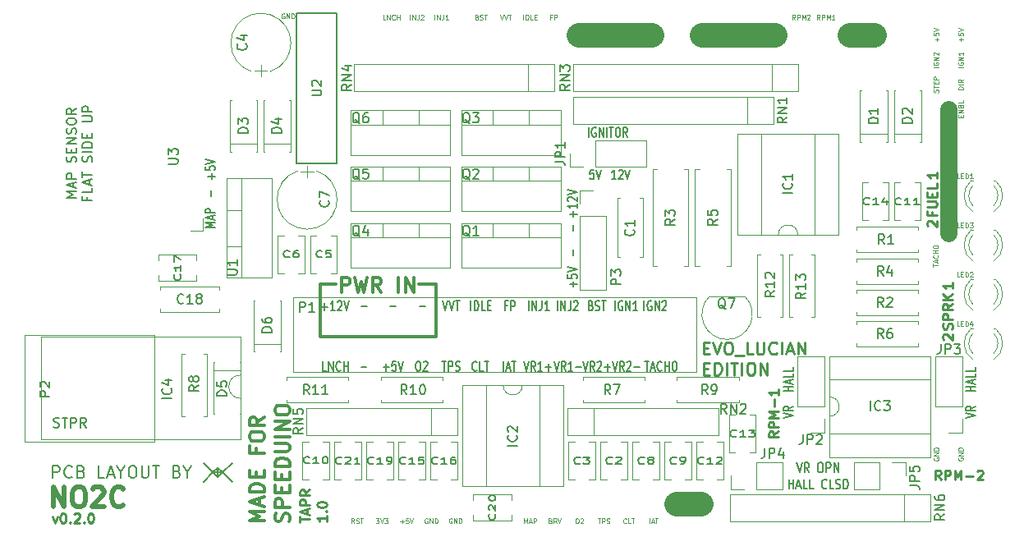
<source format=gto>
G04 #@! TF.FileFunction,Legend,Top*
%FSLAX46Y46*%
G04 Gerber Fmt 4.6, Leading zero omitted, Abs format (unit mm)*
G04 Created by KiCad (PCBNEW 4.0.6) date 10/09/17 23:58:00*
%MOMM*%
%LPD*%
G01*
G04 APERTURE LIST*
%ADD10C,0.100000*%
%ADD11C,0.250000*%
%ADD12C,0.187500*%
%ADD13C,0.125000*%
%ADD14C,2.500000*%
%ADD15C,1.800000*%
%ADD16C,0.300000*%
%ADD17C,0.150000*%
%ADD18C,0.200000*%
%ADD19C,0.500000*%
%ADD20C,0.375000*%
%ADD21C,0.120000*%
G04 APERTURE END LIST*
D10*
D11*
X160397619Y-98848214D02*
X160814286Y-98848214D01*
X160992857Y-99502976D02*
X160397619Y-99502976D01*
X160397619Y-98252976D01*
X160992857Y-98252976D01*
X161350000Y-98252976D02*
X161766666Y-99502976D01*
X162183333Y-98252976D01*
X162838095Y-98252976D02*
X163076191Y-98252976D01*
X163195238Y-98312500D01*
X163314286Y-98431548D01*
X163373810Y-98669643D01*
X163373810Y-99086310D01*
X163314286Y-99324405D01*
X163195238Y-99443452D01*
X163076191Y-99502976D01*
X162838095Y-99502976D01*
X162719048Y-99443452D01*
X162600000Y-99324405D01*
X162540476Y-99086310D01*
X162540476Y-98669643D01*
X162600000Y-98431548D01*
X162719048Y-98312500D01*
X162838095Y-98252976D01*
X163611905Y-99622024D02*
X164564286Y-99622024D01*
X165457143Y-99502976D02*
X164861905Y-99502976D01*
X164861905Y-98252976D01*
X165873810Y-98252976D02*
X165873810Y-99264881D01*
X165933334Y-99383929D01*
X165992858Y-99443452D01*
X166111905Y-99502976D01*
X166350001Y-99502976D01*
X166469048Y-99443452D01*
X166528572Y-99383929D01*
X166588096Y-99264881D01*
X166588096Y-98252976D01*
X167897620Y-99383929D02*
X167838096Y-99443452D01*
X167659525Y-99502976D01*
X167540477Y-99502976D01*
X167361905Y-99443452D01*
X167242858Y-99324405D01*
X167183334Y-99205357D01*
X167123810Y-98967262D01*
X167123810Y-98788690D01*
X167183334Y-98550595D01*
X167242858Y-98431548D01*
X167361905Y-98312500D01*
X167540477Y-98252976D01*
X167659525Y-98252976D01*
X167838096Y-98312500D01*
X167897620Y-98372024D01*
X168433334Y-99502976D02*
X168433334Y-98252976D01*
X168969048Y-99145833D02*
X169564286Y-99145833D01*
X168850001Y-99502976D02*
X169266667Y-98252976D01*
X169683334Y-99502976D01*
X170100001Y-99502976D02*
X170100001Y-98252976D01*
X170814287Y-99502976D01*
X170814287Y-98252976D01*
X160397619Y-100973214D02*
X160814286Y-100973214D01*
X160992857Y-101627976D02*
X160397619Y-101627976D01*
X160397619Y-100377976D01*
X160992857Y-100377976D01*
X161528571Y-101627976D02*
X161528571Y-100377976D01*
X161826190Y-100377976D01*
X162004762Y-100437500D01*
X162123809Y-100556548D01*
X162183333Y-100675595D01*
X162242857Y-100913690D01*
X162242857Y-101092262D01*
X162183333Y-101330357D01*
X162123809Y-101449405D01*
X162004762Y-101568452D01*
X161826190Y-101627976D01*
X161528571Y-101627976D01*
X162778571Y-101627976D02*
X162778571Y-100377976D01*
X163195238Y-100377976D02*
X163909523Y-100377976D01*
X163552380Y-101627976D02*
X163552380Y-100377976D01*
X164326190Y-101627976D02*
X164326190Y-100377976D01*
X165159523Y-100377976D02*
X165397619Y-100377976D01*
X165516666Y-100437500D01*
X165635714Y-100556548D01*
X165695238Y-100794643D01*
X165695238Y-101211310D01*
X165635714Y-101449405D01*
X165516666Y-101568452D01*
X165397619Y-101627976D01*
X165159523Y-101627976D01*
X165040476Y-101568452D01*
X164921428Y-101449405D01*
X164861904Y-101211310D01*
X164861904Y-100794643D01*
X164921428Y-100556548D01*
X165040476Y-100437500D01*
X165159523Y-100377976D01*
X166230952Y-101627976D02*
X166230952Y-100377976D01*
X166945238Y-101627976D01*
X166945238Y-100377976D01*
D12*
X146971429Y-92564286D02*
X146971429Y-91992857D01*
X147352381Y-92278571D02*
X146590476Y-92278571D01*
X146352381Y-91278572D02*
X146352381Y-91635715D01*
X146828571Y-91671429D01*
X146780952Y-91635715D01*
X146733333Y-91564286D01*
X146733333Y-91385715D01*
X146780952Y-91314286D01*
X146828571Y-91278572D01*
X146923810Y-91242857D01*
X147161905Y-91242857D01*
X147257143Y-91278572D01*
X147304762Y-91314286D01*
X147352381Y-91385715D01*
X147352381Y-91564286D01*
X147304762Y-91635715D01*
X147257143Y-91671429D01*
X146352381Y-91028571D02*
X147352381Y-90778571D01*
X146352381Y-90528571D01*
X146928571Y-88714286D02*
X146928571Y-89285715D01*
X146928571Y-86214286D02*
X146928571Y-86785715D01*
X146971429Y-85321429D02*
X146971429Y-84750000D01*
X147352381Y-85035714D02*
X146590476Y-85035714D01*
X147352381Y-84000000D02*
X147352381Y-84428572D01*
X147352381Y-84214286D02*
X146352381Y-84214286D01*
X146495238Y-84285715D01*
X146590476Y-84357143D01*
X146638095Y-84428572D01*
X146447619Y-83714286D02*
X146400000Y-83678572D01*
X146352381Y-83607143D01*
X146352381Y-83428572D01*
X146400000Y-83357143D01*
X146447619Y-83321429D01*
X146542857Y-83285714D01*
X146638095Y-83285714D01*
X146780952Y-83321429D01*
X147352381Y-83750000D01*
X147352381Y-83285714D01*
X146352381Y-83071428D02*
X147352381Y-82821428D01*
X146352381Y-82571428D01*
D13*
X184150000Y-110180953D02*
X184126190Y-110228572D01*
X184126190Y-110300000D01*
X184150000Y-110371429D01*
X184197619Y-110419048D01*
X184245238Y-110442857D01*
X184340476Y-110466667D01*
X184411905Y-110466667D01*
X184507143Y-110442857D01*
X184554762Y-110419048D01*
X184602381Y-110371429D01*
X184626190Y-110300000D01*
X184626190Y-110252381D01*
X184602381Y-110180953D01*
X184578571Y-110157143D01*
X184411905Y-110157143D01*
X184411905Y-110252381D01*
X184626190Y-109942857D02*
X184126190Y-109942857D01*
X184626190Y-109657143D01*
X184126190Y-109657143D01*
X184626190Y-109419047D02*
X184126190Y-109419047D01*
X184126190Y-109300000D01*
X184150000Y-109228571D01*
X184197619Y-109180952D01*
X184245238Y-109157143D01*
X184340476Y-109133333D01*
X184411905Y-109133333D01*
X184507143Y-109157143D01*
X184554762Y-109180952D01*
X184602381Y-109228571D01*
X184626190Y-109300000D01*
X184626190Y-109419047D01*
X186935714Y-67242856D02*
X186935714Y-66861904D01*
X187126190Y-67052380D02*
X186745238Y-67052380D01*
X186626190Y-66385713D02*
X186626190Y-66623808D01*
X186864286Y-66647618D01*
X186840476Y-66623808D01*
X186816667Y-66576189D01*
X186816667Y-66457142D01*
X186840476Y-66409523D01*
X186864286Y-66385713D01*
X186911905Y-66361904D01*
X187030952Y-66361904D01*
X187078571Y-66385713D01*
X187102381Y-66409523D01*
X187126190Y-66457142D01*
X187126190Y-66576189D01*
X187102381Y-66623808D01*
X187078571Y-66647618D01*
X186626190Y-66219047D02*
X187126190Y-66052380D01*
X186626190Y-65885714D01*
D14*
X175500000Y-66600000D02*
X178000000Y-66600000D01*
X157647000Y-114935000D02*
X160147000Y-114935000D01*
X147500000Y-66600000D02*
X155100000Y-66600000D01*
X160200000Y-66600000D02*
X167800000Y-66600000D01*
D15*
X185600000Y-87000000D02*
X185600000Y-74200000D01*
D16*
X120900000Y-92300000D02*
X122500000Y-92300000D01*
X120900000Y-97700000D02*
X120900000Y-92300000D01*
X132800000Y-97700000D02*
X120900000Y-97700000D01*
X132800000Y-92300000D02*
X132800000Y-97700000D01*
X131000000Y-92300000D02*
X132800000Y-92300000D01*
X123085714Y-93078571D02*
X123085714Y-91578571D01*
X123657142Y-91578571D01*
X123800000Y-91650000D01*
X123871428Y-91721429D01*
X123942857Y-91864286D01*
X123942857Y-92078571D01*
X123871428Y-92221429D01*
X123800000Y-92292857D01*
X123657142Y-92364286D01*
X123085714Y-92364286D01*
X124442857Y-91578571D02*
X124800000Y-93078571D01*
X125085714Y-92007143D01*
X125371428Y-93078571D01*
X125728571Y-91578571D01*
X127157143Y-93078571D02*
X126657143Y-92364286D01*
X126300000Y-93078571D02*
X126300000Y-91578571D01*
X126871428Y-91578571D01*
X127014286Y-91650000D01*
X127085714Y-91721429D01*
X127157143Y-91864286D01*
X127157143Y-92078571D01*
X127085714Y-92221429D01*
X127014286Y-92292857D01*
X126871428Y-92364286D01*
X126300000Y-92364286D01*
X128942857Y-93078571D02*
X128942857Y-91578571D01*
X129657143Y-93078571D02*
X129657143Y-91578571D01*
X130514286Y-93078571D01*
X130514286Y-91578571D01*
D13*
X127580952Y-64996190D02*
X127342857Y-64996190D01*
X127342857Y-64496190D01*
X127747619Y-64996190D02*
X127747619Y-64496190D01*
X128033333Y-64996190D01*
X128033333Y-64496190D01*
X128557143Y-64948571D02*
X128533333Y-64972381D01*
X128461905Y-64996190D01*
X128414286Y-64996190D01*
X128342857Y-64972381D01*
X128295238Y-64924762D01*
X128271429Y-64877143D01*
X128247619Y-64781905D01*
X128247619Y-64710476D01*
X128271429Y-64615238D01*
X128295238Y-64567619D01*
X128342857Y-64520000D01*
X128414286Y-64496190D01*
X128461905Y-64496190D01*
X128533333Y-64520000D01*
X128557143Y-64543810D01*
X128771429Y-64996190D02*
X128771429Y-64496190D01*
X128771429Y-64734286D02*
X129057143Y-64734286D01*
X129057143Y-64996190D02*
X129057143Y-64496190D01*
X184435714Y-67242856D02*
X184435714Y-66861904D01*
X184626190Y-67052380D02*
X184245238Y-67052380D01*
X184126190Y-66385713D02*
X184126190Y-66623808D01*
X184364286Y-66647618D01*
X184340476Y-66623808D01*
X184316667Y-66576189D01*
X184316667Y-66457142D01*
X184340476Y-66409523D01*
X184364286Y-66385713D01*
X184411905Y-66361904D01*
X184530952Y-66361904D01*
X184578571Y-66385713D01*
X184602381Y-66409523D01*
X184626190Y-66457142D01*
X184626190Y-66576189D01*
X184602381Y-66623808D01*
X184578571Y-66647618D01*
X184126190Y-66219047D02*
X184626190Y-66052380D01*
X184126190Y-65885714D01*
D12*
X110027981Y-86417429D02*
X109027981Y-86417429D01*
X109742267Y-86167429D01*
X109027981Y-85917429D01*
X110027981Y-85917429D01*
X109742267Y-85596000D02*
X109742267Y-85238857D01*
X110027981Y-85667428D02*
X109027981Y-85417428D01*
X110027981Y-85167428D01*
X110027981Y-84917429D02*
X109027981Y-84917429D01*
X109027981Y-84631714D01*
X109075600Y-84560286D01*
X109123219Y-84524571D01*
X109218457Y-84488857D01*
X109361314Y-84488857D01*
X109456552Y-84524571D01*
X109504171Y-84560286D01*
X109551790Y-84631714D01*
X109551790Y-84917429D01*
X109604171Y-82619886D02*
X109604171Y-83191315D01*
X109647029Y-81431486D02*
X109647029Y-80860057D01*
X110027981Y-81145771D02*
X109266076Y-81145771D01*
X109027981Y-80145772D02*
X109027981Y-80502915D01*
X109504171Y-80538629D01*
X109456552Y-80502915D01*
X109408933Y-80431486D01*
X109408933Y-80252915D01*
X109456552Y-80181486D01*
X109504171Y-80145772D01*
X109599410Y-80110057D01*
X109837505Y-80110057D01*
X109932743Y-80145772D01*
X109980362Y-80181486D01*
X110027981Y-80252915D01*
X110027981Y-80431486D01*
X109980362Y-80502915D01*
X109932743Y-80538629D01*
X109027981Y-79895771D02*
X110027981Y-79645771D01*
X109027981Y-79395771D01*
X125634714Y-100803071D02*
X125063285Y-100803071D01*
X121499429Y-101226881D02*
X121142286Y-101226881D01*
X121142286Y-100226881D01*
X121749429Y-101226881D02*
X121749429Y-100226881D01*
X122178001Y-101226881D01*
X122178001Y-100226881D01*
X122963715Y-101131643D02*
X122928001Y-101179262D01*
X122820858Y-101226881D01*
X122749429Y-101226881D01*
X122642286Y-101179262D01*
X122570858Y-101084024D01*
X122535143Y-100988786D01*
X122499429Y-100798310D01*
X122499429Y-100655452D01*
X122535143Y-100464976D01*
X122570858Y-100369738D01*
X122642286Y-100274500D01*
X122749429Y-100226881D01*
X122820858Y-100226881D01*
X122928001Y-100274500D01*
X122963715Y-100322119D01*
X123285143Y-101226881D02*
X123285143Y-100226881D01*
X123285143Y-100703071D02*
X123713715Y-100703071D01*
X123713715Y-101226881D02*
X123713715Y-100226881D01*
X154323072Y-100226881D02*
X154751643Y-100226881D01*
X154537357Y-101226881D02*
X154537357Y-100226881D01*
X154965929Y-100941167D02*
X155323072Y-100941167D01*
X154894501Y-101226881D02*
X155144501Y-100226881D01*
X155394501Y-101226881D01*
X156073072Y-101131643D02*
X156037358Y-101179262D01*
X155930215Y-101226881D01*
X155858786Y-101226881D01*
X155751643Y-101179262D01*
X155680215Y-101084024D01*
X155644500Y-100988786D01*
X155608786Y-100798310D01*
X155608786Y-100655452D01*
X155644500Y-100464976D01*
X155680215Y-100369738D01*
X155751643Y-100274500D01*
X155858786Y-100226881D01*
X155930215Y-100226881D01*
X156037358Y-100274500D01*
X156073072Y-100322119D01*
X156394500Y-101226881D02*
X156394500Y-100226881D01*
X156394500Y-100703071D02*
X156823072Y-100703071D01*
X156823072Y-101226881D02*
X156823072Y-100226881D01*
X157323072Y-100226881D02*
X157465929Y-100226881D01*
X157537357Y-100274500D01*
X157608786Y-100369738D01*
X157644500Y-100560214D01*
X157644500Y-100893548D01*
X157608786Y-101084024D01*
X157537357Y-101179262D01*
X157465929Y-101226881D01*
X157323072Y-101226881D01*
X157251643Y-101179262D01*
X157180214Y-101084024D01*
X157144500Y-100893548D01*
X157144500Y-100560214D01*
X157180214Y-100369738D01*
X157251643Y-100274500D01*
X157323072Y-100226881D01*
X144984572Y-100226881D02*
X145234572Y-101226881D01*
X145484572Y-100226881D01*
X146163143Y-101226881D02*
X145913143Y-100750690D01*
X145734571Y-101226881D02*
X145734571Y-100226881D01*
X146020286Y-100226881D01*
X146091714Y-100274500D01*
X146127429Y-100322119D01*
X146163143Y-100417357D01*
X146163143Y-100560214D01*
X146127429Y-100655452D01*
X146091714Y-100703071D01*
X146020286Y-100750690D01*
X145734571Y-100750690D01*
X146877429Y-101226881D02*
X146448857Y-101226881D01*
X146663143Y-101226881D02*
X146663143Y-100226881D01*
X146591714Y-100369738D01*
X146520286Y-100464976D01*
X146448857Y-100512595D01*
X147198857Y-100845929D02*
X147770286Y-100845929D01*
D11*
X93257143Y-116235714D02*
X93495238Y-116902381D01*
X93733334Y-116235714D01*
X94304762Y-115902381D02*
X94400001Y-115902381D01*
X94495239Y-115950000D01*
X94542858Y-115997619D01*
X94590477Y-116092857D01*
X94638096Y-116283333D01*
X94638096Y-116521429D01*
X94590477Y-116711905D01*
X94542858Y-116807143D01*
X94495239Y-116854762D01*
X94400001Y-116902381D01*
X94304762Y-116902381D01*
X94209524Y-116854762D01*
X94161905Y-116807143D01*
X94114286Y-116711905D01*
X94066667Y-116521429D01*
X94066667Y-116283333D01*
X94114286Y-116092857D01*
X94161905Y-115997619D01*
X94209524Y-115950000D01*
X94304762Y-115902381D01*
X95066667Y-116807143D02*
X95114286Y-116854762D01*
X95066667Y-116902381D01*
X95019048Y-116854762D01*
X95066667Y-116807143D01*
X95066667Y-116902381D01*
X95495238Y-115997619D02*
X95542857Y-115950000D01*
X95638095Y-115902381D01*
X95876191Y-115902381D01*
X95971429Y-115950000D01*
X96019048Y-115997619D01*
X96066667Y-116092857D01*
X96066667Y-116188095D01*
X96019048Y-116330952D01*
X95447619Y-116902381D01*
X96066667Y-116902381D01*
X96495238Y-116807143D02*
X96542857Y-116854762D01*
X96495238Y-116902381D01*
X96447619Y-116854762D01*
X96495238Y-116807143D01*
X96495238Y-116902381D01*
X97161904Y-115902381D02*
X97257143Y-115902381D01*
X97352381Y-115950000D01*
X97400000Y-115997619D01*
X97447619Y-116092857D01*
X97495238Y-116283333D01*
X97495238Y-116521429D01*
X97447619Y-116711905D01*
X97400000Y-116807143D01*
X97352381Y-116854762D01*
X97257143Y-116902381D01*
X97161904Y-116902381D01*
X97066666Y-116854762D01*
X97019047Y-116807143D01*
X96971428Y-116711905D01*
X96923809Y-116521429D01*
X96923809Y-116283333D01*
X96971428Y-116092857D01*
X97019047Y-115997619D01*
X97066666Y-115950000D01*
X97161904Y-115902381D01*
D17*
X95702881Y-83398738D02*
X94702881Y-83398738D01*
X95417167Y-83065404D01*
X94702881Y-82732071D01*
X95702881Y-82732071D01*
X95417167Y-82303500D02*
X95417167Y-81827309D01*
X95702881Y-82398738D02*
X94702881Y-82065405D01*
X95702881Y-81732071D01*
X95702881Y-81398738D02*
X94702881Y-81398738D01*
X94702881Y-81017785D01*
X94750500Y-80922547D01*
X94798119Y-80874928D01*
X94893357Y-80827309D01*
X95036214Y-80827309D01*
X95131452Y-80874928D01*
X95179071Y-80922547D01*
X95226690Y-81017785D01*
X95226690Y-81398738D01*
X95655262Y-79684452D02*
X95702881Y-79541595D01*
X95702881Y-79303499D01*
X95655262Y-79208261D01*
X95607643Y-79160642D01*
X95512405Y-79113023D01*
X95417167Y-79113023D01*
X95321929Y-79160642D01*
X95274310Y-79208261D01*
X95226690Y-79303499D01*
X95179071Y-79493976D01*
X95131452Y-79589214D01*
X95083833Y-79636833D01*
X94988595Y-79684452D01*
X94893357Y-79684452D01*
X94798119Y-79636833D01*
X94750500Y-79589214D01*
X94702881Y-79493976D01*
X94702881Y-79255880D01*
X94750500Y-79113023D01*
X95179071Y-78684452D02*
X95179071Y-78351118D01*
X95702881Y-78208261D02*
X95702881Y-78684452D01*
X94702881Y-78684452D01*
X94702881Y-78208261D01*
X95702881Y-77779690D02*
X94702881Y-77779690D01*
X95702881Y-77208261D01*
X94702881Y-77208261D01*
X95655262Y-76779690D02*
X95702881Y-76636833D01*
X95702881Y-76398737D01*
X95655262Y-76303499D01*
X95607643Y-76255880D01*
X95512405Y-76208261D01*
X95417167Y-76208261D01*
X95321929Y-76255880D01*
X95274310Y-76303499D01*
X95226690Y-76398737D01*
X95179071Y-76589214D01*
X95131452Y-76684452D01*
X95083833Y-76732071D01*
X94988595Y-76779690D01*
X94893357Y-76779690D01*
X94798119Y-76732071D01*
X94750500Y-76684452D01*
X94702881Y-76589214D01*
X94702881Y-76351118D01*
X94750500Y-76208261D01*
X94702881Y-75589214D02*
X94702881Y-75398737D01*
X94750500Y-75303499D01*
X94845738Y-75208261D01*
X95036214Y-75160642D01*
X95369548Y-75160642D01*
X95560024Y-75208261D01*
X95655262Y-75303499D01*
X95702881Y-75398737D01*
X95702881Y-75589214D01*
X95655262Y-75684452D01*
X95560024Y-75779690D01*
X95369548Y-75827309D01*
X95036214Y-75827309D01*
X94845738Y-75779690D01*
X94750500Y-75684452D01*
X94702881Y-75589214D01*
X95702881Y-74160642D02*
X95226690Y-74493976D01*
X95702881Y-74732071D02*
X94702881Y-74732071D01*
X94702881Y-74351118D01*
X94750500Y-74255880D01*
X94798119Y-74208261D01*
X94893357Y-74160642D01*
X95036214Y-74160642D01*
X95131452Y-74208261D01*
X95179071Y-74255880D01*
X95226690Y-74351118D01*
X95226690Y-74732071D01*
X96829071Y-83327309D02*
X96829071Y-83660643D01*
X97352881Y-83660643D02*
X96352881Y-83660643D01*
X96352881Y-83184452D01*
X97352881Y-82327309D02*
X97352881Y-82803500D01*
X96352881Y-82803500D01*
X97067167Y-82041595D02*
X97067167Y-81565404D01*
X97352881Y-82136833D02*
X96352881Y-81803500D01*
X97352881Y-81470166D01*
X96352881Y-81279690D02*
X96352881Y-80708261D01*
X97352881Y-80993976D02*
X96352881Y-80993976D01*
X97305262Y-79660642D02*
X97352881Y-79517785D01*
X97352881Y-79279689D01*
X97305262Y-79184451D01*
X97257643Y-79136832D01*
X97162405Y-79089213D01*
X97067167Y-79089213D01*
X96971929Y-79136832D01*
X96924310Y-79184451D01*
X96876690Y-79279689D01*
X96829071Y-79470166D01*
X96781452Y-79565404D01*
X96733833Y-79613023D01*
X96638595Y-79660642D01*
X96543357Y-79660642D01*
X96448119Y-79613023D01*
X96400500Y-79565404D01*
X96352881Y-79470166D01*
X96352881Y-79232070D01*
X96400500Y-79089213D01*
X97352881Y-78660642D02*
X96352881Y-78660642D01*
X97352881Y-78184452D02*
X96352881Y-78184452D01*
X96352881Y-77946357D01*
X96400500Y-77803499D01*
X96495738Y-77708261D01*
X96590976Y-77660642D01*
X96781452Y-77613023D01*
X96924310Y-77613023D01*
X97114786Y-77660642D01*
X97210024Y-77708261D01*
X97305262Y-77803499D01*
X97352881Y-77946357D01*
X97352881Y-78184452D01*
X96829071Y-77184452D02*
X96829071Y-76851118D01*
X97352881Y-76708261D02*
X97352881Y-77184452D01*
X96352881Y-77184452D01*
X96352881Y-76708261D01*
X96352881Y-75517785D02*
X97162405Y-75517785D01*
X97257643Y-75470166D01*
X97305262Y-75422547D01*
X97352881Y-75327309D01*
X97352881Y-75136832D01*
X97305262Y-75041594D01*
X97257643Y-74993975D01*
X97162405Y-74946356D01*
X96352881Y-74946356D01*
X97352881Y-74470166D02*
X96352881Y-74470166D01*
X96352881Y-74089213D01*
X96400500Y-73993975D01*
X96448119Y-73946356D01*
X96543357Y-73898737D01*
X96686214Y-73898737D01*
X96781452Y-73946356D01*
X96829071Y-73993975D01*
X96876690Y-74089213D01*
X96876690Y-74470166D01*
D13*
X184053990Y-90462752D02*
X184053990Y-90177038D01*
X184553990Y-90319895D02*
X184053990Y-90319895D01*
X184411133Y-90034181D02*
X184411133Y-89796086D01*
X184553990Y-90081800D02*
X184053990Y-89915133D01*
X184553990Y-89748467D01*
X184506371Y-89296086D02*
X184530181Y-89319896D01*
X184553990Y-89391324D01*
X184553990Y-89438943D01*
X184530181Y-89510372D01*
X184482562Y-89557991D01*
X184434943Y-89581800D01*
X184339705Y-89605610D01*
X184268276Y-89605610D01*
X184173038Y-89581800D01*
X184125419Y-89557991D01*
X184077800Y-89510372D01*
X184053990Y-89438943D01*
X184053990Y-89391324D01*
X184077800Y-89319896D01*
X184101610Y-89296086D01*
X184553990Y-89081800D02*
X184053990Y-89081800D01*
X184292086Y-89081800D02*
X184292086Y-88796086D01*
X184553990Y-88796086D02*
X184053990Y-88796086D01*
X184053990Y-88462752D02*
X184053990Y-88367514D01*
X184077800Y-88319895D01*
X184125419Y-88272276D01*
X184220657Y-88248467D01*
X184387324Y-88248467D01*
X184482562Y-88272276D01*
X184530181Y-88319895D01*
X184553990Y-88367514D01*
X184553990Y-88462752D01*
X184530181Y-88510371D01*
X184482562Y-88557990D01*
X184387324Y-88581800D01*
X184220657Y-88581800D01*
X184125419Y-88557990D01*
X184077800Y-88510371D01*
X184053990Y-88462752D01*
D12*
X148520886Y-77104847D02*
X148520886Y-76104847D01*
X149270887Y-76152466D02*
X149199458Y-76104847D01*
X149092315Y-76104847D01*
X148985172Y-76152466D01*
X148913744Y-76247704D01*
X148878029Y-76342942D01*
X148842315Y-76533418D01*
X148842315Y-76676276D01*
X148878029Y-76866752D01*
X148913744Y-76961990D01*
X148985172Y-77057228D01*
X149092315Y-77104847D01*
X149163744Y-77104847D01*
X149270887Y-77057228D01*
X149306601Y-77009609D01*
X149306601Y-76676276D01*
X149163744Y-76676276D01*
X149628029Y-77104847D02*
X149628029Y-76104847D01*
X150056601Y-77104847D01*
X150056601Y-76104847D01*
X150413743Y-77104847D02*
X150413743Y-76104847D01*
X150663744Y-76104847D02*
X151092315Y-76104847D01*
X150878029Y-77104847D02*
X150878029Y-76104847D01*
X151485173Y-76104847D02*
X151628030Y-76104847D01*
X151699458Y-76152466D01*
X151770887Y-76247704D01*
X151806601Y-76438180D01*
X151806601Y-76771514D01*
X151770887Y-76961990D01*
X151699458Y-77057228D01*
X151628030Y-77104847D01*
X151485173Y-77104847D01*
X151413744Y-77057228D01*
X151342315Y-76961990D01*
X151306601Y-76771514D01*
X151306601Y-76438180D01*
X151342315Y-76247704D01*
X151413744Y-76152466D01*
X151485173Y-76104847D01*
X152556601Y-77104847D02*
X152306601Y-76628656D01*
X152128029Y-77104847D02*
X152128029Y-76104847D01*
X152413744Y-76104847D01*
X152485172Y-76152466D01*
X152520887Y-76200085D01*
X152556601Y-76295323D01*
X152556601Y-76438180D01*
X152520887Y-76533418D01*
X152485172Y-76581037D01*
X152413744Y-76628656D01*
X152128029Y-76628656D01*
D13*
X117157547Y-64393000D02*
X117109928Y-64369190D01*
X117038500Y-64369190D01*
X116967071Y-64393000D01*
X116919452Y-64440619D01*
X116895643Y-64488238D01*
X116871833Y-64583476D01*
X116871833Y-64654905D01*
X116895643Y-64750143D01*
X116919452Y-64797762D01*
X116967071Y-64845381D01*
X117038500Y-64869190D01*
X117086119Y-64869190D01*
X117157547Y-64845381D01*
X117181357Y-64821571D01*
X117181357Y-64654905D01*
X117086119Y-64654905D01*
X117395643Y-64869190D02*
X117395643Y-64369190D01*
X117681357Y-64869190D01*
X117681357Y-64369190D01*
X117919453Y-64869190D02*
X117919453Y-64369190D01*
X118038500Y-64369190D01*
X118109929Y-64393000D01*
X118157548Y-64440619D01*
X118181357Y-64488238D01*
X118205167Y-64583476D01*
X118205167Y-64654905D01*
X118181357Y-64750143D01*
X118157548Y-64797762D01*
X118109929Y-64845381D01*
X118038500Y-64869190D01*
X117919453Y-64869190D01*
X186650000Y-110180953D02*
X186626190Y-110228572D01*
X186626190Y-110300000D01*
X186650000Y-110371429D01*
X186697619Y-110419048D01*
X186745238Y-110442857D01*
X186840476Y-110466667D01*
X186911905Y-110466667D01*
X187007143Y-110442857D01*
X187054762Y-110419048D01*
X187102381Y-110371429D01*
X187126190Y-110300000D01*
X187126190Y-110252381D01*
X187102381Y-110180953D01*
X187078571Y-110157143D01*
X186911905Y-110157143D01*
X186911905Y-110252381D01*
X187126190Y-109942857D02*
X186626190Y-109942857D01*
X187126190Y-109657143D01*
X186626190Y-109657143D01*
X187126190Y-109419047D02*
X186626190Y-109419047D01*
X186626190Y-109300000D01*
X186650000Y-109228571D01*
X186697619Y-109180952D01*
X186745238Y-109157143D01*
X186840476Y-109133333D01*
X186911905Y-109133333D01*
X187007143Y-109157143D01*
X187054762Y-109180952D01*
X187102381Y-109228571D01*
X187126190Y-109300000D01*
X187126190Y-109419047D01*
X134419047Y-116450000D02*
X134371428Y-116426190D01*
X134300000Y-116426190D01*
X134228571Y-116450000D01*
X134180952Y-116497619D01*
X134157143Y-116545238D01*
X134133333Y-116640476D01*
X134133333Y-116711905D01*
X134157143Y-116807143D01*
X134180952Y-116854762D01*
X134228571Y-116902381D01*
X134300000Y-116926190D01*
X134347619Y-116926190D01*
X134419047Y-116902381D01*
X134442857Y-116878571D01*
X134442857Y-116711905D01*
X134347619Y-116711905D01*
X134657143Y-116926190D02*
X134657143Y-116426190D01*
X134942857Y-116926190D01*
X134942857Y-116426190D01*
X135180953Y-116926190D02*
X135180953Y-116426190D01*
X135300000Y-116426190D01*
X135371429Y-116450000D01*
X135419048Y-116497619D01*
X135442857Y-116545238D01*
X135466667Y-116640476D01*
X135466667Y-116711905D01*
X135442857Y-116807143D01*
X135419048Y-116854762D01*
X135371429Y-116902381D01*
X135300000Y-116926190D01*
X135180953Y-116926190D01*
X131919047Y-116450000D02*
X131871428Y-116426190D01*
X131800000Y-116426190D01*
X131728571Y-116450000D01*
X131680952Y-116497619D01*
X131657143Y-116545238D01*
X131633333Y-116640476D01*
X131633333Y-116711905D01*
X131657143Y-116807143D01*
X131680952Y-116854762D01*
X131728571Y-116902381D01*
X131800000Y-116926190D01*
X131847619Y-116926190D01*
X131919047Y-116902381D01*
X131942857Y-116878571D01*
X131942857Y-116711905D01*
X131847619Y-116711905D01*
X132157143Y-116926190D02*
X132157143Y-116426190D01*
X132442857Y-116926190D01*
X132442857Y-116426190D01*
X132680953Y-116926190D02*
X132680953Y-116426190D01*
X132800000Y-116426190D01*
X132871429Y-116450000D01*
X132919048Y-116497619D01*
X132942857Y-116545238D01*
X132966667Y-116640476D01*
X132966667Y-116711905D01*
X132942857Y-116807143D01*
X132919048Y-116854762D01*
X132871429Y-116902381D01*
X132800000Y-116926190D01*
X132680953Y-116926190D01*
X126580954Y-116426190D02*
X126890477Y-116426190D01*
X126723811Y-116616667D01*
X126795239Y-116616667D01*
X126842858Y-116640476D01*
X126866668Y-116664286D01*
X126890477Y-116711905D01*
X126890477Y-116830952D01*
X126866668Y-116878571D01*
X126842858Y-116902381D01*
X126795239Y-116926190D01*
X126652382Y-116926190D01*
X126604763Y-116902381D01*
X126580954Y-116878571D01*
X127033334Y-116426190D02*
X127200001Y-116926190D01*
X127366667Y-116426190D01*
X127485715Y-116426190D02*
X127795238Y-116426190D01*
X127628572Y-116616667D01*
X127700000Y-116616667D01*
X127747619Y-116640476D01*
X127771429Y-116664286D01*
X127795238Y-116711905D01*
X127795238Y-116830952D01*
X127771429Y-116878571D01*
X127747619Y-116902381D01*
X127700000Y-116926190D01*
X127557143Y-116926190D01*
X127509524Y-116902381D01*
X127485715Y-116878571D01*
X124376191Y-116926190D02*
X124209524Y-116688095D01*
X124090477Y-116926190D02*
X124090477Y-116426190D01*
X124280953Y-116426190D01*
X124328572Y-116450000D01*
X124352381Y-116473810D01*
X124376191Y-116521429D01*
X124376191Y-116592857D01*
X124352381Y-116640476D01*
X124328572Y-116664286D01*
X124280953Y-116688095D01*
X124090477Y-116688095D01*
X124566667Y-116902381D02*
X124638096Y-116926190D01*
X124757143Y-116926190D01*
X124804762Y-116902381D01*
X124828572Y-116878571D01*
X124852381Y-116830952D01*
X124852381Y-116783333D01*
X124828572Y-116735714D01*
X124804762Y-116711905D01*
X124757143Y-116688095D01*
X124661905Y-116664286D01*
X124614286Y-116640476D01*
X124590477Y-116616667D01*
X124566667Y-116569048D01*
X124566667Y-116521429D01*
X124590477Y-116473810D01*
X124614286Y-116450000D01*
X124661905Y-116426190D01*
X124780953Y-116426190D01*
X124852381Y-116450000D01*
X124995238Y-116426190D02*
X125280952Y-116426190D01*
X125138095Y-116926190D02*
X125138095Y-116426190D01*
X129107144Y-116735714D02*
X129488096Y-116735714D01*
X129297620Y-116926190D02*
X129297620Y-116545238D01*
X129964287Y-116426190D02*
X129726192Y-116426190D01*
X129702382Y-116664286D01*
X129726192Y-116640476D01*
X129773811Y-116616667D01*
X129892858Y-116616667D01*
X129940477Y-116640476D01*
X129964287Y-116664286D01*
X129988096Y-116711905D01*
X129988096Y-116830952D01*
X129964287Y-116878571D01*
X129940477Y-116902381D01*
X129892858Y-116926190D01*
X129773811Y-116926190D01*
X129726192Y-116902381D01*
X129702382Y-116878571D01*
X130130953Y-116426190D02*
X130297620Y-116926190D01*
X130464286Y-116426190D01*
X186882886Y-75052928D02*
X186882886Y-74886262D01*
X187144790Y-74814833D02*
X187144790Y-75052928D01*
X186644790Y-75052928D01*
X186644790Y-74814833D01*
X187144790Y-74600547D02*
X186644790Y-74600547D01*
X187144790Y-74314833D01*
X186644790Y-74314833D01*
X186882886Y-73910071D02*
X186906695Y-73838642D01*
X186930505Y-73814833D01*
X186978124Y-73791023D01*
X187049552Y-73791023D01*
X187097171Y-73814833D01*
X187120981Y-73838642D01*
X187144790Y-73886261D01*
X187144790Y-74076737D01*
X186644790Y-74076737D01*
X186644790Y-73910071D01*
X186668600Y-73862452D01*
X186692410Y-73838642D01*
X186740029Y-73814833D01*
X186787648Y-73814833D01*
X186835267Y-73838642D01*
X186859076Y-73862452D01*
X186882886Y-73910071D01*
X186882886Y-74076737D01*
X187144790Y-73338642D02*
X187144790Y-73576737D01*
X186644790Y-73576737D01*
D11*
X118777381Y-116804762D02*
X118777381Y-116233333D01*
X119777381Y-116519048D02*
X118777381Y-116519048D01*
X119491667Y-115947619D02*
X119491667Y-115471428D01*
X119777381Y-116042857D02*
X118777381Y-115709524D01*
X119777381Y-115376190D01*
X119777381Y-115042857D02*
X118777381Y-115042857D01*
X118777381Y-114661904D01*
X118825000Y-114566666D01*
X118872619Y-114519047D01*
X118967857Y-114471428D01*
X119110714Y-114471428D01*
X119205952Y-114519047D01*
X119253571Y-114566666D01*
X119301190Y-114661904D01*
X119301190Y-115042857D01*
X119777381Y-113471428D02*
X119301190Y-113804762D01*
X119777381Y-114042857D02*
X118777381Y-114042857D01*
X118777381Y-113661904D01*
X118825000Y-113566666D01*
X118872619Y-113519047D01*
X118967857Y-113471428D01*
X119110714Y-113471428D01*
X119205952Y-113519047D01*
X119253571Y-113566666D01*
X119301190Y-113661904D01*
X119301190Y-114042857D01*
X121527381Y-116138095D02*
X121527381Y-116709524D01*
X121527381Y-116423810D02*
X120527381Y-116423810D01*
X120670238Y-116519048D01*
X120765476Y-116614286D01*
X120813095Y-116709524D01*
X121432143Y-115709524D02*
X121479762Y-115661905D01*
X121527381Y-115709524D01*
X121479762Y-115757143D01*
X121432143Y-115709524D01*
X121527381Y-115709524D01*
X120527381Y-115042858D02*
X120527381Y-114947619D01*
X120575000Y-114852381D01*
X120622619Y-114804762D01*
X120717857Y-114757143D01*
X120908333Y-114709524D01*
X121146429Y-114709524D01*
X121336905Y-114757143D01*
X121432143Y-114804762D01*
X121479762Y-114852381D01*
X121527381Y-114947619D01*
X121527381Y-115042858D01*
X121479762Y-115138096D01*
X121432143Y-115185715D01*
X121336905Y-115233334D01*
X121146429Y-115280953D01*
X120908333Y-115280953D01*
X120717857Y-115233334D01*
X120622619Y-115185715D01*
X120575000Y-115138096D01*
X120527381Y-115042858D01*
D13*
X187144790Y-72191499D02*
X186644790Y-72191499D01*
X186644790Y-72072452D01*
X186668600Y-72001023D01*
X186716219Y-71953404D01*
X186763838Y-71929595D01*
X186859076Y-71905785D01*
X186930505Y-71905785D01*
X187025743Y-71929595D01*
X187073362Y-71953404D01*
X187120981Y-72001023D01*
X187144790Y-72072452D01*
X187144790Y-72191499D01*
X187144790Y-71691499D02*
X186644790Y-71691499D01*
X187144790Y-71167690D02*
X186906695Y-71334357D01*
X187144790Y-71453404D02*
X186644790Y-71453404D01*
X186644790Y-71262928D01*
X186668600Y-71215309D01*
X186692410Y-71191500D01*
X186740029Y-71167690D01*
X186811457Y-71167690D01*
X186859076Y-71191500D01*
X186882886Y-71215309D01*
X186906695Y-71262928D01*
X186906695Y-71453404D01*
X184555581Y-72501023D02*
X184579390Y-72429594D01*
X184579390Y-72310547D01*
X184555581Y-72262928D01*
X184531771Y-72239118D01*
X184484152Y-72215309D01*
X184436533Y-72215309D01*
X184388914Y-72239118D01*
X184365105Y-72262928D01*
X184341295Y-72310547D01*
X184317486Y-72405785D01*
X184293676Y-72453404D01*
X184269867Y-72477213D01*
X184222248Y-72501023D01*
X184174629Y-72501023D01*
X184127010Y-72477213D01*
X184103200Y-72453404D01*
X184079390Y-72405785D01*
X184079390Y-72286737D01*
X184103200Y-72215309D01*
X184079390Y-72072452D02*
X184079390Y-71786738D01*
X184579390Y-71929595D02*
X184079390Y-71929595D01*
X184317486Y-71620071D02*
X184317486Y-71453405D01*
X184579390Y-71381976D02*
X184579390Y-71620071D01*
X184079390Y-71620071D01*
X184079390Y-71381976D01*
X184579390Y-71167690D02*
X184079390Y-71167690D01*
X184079390Y-70977214D01*
X184103200Y-70929595D01*
X184127010Y-70905786D01*
X184174629Y-70881976D01*
X184246057Y-70881976D01*
X184293676Y-70905786D01*
X184317486Y-70929595D01*
X184341295Y-70977214D01*
X184341295Y-71167690D01*
D12*
X93383333Y-107004762D02*
X93526190Y-107052381D01*
X93764286Y-107052381D01*
X93859524Y-107004762D01*
X93907143Y-106957143D01*
X93954762Y-106861905D01*
X93954762Y-106766667D01*
X93907143Y-106671429D01*
X93859524Y-106623810D01*
X93764286Y-106576190D01*
X93573809Y-106528571D01*
X93478571Y-106480952D01*
X93430952Y-106433333D01*
X93383333Y-106338095D01*
X93383333Y-106242857D01*
X93430952Y-106147619D01*
X93478571Y-106100000D01*
X93573809Y-106052381D01*
X93811905Y-106052381D01*
X93954762Y-106100000D01*
X94240476Y-106052381D02*
X94811905Y-106052381D01*
X94526190Y-107052381D02*
X94526190Y-106052381D01*
X95145238Y-107052381D02*
X95145238Y-106052381D01*
X95526191Y-106052381D01*
X95621429Y-106100000D01*
X95669048Y-106147619D01*
X95716667Y-106242857D01*
X95716667Y-106385714D01*
X95669048Y-106480952D01*
X95621429Y-106528571D01*
X95526191Y-106576190D01*
X95145238Y-106576190D01*
X96716667Y-107052381D02*
X96383333Y-106576190D01*
X96145238Y-107052381D02*
X96145238Y-106052381D01*
X96526191Y-106052381D01*
X96621429Y-106100000D01*
X96669048Y-106147619D01*
X96716667Y-106242857D01*
X96716667Y-106385714D01*
X96669048Y-106480952D01*
X96621429Y-106528571D01*
X96526191Y-106576190D01*
X96145238Y-106576190D01*
D13*
X169814953Y-64996190D02*
X169648286Y-64758095D01*
X169529239Y-64996190D02*
X169529239Y-64496190D01*
X169719715Y-64496190D01*
X169767334Y-64520000D01*
X169791143Y-64543810D01*
X169814953Y-64591429D01*
X169814953Y-64662857D01*
X169791143Y-64710476D01*
X169767334Y-64734286D01*
X169719715Y-64758095D01*
X169529239Y-64758095D01*
X170029239Y-64996190D02*
X170029239Y-64496190D01*
X170219715Y-64496190D01*
X170267334Y-64520000D01*
X170291143Y-64543810D01*
X170314953Y-64591429D01*
X170314953Y-64662857D01*
X170291143Y-64710476D01*
X170267334Y-64734286D01*
X170219715Y-64758095D01*
X170029239Y-64758095D01*
X170529239Y-64996190D02*
X170529239Y-64496190D01*
X170695905Y-64853333D01*
X170862572Y-64496190D01*
X170862572Y-64996190D01*
X171076858Y-64543810D02*
X171100668Y-64520000D01*
X171148287Y-64496190D01*
X171267334Y-64496190D01*
X171314953Y-64520000D01*
X171338763Y-64543810D01*
X171362572Y-64591429D01*
X171362572Y-64639048D01*
X171338763Y-64710476D01*
X171053049Y-64996190D01*
X171362572Y-64996190D01*
X172354953Y-64996190D02*
X172188286Y-64758095D01*
X172069239Y-64996190D02*
X172069239Y-64496190D01*
X172259715Y-64496190D01*
X172307334Y-64520000D01*
X172331143Y-64543810D01*
X172354953Y-64591429D01*
X172354953Y-64662857D01*
X172331143Y-64710476D01*
X172307334Y-64734286D01*
X172259715Y-64758095D01*
X172069239Y-64758095D01*
X172569239Y-64996190D02*
X172569239Y-64496190D01*
X172759715Y-64496190D01*
X172807334Y-64520000D01*
X172831143Y-64543810D01*
X172854953Y-64591429D01*
X172854953Y-64662857D01*
X172831143Y-64710476D01*
X172807334Y-64734286D01*
X172759715Y-64758095D01*
X172569239Y-64758095D01*
X173069239Y-64996190D02*
X173069239Y-64496190D01*
X173235905Y-64853333D01*
X173402572Y-64496190D01*
X173402572Y-64996190D01*
X173902572Y-64996190D02*
X173616858Y-64996190D01*
X173759715Y-64996190D02*
X173759715Y-64496190D01*
X173712096Y-64567619D01*
X173664477Y-64615238D01*
X173616858Y-64639048D01*
D12*
X149064529Y-80464447D02*
X148707386Y-80464447D01*
X148671672Y-80940637D01*
X148707386Y-80893018D01*
X148778815Y-80845399D01*
X148957386Y-80845399D01*
X149028815Y-80893018D01*
X149064529Y-80940637D01*
X149100244Y-81035876D01*
X149100244Y-81273971D01*
X149064529Y-81369209D01*
X149028815Y-81416828D01*
X148957386Y-81464447D01*
X148778815Y-81464447D01*
X148707386Y-81416828D01*
X148671672Y-81369209D01*
X149314530Y-80464447D02*
X149564530Y-81464447D01*
X149814530Y-80464447D01*
X151364701Y-81464447D02*
X150936129Y-81464447D01*
X151150415Y-81464447D02*
X151150415Y-80464447D01*
X151078986Y-80607304D01*
X151007558Y-80702542D01*
X150936129Y-80750161D01*
X151650415Y-80559685D02*
X151686129Y-80512066D01*
X151757558Y-80464447D01*
X151936129Y-80464447D01*
X152007558Y-80512066D01*
X152043272Y-80559685D01*
X152078987Y-80654923D01*
X152078987Y-80750161D01*
X152043272Y-80893018D01*
X151614701Y-81464447D01*
X152078987Y-81464447D01*
X152293273Y-80464447D02*
X152543273Y-81464447D01*
X152793273Y-80464447D01*
X139727857Y-101226881D02*
X139727857Y-100226881D01*
X140049286Y-100941167D02*
X140406429Y-100941167D01*
X139977858Y-101226881D02*
X140227858Y-100226881D01*
X140477858Y-101226881D01*
X140620715Y-100226881D02*
X141049286Y-100226881D01*
X140835000Y-101226881D02*
X140835000Y-100226881D01*
X136993357Y-101131643D02*
X136957643Y-101179262D01*
X136850500Y-101226881D01*
X136779071Y-101226881D01*
X136671928Y-101179262D01*
X136600500Y-101084024D01*
X136564785Y-100988786D01*
X136529071Y-100798310D01*
X136529071Y-100655452D01*
X136564785Y-100464976D01*
X136600500Y-100369738D01*
X136671928Y-100274500D01*
X136779071Y-100226881D01*
X136850500Y-100226881D01*
X136957643Y-100274500D01*
X136993357Y-100322119D01*
X137671928Y-101226881D02*
X137314785Y-101226881D01*
X137314785Y-100226881D01*
X137814786Y-100226881D02*
X138243357Y-100226881D01*
X138029071Y-101226881D02*
X138029071Y-100226881D01*
X130889429Y-100226881D02*
X131032286Y-100226881D01*
X131103714Y-100274500D01*
X131175143Y-100369738D01*
X131210857Y-100560214D01*
X131210857Y-100893548D01*
X131175143Y-101084024D01*
X131103714Y-101179262D01*
X131032286Y-101226881D01*
X130889429Y-101226881D01*
X130818000Y-101179262D01*
X130746571Y-101084024D01*
X130710857Y-100893548D01*
X130710857Y-100560214D01*
X130746571Y-100369738D01*
X130818000Y-100274500D01*
X130889429Y-100226881D01*
X131496571Y-100322119D02*
X131532285Y-100274500D01*
X131603714Y-100226881D01*
X131782285Y-100226881D01*
X131853714Y-100274500D01*
X131889428Y-100322119D01*
X131925143Y-100417357D01*
X131925143Y-100512595D01*
X131889428Y-100655452D01*
X131460857Y-101226881D01*
X131925143Y-101226881D01*
X133419572Y-100226881D02*
X133848143Y-100226881D01*
X133633857Y-101226881D02*
X133633857Y-100226881D01*
X134098143Y-101226881D02*
X134098143Y-100226881D01*
X134383858Y-100226881D01*
X134455286Y-100274500D01*
X134491001Y-100322119D01*
X134526715Y-100417357D01*
X134526715Y-100560214D01*
X134491001Y-100655452D01*
X134455286Y-100703071D01*
X134383858Y-100750690D01*
X134098143Y-100750690D01*
X134812429Y-101179262D02*
X134919572Y-101226881D01*
X135098143Y-101226881D01*
X135169572Y-101179262D01*
X135205286Y-101131643D01*
X135241001Y-101036405D01*
X135241001Y-100941167D01*
X135205286Y-100845929D01*
X135169572Y-100798310D01*
X135098143Y-100750690D01*
X134955286Y-100703071D01*
X134883858Y-100655452D01*
X134848143Y-100607833D01*
X134812429Y-100512595D01*
X134812429Y-100417357D01*
X134848143Y-100322119D01*
X134883858Y-100274500D01*
X134955286Y-100226881D01*
X135133858Y-100226881D01*
X135241001Y-100274500D01*
X127369214Y-100845929D02*
X127940643Y-100845929D01*
X127654929Y-101226881D02*
X127654929Y-100464976D01*
X128654928Y-100226881D02*
X128297785Y-100226881D01*
X128262071Y-100703071D01*
X128297785Y-100655452D01*
X128369214Y-100607833D01*
X128547785Y-100607833D01*
X128619214Y-100655452D01*
X128654928Y-100703071D01*
X128690643Y-100798310D01*
X128690643Y-101036405D01*
X128654928Y-101131643D01*
X128619214Y-101179262D01*
X128547785Y-101226881D01*
X128369214Y-101226881D01*
X128297785Y-101179262D01*
X128262071Y-101131643D01*
X128904929Y-100226881D02*
X129154929Y-101226881D01*
X129404929Y-100226881D01*
X151017072Y-100226881D02*
X151267072Y-101226881D01*
X151517072Y-100226881D01*
X152195643Y-101226881D02*
X151945643Y-100750690D01*
X151767071Y-101226881D02*
X151767071Y-100226881D01*
X152052786Y-100226881D01*
X152124214Y-100274500D01*
X152159929Y-100322119D01*
X152195643Y-100417357D01*
X152195643Y-100560214D01*
X152159929Y-100655452D01*
X152124214Y-100703071D01*
X152052786Y-100750690D01*
X151767071Y-100750690D01*
X152481357Y-100322119D02*
X152517071Y-100274500D01*
X152588500Y-100226881D01*
X152767071Y-100226881D01*
X152838500Y-100274500D01*
X152874214Y-100322119D01*
X152909929Y-100417357D01*
X152909929Y-100512595D01*
X152874214Y-100655452D01*
X152445643Y-101226881D01*
X152909929Y-101226881D01*
X153231357Y-100845929D02*
X153802786Y-100845929D01*
X147969072Y-100226881D02*
X148219072Y-101226881D01*
X148469072Y-100226881D01*
X149147643Y-101226881D02*
X148897643Y-100750690D01*
X148719071Y-101226881D02*
X148719071Y-100226881D01*
X149004786Y-100226881D01*
X149076214Y-100274500D01*
X149111929Y-100322119D01*
X149147643Y-100417357D01*
X149147643Y-100560214D01*
X149111929Y-100655452D01*
X149076214Y-100703071D01*
X149004786Y-100750690D01*
X148719071Y-100750690D01*
X149433357Y-100322119D02*
X149469071Y-100274500D01*
X149540500Y-100226881D01*
X149719071Y-100226881D01*
X149790500Y-100274500D01*
X149826214Y-100322119D01*
X149861929Y-100417357D01*
X149861929Y-100512595D01*
X149826214Y-100655452D01*
X149397643Y-101226881D01*
X149861929Y-101226881D01*
X150183357Y-100845929D02*
X150754786Y-100845929D01*
X150469072Y-101226881D02*
X150469072Y-100464976D01*
X141873072Y-100226881D02*
X142123072Y-101226881D01*
X142373072Y-100226881D01*
X143051643Y-101226881D02*
X142801643Y-100750690D01*
X142623071Y-101226881D02*
X142623071Y-100226881D01*
X142908786Y-100226881D01*
X142980214Y-100274500D01*
X143015929Y-100322119D01*
X143051643Y-100417357D01*
X143051643Y-100560214D01*
X143015929Y-100655452D01*
X142980214Y-100703071D01*
X142908786Y-100750690D01*
X142623071Y-100750690D01*
X143765929Y-101226881D02*
X143337357Y-101226881D01*
X143551643Y-101226881D02*
X143551643Y-100226881D01*
X143480214Y-100369738D01*
X143408786Y-100464976D01*
X143337357Y-100512595D01*
X144087357Y-100845929D02*
X144658786Y-100845929D01*
X144373072Y-101226881D02*
X144373072Y-100464976D01*
X151275000Y-95003881D02*
X151275000Y-94003881D01*
X152025001Y-94051500D02*
X151953572Y-94003881D01*
X151846429Y-94003881D01*
X151739286Y-94051500D01*
X151667858Y-94146738D01*
X151632143Y-94241976D01*
X151596429Y-94432452D01*
X151596429Y-94575310D01*
X151632143Y-94765786D01*
X151667858Y-94861024D01*
X151739286Y-94956262D01*
X151846429Y-95003881D01*
X151917858Y-95003881D01*
X152025001Y-94956262D01*
X152060715Y-94908643D01*
X152060715Y-94575310D01*
X151917858Y-94575310D01*
X152382143Y-95003881D02*
X152382143Y-94003881D01*
X152810715Y-95003881D01*
X152810715Y-94003881D01*
X153560715Y-95003881D02*
X153132143Y-95003881D01*
X153346429Y-95003881D02*
X153346429Y-94003881D01*
X153275000Y-94146738D01*
X153203572Y-94241976D01*
X153132143Y-94289595D01*
X154259500Y-95003881D02*
X154259500Y-94003881D01*
X155009501Y-94051500D02*
X154938072Y-94003881D01*
X154830929Y-94003881D01*
X154723786Y-94051500D01*
X154652358Y-94146738D01*
X154616643Y-94241976D01*
X154580929Y-94432452D01*
X154580929Y-94575310D01*
X154616643Y-94765786D01*
X154652358Y-94861024D01*
X154723786Y-94956262D01*
X154830929Y-95003881D01*
X154902358Y-95003881D01*
X155009501Y-94956262D01*
X155045215Y-94908643D01*
X155045215Y-94575310D01*
X154902358Y-94575310D01*
X155366643Y-95003881D02*
X155366643Y-94003881D01*
X155795215Y-95003881D01*
X155795215Y-94003881D01*
X156116643Y-94099119D02*
X156152357Y-94051500D01*
X156223786Y-94003881D01*
X156402357Y-94003881D01*
X156473786Y-94051500D01*
X156509500Y-94099119D01*
X156545215Y-94194357D01*
X156545215Y-94289595D01*
X156509500Y-94432452D01*
X156080929Y-95003881D01*
X156545215Y-95003881D01*
X145331785Y-95003881D02*
X145331785Y-94003881D01*
X145688928Y-95003881D02*
X145688928Y-94003881D01*
X146117500Y-95003881D01*
X146117500Y-94003881D01*
X146688928Y-94003881D02*
X146688928Y-94718167D01*
X146653214Y-94861024D01*
X146581785Y-94956262D01*
X146474642Y-95003881D01*
X146403214Y-95003881D01*
X147010357Y-94099119D02*
X147046071Y-94051500D01*
X147117500Y-94003881D01*
X147296071Y-94003881D01*
X147367500Y-94051500D01*
X147403214Y-94099119D01*
X147438929Y-94194357D01*
X147438929Y-94289595D01*
X147403214Y-94432452D01*
X146974643Y-95003881D01*
X147438929Y-95003881D01*
X142347285Y-95003881D02*
X142347285Y-94003881D01*
X142704428Y-95003881D02*
X142704428Y-94003881D01*
X143133000Y-95003881D01*
X143133000Y-94003881D01*
X143704428Y-94003881D02*
X143704428Y-94718167D01*
X143668714Y-94861024D01*
X143597285Y-94956262D01*
X143490142Y-95003881D01*
X143418714Y-95003881D01*
X144454429Y-95003881D02*
X144025857Y-95003881D01*
X144240143Y-95003881D02*
X144240143Y-94003881D01*
X144168714Y-94146738D01*
X144097286Y-94241976D01*
X144025857Y-94289595D01*
X148762714Y-94480071D02*
X148869857Y-94527690D01*
X148905572Y-94575310D01*
X148941286Y-94670548D01*
X148941286Y-94813405D01*
X148905572Y-94908643D01*
X148869857Y-94956262D01*
X148798429Y-95003881D01*
X148512714Y-95003881D01*
X148512714Y-94003881D01*
X148762714Y-94003881D01*
X148834143Y-94051500D01*
X148869857Y-94099119D01*
X148905572Y-94194357D01*
X148905572Y-94289595D01*
X148869857Y-94384833D01*
X148834143Y-94432452D01*
X148762714Y-94480071D01*
X148512714Y-94480071D01*
X149227000Y-94956262D02*
X149334143Y-95003881D01*
X149512714Y-95003881D01*
X149584143Y-94956262D01*
X149619857Y-94908643D01*
X149655572Y-94813405D01*
X149655572Y-94718167D01*
X149619857Y-94622929D01*
X149584143Y-94575310D01*
X149512714Y-94527690D01*
X149369857Y-94480071D01*
X149298429Y-94432452D01*
X149262714Y-94384833D01*
X149227000Y-94289595D01*
X149227000Y-94194357D01*
X149262714Y-94099119D01*
X149298429Y-94051500D01*
X149369857Y-94003881D01*
X149548429Y-94003881D01*
X149655572Y-94051500D01*
X149869858Y-94003881D02*
X150298429Y-94003881D01*
X150084143Y-95003881D02*
X150084143Y-94003881D01*
X133508858Y-94003881D02*
X133758858Y-95003881D01*
X134008858Y-94003881D01*
X134151715Y-94003881D02*
X134401715Y-95003881D01*
X134651715Y-94003881D01*
X134794572Y-94003881D02*
X135223143Y-94003881D01*
X135008857Y-95003881D02*
X135008857Y-94003881D01*
X136396143Y-95003881D02*
X136396143Y-94003881D01*
X136753286Y-95003881D02*
X136753286Y-94003881D01*
X136931858Y-94003881D01*
X137039001Y-94051500D01*
X137110429Y-94146738D01*
X137146144Y-94241976D01*
X137181858Y-94432452D01*
X137181858Y-94575310D01*
X137146144Y-94765786D01*
X137110429Y-94861024D01*
X137039001Y-94956262D01*
X136931858Y-95003881D01*
X136753286Y-95003881D01*
X137860429Y-95003881D02*
X137503286Y-95003881D01*
X137503286Y-94003881D01*
X138110429Y-94480071D02*
X138360429Y-94480071D01*
X138467572Y-95003881D02*
X138110429Y-95003881D01*
X138110429Y-94003881D01*
X138467572Y-94003881D01*
X140130643Y-94480071D02*
X139880643Y-94480071D01*
X139880643Y-95003881D02*
X139880643Y-94003881D01*
X140237786Y-94003881D01*
X140523500Y-95003881D02*
X140523500Y-94003881D01*
X140809215Y-94003881D01*
X140880643Y-94051500D01*
X140916358Y-94099119D01*
X140952072Y-94194357D01*
X140952072Y-94337214D01*
X140916358Y-94432452D01*
X140880643Y-94480071D01*
X140809215Y-94527690D01*
X140523500Y-94527690D01*
X125698214Y-94580071D02*
X125126785Y-94580071D01*
X128619214Y-94580071D02*
X128047785Y-94580071D01*
X131667214Y-94580071D02*
X131095785Y-94580071D01*
X121043071Y-94622929D02*
X121614500Y-94622929D01*
X121328786Y-95003881D02*
X121328786Y-94241976D01*
X122364500Y-95003881D02*
X121935928Y-95003881D01*
X122150214Y-95003881D02*
X122150214Y-94003881D01*
X122078785Y-94146738D01*
X122007357Y-94241976D01*
X121935928Y-94289595D01*
X122650214Y-94099119D02*
X122685928Y-94051500D01*
X122757357Y-94003881D01*
X122935928Y-94003881D01*
X123007357Y-94051500D01*
X123043071Y-94099119D01*
X123078786Y-94194357D01*
X123078786Y-94289595D01*
X123043071Y-94432452D01*
X122614500Y-95003881D01*
X123078786Y-95003881D01*
X123293072Y-94003881D02*
X123543072Y-95003881D01*
X123793072Y-94003881D01*
D13*
X139382572Y-64496190D02*
X139549239Y-64996190D01*
X139715905Y-64496190D01*
X139811143Y-64496190D02*
X139977810Y-64996190D01*
X140144476Y-64496190D01*
X140239714Y-64496190D02*
X140525428Y-64496190D01*
X140382571Y-64996190D02*
X140382571Y-64496190D01*
X137021143Y-64734286D02*
X137092572Y-64758095D01*
X137116381Y-64781905D01*
X137140191Y-64829524D01*
X137140191Y-64900952D01*
X137116381Y-64948571D01*
X137092572Y-64972381D01*
X137044953Y-64996190D01*
X136854477Y-64996190D01*
X136854477Y-64496190D01*
X137021143Y-64496190D01*
X137068762Y-64520000D01*
X137092572Y-64543810D01*
X137116381Y-64591429D01*
X137116381Y-64639048D01*
X137092572Y-64686667D01*
X137068762Y-64710476D01*
X137021143Y-64734286D01*
X136854477Y-64734286D01*
X137330667Y-64972381D02*
X137402096Y-64996190D01*
X137521143Y-64996190D01*
X137568762Y-64972381D01*
X137592572Y-64948571D01*
X137616381Y-64900952D01*
X137616381Y-64853333D01*
X137592572Y-64805714D01*
X137568762Y-64781905D01*
X137521143Y-64758095D01*
X137425905Y-64734286D01*
X137378286Y-64710476D01*
X137354477Y-64686667D01*
X137330667Y-64639048D01*
X137330667Y-64591429D01*
X137354477Y-64543810D01*
X137378286Y-64520000D01*
X137425905Y-64496190D01*
X137544953Y-64496190D01*
X137616381Y-64520000D01*
X137759238Y-64496190D02*
X138044952Y-64496190D01*
X137902095Y-64996190D02*
X137902095Y-64496190D01*
X141815429Y-64996190D02*
X141815429Y-64496190D01*
X142053524Y-64996190D02*
X142053524Y-64496190D01*
X142172571Y-64496190D01*
X142244000Y-64520000D01*
X142291619Y-64567619D01*
X142315428Y-64615238D01*
X142339238Y-64710476D01*
X142339238Y-64781905D01*
X142315428Y-64877143D01*
X142291619Y-64924762D01*
X142244000Y-64972381D01*
X142172571Y-64996190D01*
X142053524Y-64996190D01*
X142791619Y-64996190D02*
X142553524Y-64996190D01*
X142553524Y-64496190D01*
X142958286Y-64734286D02*
X143124952Y-64734286D01*
X143196381Y-64996190D02*
X142958286Y-64996190D01*
X142958286Y-64496190D01*
X143196381Y-64496190D01*
X144728429Y-64734286D02*
X144561763Y-64734286D01*
X144561763Y-64996190D02*
X144561763Y-64496190D01*
X144799858Y-64496190D01*
X144990334Y-64996190D02*
X144990334Y-64496190D01*
X145180810Y-64496190D01*
X145228429Y-64520000D01*
X145252238Y-64543810D01*
X145276048Y-64591429D01*
X145276048Y-64662857D01*
X145252238Y-64710476D01*
X145228429Y-64734286D01*
X145180810Y-64758095D01*
X144990334Y-64758095D01*
X154789239Y-116939190D02*
X154789239Y-116439190D01*
X155003524Y-116796333D02*
X155241619Y-116796333D01*
X154955905Y-116939190D02*
X155122572Y-116439190D01*
X155289238Y-116939190D01*
X155384476Y-116439190D02*
X155670190Y-116439190D01*
X155527333Y-116939190D02*
X155527333Y-116439190D01*
X152415905Y-116891571D02*
X152392095Y-116915381D01*
X152320667Y-116939190D01*
X152273048Y-116939190D01*
X152201619Y-116915381D01*
X152154000Y-116867762D01*
X152130191Y-116820143D01*
X152106381Y-116724905D01*
X152106381Y-116653476D01*
X152130191Y-116558238D01*
X152154000Y-116510619D01*
X152201619Y-116463000D01*
X152273048Y-116439190D01*
X152320667Y-116439190D01*
X152392095Y-116463000D01*
X152415905Y-116486810D01*
X152868286Y-116939190D02*
X152630191Y-116939190D01*
X152630191Y-116439190D01*
X152963524Y-116439190D02*
X153249238Y-116439190D01*
X153106381Y-116939190D02*
X153106381Y-116439190D01*
X149483048Y-116439190D02*
X149768762Y-116439190D01*
X149625905Y-116939190D02*
X149625905Y-116439190D01*
X149935429Y-116939190D02*
X149935429Y-116439190D01*
X150125905Y-116439190D01*
X150173524Y-116463000D01*
X150197333Y-116486810D01*
X150221143Y-116534429D01*
X150221143Y-116605857D01*
X150197333Y-116653476D01*
X150173524Y-116677286D01*
X150125905Y-116701095D01*
X149935429Y-116701095D01*
X150411619Y-116915381D02*
X150483048Y-116939190D01*
X150602095Y-116939190D01*
X150649714Y-116915381D01*
X150673524Y-116891571D01*
X150697333Y-116843952D01*
X150697333Y-116796333D01*
X150673524Y-116748714D01*
X150649714Y-116724905D01*
X150602095Y-116701095D01*
X150506857Y-116677286D01*
X150459238Y-116653476D01*
X150435429Y-116629667D01*
X150411619Y-116582048D01*
X150411619Y-116534429D01*
X150435429Y-116486810D01*
X150459238Y-116463000D01*
X150506857Y-116439190D01*
X150625905Y-116439190D01*
X150697333Y-116463000D01*
X147288286Y-116439190D02*
X147383524Y-116439190D01*
X147431143Y-116463000D01*
X147478762Y-116510619D01*
X147502571Y-116605857D01*
X147502571Y-116772524D01*
X147478762Y-116867762D01*
X147431143Y-116915381D01*
X147383524Y-116939190D01*
X147288286Y-116939190D01*
X147240667Y-116915381D01*
X147193048Y-116867762D01*
X147169238Y-116772524D01*
X147169238Y-116605857D01*
X147193048Y-116510619D01*
X147240667Y-116463000D01*
X147288286Y-116439190D01*
X147693048Y-116486810D02*
X147716858Y-116463000D01*
X147764477Y-116439190D01*
X147883524Y-116439190D01*
X147931143Y-116463000D01*
X147954953Y-116486810D01*
X147978762Y-116534429D01*
X147978762Y-116582048D01*
X147954953Y-116653476D01*
X147669239Y-116939190D01*
X147978762Y-116939190D01*
X144605429Y-116677286D02*
X144676858Y-116701095D01*
X144700667Y-116724905D01*
X144724477Y-116772524D01*
X144724477Y-116843952D01*
X144700667Y-116891571D01*
X144676858Y-116915381D01*
X144629239Y-116939190D01*
X144438763Y-116939190D01*
X144438763Y-116439190D01*
X144605429Y-116439190D01*
X144653048Y-116463000D01*
X144676858Y-116486810D01*
X144700667Y-116534429D01*
X144700667Y-116582048D01*
X144676858Y-116629667D01*
X144653048Y-116653476D01*
X144605429Y-116677286D01*
X144438763Y-116677286D01*
X145224477Y-116939190D02*
X145057810Y-116701095D01*
X144938763Y-116939190D02*
X144938763Y-116439190D01*
X145129239Y-116439190D01*
X145176858Y-116463000D01*
X145200667Y-116486810D01*
X145224477Y-116534429D01*
X145224477Y-116605857D01*
X145200667Y-116653476D01*
X145176858Y-116677286D01*
X145129239Y-116701095D01*
X144938763Y-116701095D01*
X145367334Y-116439190D02*
X145534001Y-116939190D01*
X145700667Y-116439190D01*
X141863048Y-116939190D02*
X141863048Y-116439190D01*
X142029714Y-116796333D01*
X142196381Y-116439190D01*
X142196381Y-116939190D01*
X142410667Y-116796333D02*
X142648762Y-116796333D01*
X142363048Y-116939190D02*
X142529715Y-116439190D01*
X142696381Y-116939190D01*
X142863048Y-116939190D02*
X142863048Y-116439190D01*
X143053524Y-116439190D01*
X143101143Y-116463000D01*
X143124952Y-116486810D01*
X143148762Y-116534429D01*
X143148762Y-116605857D01*
X143124952Y-116653476D01*
X143101143Y-116677286D01*
X143053524Y-116701095D01*
X142863048Y-116701095D01*
X184579390Y-69901499D02*
X184079390Y-69901499D01*
X184103200Y-69401500D02*
X184079390Y-69449119D01*
X184079390Y-69520547D01*
X184103200Y-69591976D01*
X184150819Y-69639595D01*
X184198438Y-69663404D01*
X184293676Y-69687214D01*
X184365105Y-69687214D01*
X184460343Y-69663404D01*
X184507962Y-69639595D01*
X184555581Y-69591976D01*
X184579390Y-69520547D01*
X184579390Y-69472928D01*
X184555581Y-69401500D01*
X184531771Y-69377690D01*
X184365105Y-69377690D01*
X184365105Y-69472928D01*
X184579390Y-69163404D02*
X184079390Y-69163404D01*
X184579390Y-68877690D01*
X184079390Y-68877690D01*
X184127010Y-68663404D02*
X184103200Y-68639594D01*
X184079390Y-68591975D01*
X184079390Y-68472928D01*
X184103200Y-68425309D01*
X184127010Y-68401499D01*
X184174629Y-68377690D01*
X184222248Y-68377690D01*
X184293676Y-68401499D01*
X184579390Y-68687213D01*
X184579390Y-68377690D01*
X187144790Y-69901499D02*
X186644790Y-69901499D01*
X186668600Y-69401500D02*
X186644790Y-69449119D01*
X186644790Y-69520547D01*
X186668600Y-69591976D01*
X186716219Y-69639595D01*
X186763838Y-69663404D01*
X186859076Y-69687214D01*
X186930505Y-69687214D01*
X187025743Y-69663404D01*
X187073362Y-69639595D01*
X187120981Y-69591976D01*
X187144790Y-69520547D01*
X187144790Y-69472928D01*
X187120981Y-69401500D01*
X187097171Y-69377690D01*
X186930505Y-69377690D01*
X186930505Y-69472928D01*
X187144790Y-69163404D02*
X186644790Y-69163404D01*
X187144790Y-68877690D01*
X186644790Y-68877690D01*
X187144790Y-68377690D02*
X187144790Y-68663404D01*
X187144790Y-68520547D02*
X186644790Y-68520547D01*
X186716219Y-68568166D01*
X186763838Y-68615785D01*
X186787648Y-68663404D01*
X132659525Y-64996190D02*
X132659525Y-64496190D01*
X132897620Y-64996190D02*
X132897620Y-64496190D01*
X133183334Y-64996190D01*
X133183334Y-64496190D01*
X133564287Y-64496190D02*
X133564287Y-64853333D01*
X133540477Y-64924762D01*
X133492858Y-64972381D01*
X133421430Y-64996190D01*
X133373811Y-64996190D01*
X134064286Y-64996190D02*
X133778572Y-64996190D01*
X133921429Y-64996190D02*
X133921429Y-64496190D01*
X133873810Y-64567619D01*
X133826191Y-64615238D01*
X133778572Y-64639048D01*
X130119525Y-64996190D02*
X130119525Y-64496190D01*
X130357620Y-64996190D02*
X130357620Y-64496190D01*
X130643334Y-64996190D01*
X130643334Y-64496190D01*
X131024287Y-64496190D02*
X131024287Y-64853333D01*
X131000477Y-64924762D01*
X130952858Y-64972381D01*
X130881430Y-64996190D01*
X130833811Y-64996190D01*
X131238572Y-64543810D02*
X131262382Y-64520000D01*
X131310001Y-64496190D01*
X131429048Y-64496190D01*
X131476667Y-64520000D01*
X131500477Y-64543810D01*
X131524286Y-64591429D01*
X131524286Y-64639048D01*
X131500477Y-64710476D01*
X131214763Y-64996190D01*
X131524286Y-64996190D01*
D11*
X183547619Y-86285714D02*
X183500000Y-86238095D01*
X183452381Y-86142857D01*
X183452381Y-85904761D01*
X183500000Y-85809523D01*
X183547619Y-85761904D01*
X183642857Y-85714285D01*
X183738095Y-85714285D01*
X183880952Y-85761904D01*
X184452381Y-86333333D01*
X184452381Y-85714285D01*
X185147619Y-97985714D02*
X185100000Y-97938095D01*
X185052381Y-97842857D01*
X185052381Y-97604761D01*
X185100000Y-97509523D01*
X185147619Y-97461904D01*
X185242857Y-97414285D01*
X185338095Y-97414285D01*
X185480952Y-97461904D01*
X186052381Y-98033333D01*
X186052381Y-97414285D01*
X186052381Y-92114285D02*
X186052381Y-92685714D01*
X186052381Y-92400000D02*
X185052381Y-92400000D01*
X185195238Y-92495238D01*
X185290476Y-92590476D01*
X185338095Y-92685714D01*
X184452381Y-80740285D02*
X184452381Y-81311714D01*
X184452381Y-81026000D02*
X183452381Y-81026000D01*
X183595238Y-81121238D01*
X183690476Y-81216476D01*
X183738095Y-81311714D01*
X186004762Y-96885714D02*
X186052381Y-96742857D01*
X186052381Y-96504761D01*
X186004762Y-96409523D01*
X185957143Y-96361904D01*
X185861905Y-96314285D01*
X185766667Y-96314285D01*
X185671429Y-96361904D01*
X185623810Y-96409523D01*
X185576190Y-96504761D01*
X185528571Y-96695238D01*
X185480952Y-96790476D01*
X185433333Y-96838095D01*
X185338095Y-96885714D01*
X185242857Y-96885714D01*
X185147619Y-96838095D01*
X185100000Y-96790476D01*
X185052381Y-96695238D01*
X185052381Y-96457142D01*
X185100000Y-96314285D01*
X186052381Y-95885714D02*
X185052381Y-95885714D01*
X185052381Y-95504761D01*
X185100000Y-95409523D01*
X185147619Y-95361904D01*
X185242857Y-95314285D01*
X185385714Y-95314285D01*
X185480952Y-95361904D01*
X185528571Y-95409523D01*
X185576190Y-95504761D01*
X185576190Y-95885714D01*
X186052381Y-94314285D02*
X185576190Y-94647619D01*
X186052381Y-94885714D02*
X185052381Y-94885714D01*
X185052381Y-94504761D01*
X185100000Y-94409523D01*
X185147619Y-94361904D01*
X185242857Y-94314285D01*
X185385714Y-94314285D01*
X185480952Y-94361904D01*
X185528571Y-94409523D01*
X185576190Y-94504761D01*
X185576190Y-94885714D01*
X186052381Y-93885714D02*
X185052381Y-93885714D01*
X186052381Y-93314285D02*
X185480952Y-93742857D01*
X185052381Y-93314285D02*
X185623810Y-93885714D01*
X183928571Y-84838095D02*
X183928571Y-85171429D01*
X184452381Y-85171429D02*
X183452381Y-85171429D01*
X183452381Y-84695238D01*
X183452381Y-84314286D02*
X184261905Y-84314286D01*
X184357143Y-84266667D01*
X184404762Y-84219048D01*
X184452381Y-84123810D01*
X184452381Y-83933333D01*
X184404762Y-83838095D01*
X184357143Y-83790476D01*
X184261905Y-83742857D01*
X183452381Y-83742857D01*
X183928571Y-83266667D02*
X183928571Y-82933333D01*
X184452381Y-82790476D02*
X184452381Y-83266667D01*
X183452381Y-83266667D01*
X183452381Y-82790476D01*
X184452381Y-81885714D02*
X184452381Y-82361905D01*
X183452381Y-82361905D01*
D18*
X93297619Y-112265476D02*
X93297619Y-111015476D01*
X93773810Y-111015476D01*
X93892857Y-111075000D01*
X93952381Y-111134524D01*
X94011905Y-111253571D01*
X94011905Y-111432143D01*
X93952381Y-111551190D01*
X93892857Y-111610714D01*
X93773810Y-111670238D01*
X93297619Y-111670238D01*
X95261905Y-112146429D02*
X95202381Y-112205952D01*
X95023810Y-112265476D01*
X94904762Y-112265476D01*
X94726190Y-112205952D01*
X94607143Y-112086905D01*
X94547619Y-111967857D01*
X94488095Y-111729762D01*
X94488095Y-111551190D01*
X94547619Y-111313095D01*
X94607143Y-111194048D01*
X94726190Y-111075000D01*
X94904762Y-111015476D01*
X95023810Y-111015476D01*
X95202381Y-111075000D01*
X95261905Y-111134524D01*
X96214286Y-111610714D02*
X96392857Y-111670238D01*
X96452381Y-111729762D01*
X96511905Y-111848810D01*
X96511905Y-112027381D01*
X96452381Y-112146429D01*
X96392857Y-112205952D01*
X96273810Y-112265476D01*
X95797619Y-112265476D01*
X95797619Y-111015476D01*
X96214286Y-111015476D01*
X96333333Y-111075000D01*
X96392857Y-111134524D01*
X96452381Y-111253571D01*
X96452381Y-111372619D01*
X96392857Y-111491667D01*
X96333333Y-111551190D01*
X96214286Y-111610714D01*
X95797619Y-111610714D01*
X98595238Y-112265476D02*
X98000000Y-112265476D01*
X98000000Y-111015476D01*
X98952381Y-111908333D02*
X99547619Y-111908333D01*
X98833334Y-112265476D02*
X99250000Y-111015476D01*
X99666667Y-112265476D01*
X100321429Y-111670238D02*
X100321429Y-112265476D01*
X99904763Y-111015476D02*
X100321429Y-111670238D01*
X100738096Y-111015476D01*
X101392858Y-111015476D02*
X101630954Y-111015476D01*
X101750001Y-111075000D01*
X101869049Y-111194048D01*
X101928573Y-111432143D01*
X101928573Y-111848810D01*
X101869049Y-112086905D01*
X101750001Y-112205952D01*
X101630954Y-112265476D01*
X101392858Y-112265476D01*
X101273811Y-112205952D01*
X101154763Y-112086905D01*
X101095239Y-111848810D01*
X101095239Y-111432143D01*
X101154763Y-111194048D01*
X101273811Y-111075000D01*
X101392858Y-111015476D01*
X102464287Y-111015476D02*
X102464287Y-112027381D01*
X102523811Y-112146429D01*
X102583335Y-112205952D01*
X102702382Y-112265476D01*
X102940478Y-112265476D01*
X103059525Y-112205952D01*
X103119049Y-112146429D01*
X103178573Y-112027381D01*
X103178573Y-111015476D01*
X103595240Y-111015476D02*
X104309525Y-111015476D01*
X103952382Y-112265476D02*
X103952382Y-111015476D01*
X106095240Y-111610714D02*
X106273811Y-111670238D01*
X106333335Y-111729762D01*
X106392859Y-111848810D01*
X106392859Y-112027381D01*
X106333335Y-112146429D01*
X106273811Y-112205952D01*
X106154764Y-112265476D01*
X105678573Y-112265476D01*
X105678573Y-111015476D01*
X106095240Y-111015476D01*
X106214287Y-111075000D01*
X106273811Y-111134524D01*
X106333335Y-111253571D01*
X106333335Y-111372619D01*
X106273811Y-111491667D01*
X106214287Y-111551190D01*
X106095240Y-111610714D01*
X105678573Y-111610714D01*
X107166668Y-111670238D02*
X107166668Y-112265476D01*
X106750002Y-111015476D02*
X107166668Y-111670238D01*
X107583335Y-111015476D01*
D19*
X93325348Y-115207984D02*
X93325348Y-113207984D01*
X94468206Y-115207984D01*
X94468206Y-113207984D01*
X95801539Y-113207984D02*
X96182491Y-113207984D01*
X96372967Y-113303222D01*
X96563444Y-113493698D01*
X96658682Y-113874651D01*
X96658682Y-114541317D01*
X96563444Y-114922270D01*
X96372967Y-115112746D01*
X96182491Y-115207984D01*
X95801539Y-115207984D01*
X95611063Y-115112746D01*
X95420586Y-114922270D01*
X95325348Y-114541317D01*
X95325348Y-113874651D01*
X95420586Y-113493698D01*
X95611063Y-113303222D01*
X95801539Y-113207984D01*
X97420586Y-113398460D02*
X97515824Y-113303222D01*
X97706301Y-113207984D01*
X98182491Y-113207984D01*
X98372967Y-113303222D01*
X98468205Y-113398460D01*
X98563444Y-113588936D01*
X98563444Y-113779412D01*
X98468205Y-114065127D01*
X97325348Y-115207984D01*
X98563444Y-115207984D01*
X100563444Y-115017508D02*
X100468206Y-115112746D01*
X100182491Y-115207984D01*
X99992015Y-115207984D01*
X99706301Y-115112746D01*
X99515825Y-114922270D01*
X99420586Y-114731793D01*
X99325348Y-114350841D01*
X99325348Y-114065127D01*
X99420586Y-113684174D01*
X99515825Y-113493698D01*
X99706301Y-113303222D01*
X99992015Y-113207984D01*
X100182491Y-113207984D01*
X100468206Y-113303222D01*
X100563444Y-113398460D01*
D20*
X115066071Y-116692857D02*
X113566071Y-116692857D01*
X114637500Y-116192857D01*
X113566071Y-115692857D01*
X115066071Y-115692857D01*
X114637500Y-115050000D02*
X114637500Y-114335714D01*
X115066071Y-115192857D02*
X113566071Y-114692857D01*
X115066071Y-114192857D01*
X115066071Y-113692857D02*
X113566071Y-113692857D01*
X113566071Y-113335714D01*
X113637500Y-113121429D01*
X113780357Y-112978571D01*
X113923214Y-112907143D01*
X114208929Y-112835714D01*
X114423214Y-112835714D01*
X114708929Y-112907143D01*
X114851786Y-112978571D01*
X114994643Y-113121429D01*
X115066071Y-113335714D01*
X115066071Y-113692857D01*
X114280357Y-112192857D02*
X114280357Y-111692857D01*
X115066071Y-111478571D02*
X115066071Y-112192857D01*
X113566071Y-112192857D01*
X113566071Y-111478571D01*
X114280357Y-109192857D02*
X114280357Y-109692857D01*
X115066071Y-109692857D02*
X113566071Y-109692857D01*
X113566071Y-108978571D01*
X113566071Y-108121429D02*
X113566071Y-107835715D01*
X113637500Y-107692857D01*
X113780357Y-107550000D01*
X114066071Y-107478572D01*
X114566071Y-107478572D01*
X114851786Y-107550000D01*
X114994643Y-107692857D01*
X115066071Y-107835715D01*
X115066071Y-108121429D01*
X114994643Y-108264286D01*
X114851786Y-108407143D01*
X114566071Y-108478572D01*
X114066071Y-108478572D01*
X113780357Y-108407143D01*
X113637500Y-108264286D01*
X113566071Y-108121429D01*
X115066071Y-105978571D02*
X114351786Y-106478571D01*
X115066071Y-106835714D02*
X113566071Y-106835714D01*
X113566071Y-106264286D01*
X113637500Y-106121428D01*
X113708929Y-106050000D01*
X113851786Y-105978571D01*
X114066071Y-105978571D01*
X114208929Y-106050000D01*
X114280357Y-106121428D01*
X114351786Y-106264286D01*
X114351786Y-106835714D01*
X117619643Y-116764286D02*
X117691071Y-116550000D01*
X117691071Y-116192857D01*
X117619643Y-116050000D01*
X117548214Y-115978571D01*
X117405357Y-115907143D01*
X117262500Y-115907143D01*
X117119643Y-115978571D01*
X117048214Y-116050000D01*
X116976786Y-116192857D01*
X116905357Y-116478571D01*
X116833929Y-116621429D01*
X116762500Y-116692857D01*
X116619643Y-116764286D01*
X116476786Y-116764286D01*
X116333929Y-116692857D01*
X116262500Y-116621429D01*
X116191071Y-116478571D01*
X116191071Y-116121429D01*
X116262500Y-115907143D01*
X117691071Y-115264286D02*
X116191071Y-115264286D01*
X116191071Y-114692858D01*
X116262500Y-114550000D01*
X116333929Y-114478572D01*
X116476786Y-114407143D01*
X116691071Y-114407143D01*
X116833929Y-114478572D01*
X116905357Y-114550000D01*
X116976786Y-114692858D01*
X116976786Y-115264286D01*
X116905357Y-113764286D02*
X116905357Y-113264286D01*
X117691071Y-113050000D02*
X117691071Y-113764286D01*
X116191071Y-113764286D01*
X116191071Y-113050000D01*
X116905357Y-112407143D02*
X116905357Y-111907143D01*
X117691071Y-111692857D02*
X117691071Y-112407143D01*
X116191071Y-112407143D01*
X116191071Y-111692857D01*
X117691071Y-111050000D02*
X116191071Y-111050000D01*
X116191071Y-110692857D01*
X116262500Y-110478572D01*
X116405357Y-110335714D01*
X116548214Y-110264286D01*
X116833929Y-110192857D01*
X117048214Y-110192857D01*
X117333929Y-110264286D01*
X117476786Y-110335714D01*
X117619643Y-110478572D01*
X117691071Y-110692857D01*
X117691071Y-111050000D01*
X116191071Y-109550000D02*
X117405357Y-109550000D01*
X117548214Y-109478572D01*
X117619643Y-109407143D01*
X117691071Y-109264286D01*
X117691071Y-108978572D01*
X117619643Y-108835714D01*
X117548214Y-108764286D01*
X117405357Y-108692857D01*
X116191071Y-108692857D01*
X117691071Y-107978571D02*
X116191071Y-107978571D01*
X117691071Y-107264285D02*
X116191071Y-107264285D01*
X117691071Y-106407142D01*
X116191071Y-106407142D01*
X116191071Y-105407142D02*
X116191071Y-105121428D01*
X116262500Y-104978570D01*
X116405357Y-104835713D01*
X116691071Y-104764285D01*
X117191071Y-104764285D01*
X117476786Y-104835713D01*
X117619643Y-104978570D01*
X117691071Y-105121428D01*
X117691071Y-105407142D01*
X117619643Y-105549999D01*
X117476786Y-105692856D01*
X117191071Y-105764285D01*
X116691071Y-105764285D01*
X116405357Y-105692856D01*
X116262500Y-105549999D01*
X116191071Y-105407142D01*
D11*
X184842858Y-112452381D02*
X184509524Y-111976190D01*
X184271429Y-112452381D02*
X184271429Y-111452381D01*
X184652382Y-111452381D01*
X184747620Y-111500000D01*
X184795239Y-111547619D01*
X184842858Y-111642857D01*
X184842858Y-111785714D01*
X184795239Y-111880952D01*
X184747620Y-111928571D01*
X184652382Y-111976190D01*
X184271429Y-111976190D01*
X185271429Y-112452381D02*
X185271429Y-111452381D01*
X185652382Y-111452381D01*
X185747620Y-111500000D01*
X185795239Y-111547619D01*
X185842858Y-111642857D01*
X185842858Y-111785714D01*
X185795239Y-111880952D01*
X185747620Y-111928571D01*
X185652382Y-111976190D01*
X185271429Y-111976190D01*
X186271429Y-112452381D02*
X186271429Y-111452381D01*
X186604763Y-112166667D01*
X186938096Y-111452381D01*
X186938096Y-112452381D01*
X187414286Y-112071429D02*
X188176191Y-112071429D01*
X188604762Y-111547619D02*
X188652381Y-111500000D01*
X188747619Y-111452381D01*
X188985715Y-111452381D01*
X189080953Y-111500000D01*
X189128572Y-111547619D01*
X189176191Y-111642857D01*
X189176191Y-111738095D01*
X189128572Y-111880952D01*
X188557143Y-112452381D01*
X189176191Y-112452381D01*
X168092381Y-107457642D02*
X167616190Y-107790976D01*
X168092381Y-108029071D02*
X167092381Y-108029071D01*
X167092381Y-107648118D01*
X167140000Y-107552880D01*
X167187619Y-107505261D01*
X167282857Y-107457642D01*
X167425714Y-107457642D01*
X167520952Y-107505261D01*
X167568571Y-107552880D01*
X167616190Y-107648118D01*
X167616190Y-108029071D01*
X168092381Y-107029071D02*
X167092381Y-107029071D01*
X167092381Y-106648118D01*
X167140000Y-106552880D01*
X167187619Y-106505261D01*
X167282857Y-106457642D01*
X167425714Y-106457642D01*
X167520952Y-106505261D01*
X167568571Y-106552880D01*
X167616190Y-106648118D01*
X167616190Y-107029071D01*
X168092381Y-106029071D02*
X167092381Y-106029071D01*
X167806667Y-105695737D01*
X167092381Y-105362404D01*
X168092381Y-105362404D01*
X167711429Y-104886214D02*
X167711429Y-104124309D01*
X168092381Y-103124309D02*
X168092381Y-103695738D01*
X168092381Y-103410024D02*
X167092381Y-103410024D01*
X167235238Y-103505262D01*
X167330476Y-103600500D01*
X167378095Y-103695738D01*
D18*
X170002476Y-110679881D02*
X170269143Y-111679881D01*
X170535810Y-110679881D01*
X171259619Y-111679881D02*
X170992952Y-111203690D01*
X170802476Y-111679881D02*
X170802476Y-110679881D01*
X171107238Y-110679881D01*
X171183429Y-110727500D01*
X171221524Y-110775119D01*
X171259619Y-110870357D01*
X171259619Y-111013214D01*
X171221524Y-111108452D01*
X171183429Y-111156071D01*
X171107238Y-111203690D01*
X170802476Y-111203690D01*
X172364381Y-110679881D02*
X172516762Y-110679881D01*
X172592953Y-110727500D01*
X172669143Y-110822738D01*
X172707238Y-111013214D01*
X172707238Y-111346548D01*
X172669143Y-111537024D01*
X172592953Y-111632262D01*
X172516762Y-111679881D01*
X172364381Y-111679881D01*
X172288191Y-111632262D01*
X172212000Y-111537024D01*
X172173905Y-111346548D01*
X172173905Y-111013214D01*
X172212000Y-110822738D01*
X172288191Y-110727500D01*
X172364381Y-110679881D01*
X173050095Y-111679881D02*
X173050095Y-110679881D01*
X173354857Y-110679881D01*
X173431048Y-110727500D01*
X173469143Y-110775119D01*
X173507238Y-110870357D01*
X173507238Y-111013214D01*
X173469143Y-111108452D01*
X173431048Y-111156071D01*
X173354857Y-111203690D01*
X173050095Y-111203690D01*
X173850095Y-111679881D02*
X173850095Y-110679881D01*
X174307238Y-111679881D01*
X174307238Y-110679881D01*
X169183429Y-113379881D02*
X169183429Y-112379881D01*
X169183429Y-112856071D02*
X169640572Y-112856071D01*
X169640572Y-113379881D02*
X169640572Y-112379881D01*
X169983429Y-113094167D02*
X170364381Y-113094167D01*
X169907238Y-113379881D02*
X170173905Y-112379881D01*
X170440572Y-113379881D01*
X171088191Y-113379881D02*
X170707238Y-113379881D01*
X170707238Y-112379881D01*
X171735810Y-113379881D02*
X171354857Y-113379881D01*
X171354857Y-112379881D01*
X173069143Y-113284643D02*
X173031048Y-113332262D01*
X172916762Y-113379881D01*
X172840572Y-113379881D01*
X172726286Y-113332262D01*
X172650095Y-113237024D01*
X172612000Y-113141786D01*
X172573905Y-112951310D01*
X172573905Y-112808452D01*
X172612000Y-112617976D01*
X172650095Y-112522738D01*
X172726286Y-112427500D01*
X172840572Y-112379881D01*
X172916762Y-112379881D01*
X173031048Y-112427500D01*
X173069143Y-112475119D01*
X173792953Y-113379881D02*
X173412000Y-113379881D01*
X173412000Y-112379881D01*
X174021524Y-113332262D02*
X174135810Y-113379881D01*
X174326286Y-113379881D01*
X174402476Y-113332262D01*
X174440572Y-113284643D01*
X174478667Y-113189405D01*
X174478667Y-113094167D01*
X174440572Y-112998929D01*
X174402476Y-112951310D01*
X174326286Y-112903690D01*
X174173905Y-112856071D01*
X174097714Y-112808452D01*
X174059619Y-112760833D01*
X174021524Y-112665595D01*
X174021524Y-112570357D01*
X174059619Y-112475119D01*
X174097714Y-112427500D01*
X174173905Y-112379881D01*
X174364381Y-112379881D01*
X174478667Y-112427500D01*
X174821524Y-113379881D02*
X174821524Y-112379881D01*
X175012000Y-112379881D01*
X175126286Y-112427500D01*
X175202477Y-112522738D01*
X175240572Y-112617976D01*
X175278667Y-112808452D01*
X175278667Y-112951310D01*
X175240572Y-113141786D01*
X175202477Y-113237024D01*
X175126286Y-113332262D01*
X175012000Y-113379881D01*
X174821524Y-113379881D01*
D12*
X169616381Y-103250857D02*
X168616381Y-103250857D01*
X169092571Y-103250857D02*
X169092571Y-102822285D01*
X169616381Y-102822285D02*
X168616381Y-102822285D01*
X169330667Y-102500857D02*
X169330667Y-102143714D01*
X169616381Y-102572285D02*
X168616381Y-102322285D01*
X169616381Y-102072285D01*
X169616381Y-101465143D02*
X169616381Y-101822286D01*
X168616381Y-101822286D01*
X169616381Y-100858000D02*
X169616381Y-101215143D01*
X168616381Y-101215143D01*
X188412381Y-103250857D02*
X187412381Y-103250857D01*
X187888571Y-103250857D02*
X187888571Y-102822285D01*
X188412381Y-102822285D02*
X187412381Y-102822285D01*
X188126667Y-102500857D02*
X188126667Y-102143714D01*
X188412381Y-102572285D02*
X187412381Y-102322285D01*
X188412381Y-102072285D01*
X188412381Y-101465143D02*
X188412381Y-101822286D01*
X187412381Y-101822286D01*
X188412381Y-100858000D02*
X188412381Y-101215143D01*
X187412381Y-101215143D01*
X168616381Y-106034999D02*
X169616381Y-105784999D01*
X168616381Y-105534999D01*
X169616381Y-104856428D02*
X169140190Y-105106428D01*
X169616381Y-105285000D02*
X168616381Y-105285000D01*
X168616381Y-104999285D01*
X168664000Y-104927857D01*
X168711619Y-104892142D01*
X168806857Y-104856428D01*
X168949714Y-104856428D01*
X169044952Y-104892142D01*
X169092571Y-104927857D01*
X169140190Y-104999285D01*
X169140190Y-105285000D01*
X187412381Y-106034999D02*
X188412381Y-105784999D01*
X187412381Y-105534999D01*
X188412381Y-104856428D02*
X187936190Y-105106428D01*
X188412381Y-105285000D02*
X187412381Y-105285000D01*
X187412381Y-104999285D01*
X187460000Y-104927857D01*
X187507619Y-104892142D01*
X187602857Y-104856428D01*
X187745714Y-104856428D01*
X187840952Y-104892142D01*
X187888571Y-104927857D01*
X187936190Y-104999285D01*
X187936190Y-105285000D01*
D21*
X162733500Y-80397500D02*
X163213500Y-80397500D01*
X163213500Y-80397500D02*
X163213500Y-90417500D01*
X163213500Y-90417500D02*
X162733500Y-90417500D01*
X159973500Y-80397500D02*
X159493500Y-80397500D01*
X159493500Y-80397500D02*
X159493500Y-90417500D01*
X159493500Y-90417500D02*
X159973500Y-90417500D01*
D17*
X110300000Y-112200000D02*
X110800000Y-111700000D01*
X109800000Y-111700000D02*
X110300000Y-112200000D01*
X109800000Y-111700000D02*
X110300000Y-111200000D01*
X110300000Y-111200000D02*
X110800000Y-111700000D01*
X109800000Y-111700000D02*
X110800000Y-111700000D01*
X110300000Y-111200000D02*
X110300000Y-112200000D01*
X110800000Y-111700000D02*
X111800000Y-110700000D01*
X110800000Y-111700000D02*
X111800000Y-112700000D01*
X108800000Y-112700000D02*
X109800000Y-111700000D01*
X108800000Y-110700000D02*
X109800000Y-111700000D01*
D21*
X170159500Y-72393000D02*
X170159500Y-69593000D01*
X170159500Y-69593000D02*
X146959500Y-69593000D01*
X146959500Y-69593000D02*
X146959500Y-72393000D01*
X146959500Y-72393000D02*
X170159500Y-72393000D01*
X167449500Y-72393000D02*
X167449500Y-69593000D01*
X124039000Y-85962500D02*
X134279000Y-85962500D01*
X124039000Y-90603500D02*
X134279000Y-90603500D01*
X124039000Y-85962500D02*
X124039000Y-90603500D01*
X134279000Y-85962500D02*
X134279000Y-90603500D01*
X124039000Y-87472500D02*
X134279000Y-87472500D01*
X127309000Y-85962500D02*
X127309000Y-87472500D01*
X131010000Y-85962500D02*
X131010000Y-87472500D01*
X124039000Y-80120500D02*
X134279000Y-80120500D01*
X124039000Y-84761500D02*
X134279000Y-84761500D01*
X124039000Y-80120500D02*
X124039000Y-84761500D01*
X134279000Y-80120500D02*
X134279000Y-84761500D01*
X124039000Y-81630500D02*
X134279000Y-81630500D01*
X127309000Y-80120500D02*
X127309000Y-81630500D01*
X131010000Y-80120500D02*
X131010000Y-81630500D01*
X124039000Y-74342000D02*
X134279000Y-74342000D01*
X124039000Y-78983000D02*
X134279000Y-78983000D01*
X124039000Y-74342000D02*
X124039000Y-78983000D01*
X134279000Y-74342000D02*
X134279000Y-78983000D01*
X124039000Y-75852000D02*
X134279000Y-75852000D01*
X127309000Y-74342000D02*
X127309000Y-75852000D01*
X131010000Y-74342000D02*
X131010000Y-75852000D01*
X135405500Y-74342000D02*
X145645500Y-74342000D01*
X135405500Y-78983000D02*
X145645500Y-78983000D01*
X135405500Y-74342000D02*
X135405500Y-78983000D01*
X145645500Y-74342000D02*
X145645500Y-78983000D01*
X135405500Y-75852000D02*
X145645500Y-75852000D01*
X138675500Y-74342000D02*
X138675500Y-75852000D01*
X142376500Y-74342000D02*
X142376500Y-75852000D01*
X135405500Y-80120500D02*
X145645500Y-80120500D01*
X135405500Y-84761500D02*
X145645500Y-84761500D01*
X135405500Y-80120500D02*
X135405500Y-84761500D01*
X145645500Y-80120500D02*
X145645500Y-84761500D01*
X135405500Y-81630500D02*
X145645500Y-81630500D01*
X138675500Y-80120500D02*
X138675500Y-81630500D01*
X142376500Y-80120500D02*
X142376500Y-81630500D01*
X135405500Y-85962500D02*
X145645500Y-85962500D01*
X135405500Y-90603500D02*
X145645500Y-90603500D01*
X135405500Y-85962500D02*
X135405500Y-90603500D01*
X145645500Y-85962500D02*
X145645500Y-90603500D01*
X135405500Y-87472500D02*
X145645500Y-87472500D01*
X138675500Y-85962500D02*
X138675500Y-87472500D01*
X142376500Y-85962500D02*
X142376500Y-87472500D01*
X118064500Y-93600500D02*
X118064500Y-101350500D01*
X159664500Y-93600500D02*
X159664500Y-101350500D01*
X118064500Y-93600500D02*
X159664500Y-93600500D01*
X118064500Y-101350500D02*
X159664500Y-101350500D01*
X115115500Y-78606000D02*
X114985500Y-78606000D01*
X114985500Y-78606000D02*
X114985500Y-73286000D01*
X114985500Y-73286000D02*
X115115500Y-73286000D01*
X117675500Y-78606000D02*
X117805500Y-78606000D01*
X117805500Y-78606000D02*
X117805500Y-73286000D01*
X117805500Y-73286000D02*
X117675500Y-73286000D01*
X114985500Y-77766000D02*
X117805500Y-77766000D01*
X122338000Y-112430000D02*
X122338000Y-108510000D01*
X125058000Y-112430000D02*
X125058000Y-108510000D01*
X122338000Y-112430000D02*
X122948000Y-112430000D01*
X124448000Y-112430000D02*
X125058000Y-112430000D01*
X122338000Y-108510000D02*
X122948000Y-108510000D01*
X124448000Y-108510000D02*
X125058000Y-108510000D01*
X155592000Y-90417500D02*
X155112000Y-90417500D01*
X155112000Y-90417500D02*
X155112000Y-80397500D01*
X155112000Y-80397500D02*
X155592000Y-80397500D01*
X158352000Y-90417500D02*
X158832000Y-90417500D01*
X158832000Y-90417500D02*
X158832000Y-80397500D01*
X158832000Y-80397500D02*
X158352000Y-80397500D01*
X113763557Y-64486838D02*
G75*
G03X113764500Y-70347478I980943J-2930162D01*
G01*
X115725443Y-64486838D02*
G75*
G02X115724500Y-70347478I-980943J-2930162D01*
G01*
X115725443Y-64486838D02*
G75*
G03X113764500Y-64486522I-980943J-2930162D01*
G01*
X114744500Y-70867000D02*
X114744500Y-69667000D01*
X114094500Y-70267000D02*
X115394500Y-70267000D01*
X120487943Y-86452662D02*
G75*
G03X120487000Y-80592022I-980943J2930162D01*
G01*
X118526057Y-86452662D02*
G75*
G02X118527000Y-80592022I980943J2930162D01*
G01*
X118526057Y-86452662D02*
G75*
G03X120487000Y-86452978I980943J2930162D01*
G01*
X119507000Y-80072500D02*
X119507000Y-81272500D01*
X120157000Y-80672500D02*
X118857000Y-80672500D01*
D17*
X122598500Y-79826000D02*
X122598500Y-64326000D01*
X118398500Y-79826000D02*
X118398500Y-64326000D01*
X118398500Y-64326000D02*
X122598500Y-64326000D01*
X118398500Y-79826000D02*
X122598500Y-79826000D01*
D21*
X145013500Y-72393000D02*
X145013500Y-69593000D01*
X145013500Y-69593000D02*
X124353500Y-69593000D01*
X124353500Y-69593000D02*
X124353500Y-72393000D01*
X124353500Y-72393000D02*
X145013500Y-72393000D01*
X142303500Y-72393000D02*
X142303500Y-69593000D01*
X135044000Y-107826000D02*
X135044000Y-105026000D01*
X135044000Y-105026000D02*
X119464000Y-105026000D01*
X119464000Y-105026000D02*
X119464000Y-107826000D01*
X119464000Y-107826000D02*
X135044000Y-107826000D01*
X132334000Y-107826000D02*
X132334000Y-105026000D01*
X146388000Y-105026000D02*
X146388000Y-107826000D01*
X146388000Y-107826000D02*
X161968000Y-107826000D01*
X161968000Y-107826000D02*
X161968000Y-105026000D01*
X161968000Y-105026000D02*
X146388000Y-105026000D01*
X149098000Y-105026000D02*
X149098000Y-107826000D01*
X190308608Y-100055935D02*
G75*
G03X190465516Y-96823600I-1078608J1672335D01*
G01*
X188151392Y-100055935D02*
G75*
G02X187994484Y-96823600I1078608J1672335D01*
G01*
X190309837Y-99424730D02*
G75*
G03X190310000Y-97342639I-1079837J1041130D01*
G01*
X188150163Y-99424730D02*
G75*
G02X188150000Y-97342639I1079837J1041130D01*
G01*
X190466000Y-96823600D02*
X190310000Y-96823600D01*
X188150000Y-96823600D02*
X187994000Y-96823600D01*
X190308608Y-94975935D02*
G75*
G03X190465516Y-91743600I-1078608J1672335D01*
G01*
X188151392Y-94975935D02*
G75*
G02X187994484Y-91743600I1078608J1672335D01*
G01*
X190309837Y-94344730D02*
G75*
G03X190310000Y-92262639I-1079837J1041130D01*
G01*
X188150163Y-94344730D02*
G75*
G02X188150000Y-92262639I1079837J1041130D01*
G01*
X190466000Y-91743600D02*
X190310000Y-91743600D01*
X188150000Y-91743600D02*
X187994000Y-91743600D01*
X190308608Y-89895935D02*
G75*
G03X190465516Y-86663600I-1078608J1672335D01*
G01*
X188151392Y-89895935D02*
G75*
G02X187994484Y-86663600I1078608J1672335D01*
G01*
X190309837Y-89264730D02*
G75*
G03X190310000Y-87182639I-1079837J1041130D01*
G01*
X188150163Y-89264730D02*
G75*
G02X188150000Y-87182639I1079837J1041130D01*
G01*
X190466000Y-86663600D02*
X190310000Y-86663600D01*
X188150000Y-86663600D02*
X187994000Y-86663600D01*
X190308608Y-84815935D02*
G75*
G03X190465516Y-81583600I-1078608J1672335D01*
G01*
X188151392Y-84815935D02*
G75*
G02X187994484Y-81583600I1078608J1672335D01*
G01*
X190309837Y-84184730D02*
G75*
G03X190310000Y-82102639I-1079837J1041130D01*
G01*
X188150163Y-84184730D02*
G75*
G02X188150000Y-82102639I1079837J1041130D01*
G01*
X190466000Y-81583600D02*
X190310000Y-81583600D01*
X188150000Y-81583600D02*
X187994000Y-81583600D01*
X168100500Y-87178500D02*
G75*
G02X170100500Y-87178500I1000000J0D01*
G01*
X170100500Y-87178500D02*
X171870500Y-87178500D01*
X171870500Y-87178500D02*
X171870500Y-76778500D01*
X171870500Y-76778500D02*
X166330500Y-76778500D01*
X166330500Y-76778500D02*
X166330500Y-87178500D01*
X166330500Y-87178500D02*
X168100500Y-87178500D01*
X174300500Y-87178500D02*
X174300500Y-76778500D01*
X174300500Y-76778500D02*
X163900500Y-76778500D01*
X163900500Y-76778500D02*
X163900500Y-87178500D01*
X163900500Y-87178500D02*
X174300500Y-87178500D01*
X112532000Y-100337000D02*
X112662000Y-100337000D01*
X112662000Y-100337000D02*
X112662000Y-105657000D01*
X112662000Y-105657000D02*
X112532000Y-105657000D01*
X109972000Y-100337000D02*
X109842000Y-100337000D01*
X109842000Y-100337000D02*
X109842000Y-105657000D01*
X109842000Y-105657000D02*
X109972000Y-105657000D01*
X112662000Y-101177000D02*
X109842000Y-101177000D01*
X111686500Y-78606000D02*
X111556500Y-78606000D01*
X111556500Y-78606000D02*
X111556500Y-73286000D01*
X111556500Y-73286000D02*
X111686500Y-73286000D01*
X114246500Y-78606000D02*
X114376500Y-78606000D01*
X114376500Y-78606000D02*
X114376500Y-73286000D01*
X114376500Y-73286000D02*
X114246500Y-73286000D01*
X111556500Y-77766000D02*
X114376500Y-77766000D01*
X180139500Y-77590000D02*
X180009500Y-77590000D01*
X180009500Y-77590000D02*
X180009500Y-72270000D01*
X180009500Y-72270000D02*
X180139500Y-72270000D01*
X182699500Y-77590000D02*
X182829500Y-77590000D01*
X182829500Y-77590000D02*
X182829500Y-72270000D01*
X182829500Y-72270000D02*
X182699500Y-72270000D01*
X180009500Y-76750000D02*
X182829500Y-76750000D01*
X176647000Y-77590000D02*
X176517000Y-77590000D01*
X176517000Y-77590000D02*
X176517000Y-72270000D01*
X176517000Y-72270000D02*
X176647000Y-72270000D01*
X179207000Y-77590000D02*
X179337000Y-77590000D01*
X179337000Y-77590000D02*
X179337000Y-72270000D01*
X179337000Y-72270000D02*
X179207000Y-72270000D01*
X176517000Y-76750000D02*
X179337000Y-76750000D01*
X182779500Y-81776500D02*
X182779500Y-85696500D01*
X180059500Y-81776500D02*
X180059500Y-85696500D01*
X182779500Y-81776500D02*
X182169500Y-81776500D01*
X180669500Y-81776500D02*
X180059500Y-81776500D01*
X182779500Y-85696500D02*
X182169500Y-85696500D01*
X180669500Y-85696500D02*
X180059500Y-85696500D01*
X179477500Y-81776500D02*
X179477500Y-85696500D01*
X176757500Y-81776500D02*
X176757500Y-85696500D01*
X179477500Y-81776500D02*
X178867500Y-81776500D01*
X177367500Y-81776500D02*
X176757500Y-81776500D01*
X179477500Y-85696500D02*
X178867500Y-85696500D01*
X177367500Y-85696500D02*
X176757500Y-85696500D01*
X121756000Y-108510000D02*
X121756000Y-112430000D01*
X119036000Y-108510000D02*
X119036000Y-112430000D01*
X121756000Y-108510000D02*
X121146000Y-108510000D01*
X119646000Y-108510000D02*
X119036000Y-108510000D01*
X121756000Y-112430000D02*
X121146000Y-112430000D01*
X119646000Y-112430000D02*
X119036000Y-112430000D01*
X104192000Y-89240000D02*
X108112000Y-89240000D01*
X104192000Y-91960000D02*
X108112000Y-91960000D01*
X104192000Y-89240000D02*
X104192000Y-89850000D01*
X104192000Y-91350000D02*
X104192000Y-91960000D01*
X108112000Y-89240000D02*
X108112000Y-89850000D01*
X108112000Y-91350000D02*
X108112000Y-91960000D01*
X122581500Y-87277500D02*
X122581500Y-91197500D01*
X119861500Y-87277500D02*
X119861500Y-91197500D01*
X122581500Y-87277500D02*
X121971500Y-87277500D01*
X120471500Y-87277500D02*
X119861500Y-87277500D01*
X122581500Y-91197500D02*
X121971500Y-91197500D01*
X120471500Y-91197500D02*
X119861500Y-91197500D01*
X134964000Y-108510000D02*
X134964000Y-112430000D01*
X132244000Y-108510000D02*
X132244000Y-112430000D01*
X134964000Y-108510000D02*
X134354000Y-108510000D01*
X132854000Y-108510000D02*
X132244000Y-108510000D01*
X134964000Y-112430000D02*
X134354000Y-112430000D01*
X132854000Y-112430000D02*
X132244000Y-112430000D01*
X131662000Y-108510000D02*
X131662000Y-112430000D01*
X128942000Y-108510000D02*
X128942000Y-112430000D01*
X131662000Y-108510000D02*
X131052000Y-108510000D01*
X129552000Y-108510000D02*
X128942000Y-108510000D01*
X131662000Y-112430000D02*
X131052000Y-112430000D01*
X129552000Y-112430000D02*
X128942000Y-112430000D01*
X140560500Y-116676000D02*
X136640500Y-116676000D01*
X140560500Y-113956000D02*
X136640500Y-113956000D01*
X140560500Y-116676000D02*
X140560500Y-116066000D01*
X140560500Y-114566000D02*
X140560500Y-113956000D01*
X136640500Y-116676000D02*
X136640500Y-116066000D01*
X136640500Y-114566000D02*
X136640500Y-113956000D01*
X128360000Y-108510000D02*
X128360000Y-112430000D01*
X125640000Y-108510000D02*
X125640000Y-112430000D01*
X128360000Y-108510000D02*
X127750000Y-108510000D01*
X126250000Y-108510000D02*
X125640000Y-108510000D01*
X128360000Y-112430000D02*
X127750000Y-112430000D01*
X126250000Y-112430000D02*
X125640000Y-112430000D01*
X152490000Y-108510000D02*
X152490000Y-112430000D01*
X149770000Y-108510000D02*
X149770000Y-112430000D01*
X152490000Y-108510000D02*
X151880000Y-108510000D01*
X150380000Y-108510000D02*
X149770000Y-108510000D01*
X152490000Y-112430000D02*
X151880000Y-112430000D01*
X150380000Y-112430000D02*
X149770000Y-112430000D01*
X165761500Y-105716000D02*
X165761500Y-109636000D01*
X163041500Y-105716000D02*
X163041500Y-109636000D01*
X165761500Y-105716000D02*
X165151500Y-105716000D01*
X163651500Y-105716000D02*
X163041500Y-105716000D01*
X165761500Y-109636000D02*
X165151500Y-109636000D01*
X163651500Y-109636000D02*
X163041500Y-109636000D01*
X162396000Y-108510000D02*
X162396000Y-112430000D01*
X159676000Y-108510000D02*
X159676000Y-112430000D01*
X162396000Y-108510000D02*
X161786000Y-108510000D01*
X160286000Y-108510000D02*
X159676000Y-108510000D01*
X162396000Y-112430000D02*
X161786000Y-112430000D01*
X160286000Y-112430000D02*
X159676000Y-112430000D01*
X159094000Y-108510000D02*
X159094000Y-112430000D01*
X156374000Y-108510000D02*
X156374000Y-112430000D01*
X159094000Y-108510000D02*
X158484000Y-108510000D01*
X156984000Y-108510000D02*
X156374000Y-108510000D01*
X159094000Y-112430000D02*
X158484000Y-112430000D01*
X156984000Y-112430000D02*
X156374000Y-112430000D01*
X155792000Y-108510000D02*
X155792000Y-112430000D01*
X153072000Y-108510000D02*
X153072000Y-112430000D01*
X155792000Y-108510000D02*
X155182000Y-108510000D01*
X153682000Y-108510000D02*
X153072000Y-108510000D01*
X155792000Y-112430000D02*
X155182000Y-112430000D01*
X153682000Y-112430000D02*
X153072000Y-112430000D01*
X111235500Y-91607000D02*
X111235500Y-81367000D01*
X115876500Y-91607000D02*
X115876500Y-81367000D01*
X111235500Y-91607000D02*
X115876500Y-91607000D01*
X111235500Y-81367000D02*
X115876500Y-81367000D01*
X112745500Y-91607000D02*
X112745500Y-81367000D01*
X111235500Y-88337000D02*
X112745500Y-88337000D01*
X111235500Y-84636000D02*
X112745500Y-84636000D01*
X119216000Y-87277500D02*
X119216000Y-91197500D01*
X116496000Y-87277500D02*
X116496000Y-91197500D01*
X119216000Y-87277500D02*
X118606000Y-87277500D01*
X117106000Y-87277500D02*
X116496000Y-87277500D01*
X119216000Y-91197500D02*
X118606000Y-91197500D01*
X117106000Y-91197500D02*
X116496000Y-91197500D01*
X173362000Y-103902000D02*
G75*
G02X173362000Y-105902000I0J-1000000D01*
G01*
X173362000Y-105902000D02*
X173362000Y-107672000D01*
X173362000Y-107672000D02*
X183762000Y-107672000D01*
X183762000Y-107672000D02*
X183762000Y-102132000D01*
X183762000Y-102132000D02*
X173362000Y-102132000D01*
X173362000Y-102132000D02*
X173362000Y-103902000D01*
X173362000Y-110102000D02*
X183762000Y-110102000D01*
X183762000Y-110102000D02*
X183762000Y-99702000D01*
X183762000Y-99702000D02*
X173362000Y-99702000D01*
X173362000Y-99702000D02*
X173362000Y-110102000D01*
X149188000Y-108510000D02*
X149188000Y-112430000D01*
X146468000Y-108510000D02*
X146468000Y-112430000D01*
X149188000Y-108510000D02*
X148578000Y-108510000D01*
X147078000Y-108510000D02*
X146468000Y-108510000D01*
X149188000Y-112430000D02*
X148578000Y-112430000D01*
X147078000Y-112430000D02*
X146468000Y-112430000D01*
X141716000Y-102686500D02*
G75*
G02X139716000Y-102686500I-1000000J0D01*
G01*
X139716000Y-102686500D02*
X137946000Y-102686500D01*
X137946000Y-102686500D02*
X137946000Y-113086500D01*
X137946000Y-113086500D02*
X143486000Y-113086500D01*
X143486000Y-113086500D02*
X143486000Y-102686500D01*
X143486000Y-102686500D02*
X141716000Y-102686500D01*
X135516000Y-102686500D02*
X135516000Y-113086500D01*
X135516000Y-113086500D02*
X145916000Y-113086500D01*
X145916000Y-113086500D02*
X145916000Y-102686500D01*
X145916000Y-102686500D02*
X135516000Y-102686500D01*
X183812000Y-116716000D02*
X183812000Y-113916000D01*
X183812000Y-113916000D02*
X163152000Y-113916000D01*
X163152000Y-113916000D02*
X163152000Y-116716000D01*
X163152000Y-116716000D02*
X183812000Y-116716000D01*
X181102000Y-116716000D02*
X181102000Y-113916000D01*
X112642000Y-104047000D02*
G75*
G02X112642000Y-101647000I0J1200000D01*
G01*
X112642000Y-101647000D02*
X112642000Y-97687000D01*
X112642000Y-97687000D02*
X92082000Y-97687000D01*
X92082000Y-97687000D02*
X92082000Y-108307000D01*
X92082000Y-108307000D02*
X112642000Y-108307000D01*
X112642000Y-108307000D02*
X112642000Y-104047000D01*
X108728000Y-85471000D02*
X108728000Y-86741000D01*
X108728000Y-86741000D02*
X107458000Y-86741000D01*
X164614000Y-93527000D02*
X161014000Y-93527000D01*
X164652478Y-93538522D02*
G75*
G02X162814000Y-97977000I-1838478J-1838478D01*
G01*
X160975522Y-93538522D02*
G75*
G03X162814000Y-97977000I1838478J-1838478D01*
G01*
X165862000Y-113404000D02*
X168522000Y-113404000D01*
X168522000Y-113404000D02*
X168522000Y-110624000D01*
X168522000Y-110624000D02*
X165862000Y-110624000D01*
X165862000Y-110624000D02*
X165862000Y-113404000D01*
X164592000Y-113404000D02*
X163202000Y-113404000D01*
X163202000Y-113404000D02*
X163202000Y-112014000D01*
X178562000Y-110624000D02*
X175902000Y-110624000D01*
X175902000Y-110624000D02*
X175902000Y-113404000D01*
X175902000Y-113404000D02*
X178562000Y-113404000D01*
X178562000Y-113404000D02*
X178562000Y-110624000D01*
X179832000Y-110624000D02*
X181222000Y-110624000D01*
X181222000Y-110624000D02*
X181222000Y-112014000D01*
X187064000Y-104902000D02*
X187064000Y-99702000D01*
X187064000Y-99702000D02*
X184284000Y-99702000D01*
X184284000Y-99702000D02*
X184284000Y-104902000D01*
X184284000Y-104902000D02*
X187064000Y-104902000D01*
X187064000Y-106172000D02*
X187064000Y-107562000D01*
X187064000Y-107562000D02*
X185674000Y-107562000D01*
X172840000Y-104902000D02*
X172840000Y-99702000D01*
X172840000Y-99702000D02*
X170060000Y-99702000D01*
X170060000Y-99702000D02*
X170060000Y-104902000D01*
X170060000Y-104902000D02*
X172840000Y-104902000D01*
X172840000Y-106172000D02*
X172840000Y-107562000D01*
X172840000Y-107562000D02*
X171450000Y-107562000D01*
X149250886Y-80201466D02*
X154450886Y-80201466D01*
X154450886Y-80201466D02*
X154450886Y-77421466D01*
X154450886Y-77421466D02*
X149250886Y-77421466D01*
X149250886Y-77421466D02*
X149250886Y-80201466D01*
X147980886Y-80201466D02*
X146590886Y-80201466D01*
X146590886Y-80201466D02*
X146590886Y-78811466D01*
X167619500Y-75758500D02*
X167619500Y-72958500D01*
X167619500Y-72958500D02*
X146959500Y-72958500D01*
X146959500Y-72958500D02*
X146959500Y-75758500D01*
X146959500Y-75758500D02*
X167619500Y-75758500D01*
X164909500Y-75758500D02*
X164909500Y-72958500D01*
X127092000Y-102207500D02*
X127092000Y-101877500D01*
X127092000Y-101877500D02*
X133512000Y-101877500D01*
X133512000Y-101877500D02*
X133512000Y-102207500D01*
X127092000Y-104167500D02*
X127092000Y-104497500D01*
X127092000Y-104497500D02*
X133512000Y-104497500D01*
X133512000Y-104497500D02*
X133512000Y-104167500D01*
X154340000Y-104167500D02*
X154340000Y-104497500D01*
X154340000Y-104497500D02*
X147920000Y-104497500D01*
X147920000Y-104497500D02*
X147920000Y-104167500D01*
X154340000Y-102207500D02*
X154340000Y-101877500D01*
X154340000Y-101877500D02*
X147920000Y-101877500D01*
X147920000Y-101877500D02*
X147920000Y-102207500D01*
X157635500Y-102207500D02*
X157635500Y-101877500D01*
X157635500Y-101877500D02*
X164055500Y-101877500D01*
X164055500Y-101877500D02*
X164055500Y-102207500D01*
X157635500Y-104167500D02*
X157635500Y-104497500D01*
X157635500Y-104497500D02*
X164055500Y-104497500D01*
X164055500Y-104497500D02*
X164055500Y-104167500D01*
X123775000Y-104167500D02*
X123775000Y-104497500D01*
X123775000Y-104497500D02*
X117355000Y-104497500D01*
X117355000Y-104497500D02*
X117355000Y-104167500D01*
X123775000Y-102207500D02*
X123775000Y-101877500D01*
X123775000Y-101877500D02*
X117355000Y-101877500D01*
X117355000Y-101877500D02*
X117355000Y-102207500D01*
X182534000Y-88673500D02*
X182534000Y-89003500D01*
X182534000Y-89003500D02*
X176114000Y-89003500D01*
X176114000Y-89003500D02*
X176114000Y-88673500D01*
X182534000Y-86713500D02*
X182534000Y-86383500D01*
X182534000Y-86383500D02*
X176114000Y-86383500D01*
X176114000Y-86383500D02*
X176114000Y-86713500D01*
X182534000Y-91912000D02*
X182534000Y-92242000D01*
X182534000Y-92242000D02*
X176114000Y-92242000D01*
X176114000Y-92242000D02*
X176114000Y-91912000D01*
X182534000Y-89952000D02*
X182534000Y-89622000D01*
X182534000Y-89622000D02*
X176114000Y-89622000D01*
X176114000Y-89622000D02*
X176114000Y-89952000D01*
X176114000Y-93190500D02*
X176114000Y-92860500D01*
X176114000Y-92860500D02*
X182534000Y-92860500D01*
X182534000Y-92860500D02*
X182534000Y-93190500D01*
X176114000Y-95150500D02*
X176114000Y-95480500D01*
X176114000Y-95480500D02*
X182534000Y-95480500D01*
X182534000Y-95480500D02*
X182534000Y-95150500D01*
X176114000Y-96429000D02*
X176114000Y-96099000D01*
X176114000Y-96099000D02*
X182534000Y-96099000D01*
X182534000Y-96099000D02*
X182534000Y-96429000D01*
X176114000Y-98389000D02*
X176114000Y-98719000D01*
X176114000Y-98719000D02*
X182534000Y-98719000D01*
X182534000Y-98719000D02*
X182534000Y-98389000D01*
X166279000Y-95666000D02*
X165949000Y-95666000D01*
X165949000Y-95666000D02*
X165949000Y-89246000D01*
X165949000Y-89246000D02*
X166279000Y-89246000D01*
X168239000Y-95666000D02*
X168569000Y-95666000D01*
X168569000Y-95666000D02*
X168569000Y-89246000D01*
X168569000Y-89246000D02*
X168239000Y-89246000D01*
X171477500Y-89246000D02*
X171807500Y-89246000D01*
X171807500Y-89246000D02*
X171807500Y-95666000D01*
X171807500Y-95666000D02*
X171477500Y-95666000D01*
X169517500Y-89246000D02*
X169187500Y-89246000D01*
X169187500Y-89246000D02*
X169187500Y-95666000D01*
X169187500Y-95666000D02*
X169517500Y-95666000D01*
X108866500Y-99469500D02*
X109196500Y-99469500D01*
X109196500Y-99469500D02*
X109196500Y-105889500D01*
X109196500Y-105889500D02*
X108866500Y-105889500D01*
X106906500Y-99469500D02*
X106576500Y-99469500D01*
X106576500Y-99469500D02*
X106576500Y-105889500D01*
X106576500Y-105889500D02*
X106906500Y-105889500D01*
X90420000Y-97500000D02*
X103770000Y-97500000D01*
X103770000Y-97500000D02*
X103770000Y-108500000D01*
X103770000Y-108500000D02*
X90420000Y-108500000D01*
X90420000Y-108500000D02*
X90420000Y-97500000D01*
X114120000Y-99250000D02*
X113990000Y-99250000D01*
X113990000Y-99250000D02*
X113990000Y-93930000D01*
X113990000Y-93930000D02*
X114120000Y-93930000D01*
X116680000Y-99250000D02*
X116810000Y-99250000D01*
X116810000Y-99250000D02*
X116810000Y-93930000D01*
X116810000Y-93930000D02*
X116680000Y-93930000D01*
X113990000Y-98410000D02*
X116810000Y-98410000D01*
X151490000Y-89507000D02*
X151490000Y-83387000D01*
X154110000Y-89507000D02*
X154110000Y-83387000D01*
X151490000Y-89507000D02*
X151804000Y-89507000D01*
X153796000Y-89507000D02*
X154110000Y-89507000D01*
X151490000Y-83387000D02*
X151804000Y-83387000D01*
X153796000Y-83387000D02*
X154110000Y-83387000D01*
X104342000Y-92543000D02*
X110462000Y-92543000D01*
X104342000Y-95163000D02*
X110462000Y-95163000D01*
X104342000Y-92543000D02*
X104342000Y-92857000D01*
X104342000Y-94849000D02*
X104342000Y-95163000D01*
X110462000Y-92543000D02*
X110462000Y-92857000D01*
X110462000Y-94849000D02*
X110462000Y-95163000D01*
X147641000Y-92897000D02*
X150301000Y-92897000D01*
X147641000Y-85217000D02*
X147641000Y-92897000D01*
X150301000Y-85217000D02*
X150301000Y-92897000D01*
X147641000Y-85217000D02*
X150301000Y-85217000D01*
X147641000Y-83947000D02*
X147641000Y-82617000D01*
X147641000Y-82617000D02*
X148971000Y-82617000D01*
D17*
X161805881Y-85574166D02*
X161329690Y-85907500D01*
X161805881Y-86145595D02*
X160805881Y-86145595D01*
X160805881Y-85764642D01*
X160853500Y-85669404D01*
X160901119Y-85621785D01*
X160996357Y-85574166D01*
X161139214Y-85574166D01*
X161234452Y-85621785D01*
X161282071Y-85669404D01*
X161329690Y-85764642D01*
X161329690Y-86145595D01*
X160805881Y-84669404D02*
X160805881Y-85145595D01*
X161282071Y-85193214D01*
X161234452Y-85145595D01*
X161186833Y-85050357D01*
X161186833Y-84812261D01*
X161234452Y-84717023D01*
X161282071Y-84669404D01*
X161377310Y-84621785D01*
X161615405Y-84621785D01*
X161710643Y-84669404D01*
X161758262Y-84717023D01*
X161805881Y-84812261D01*
X161805881Y-85050357D01*
X161758262Y-85145595D01*
X161710643Y-85193214D01*
X146565881Y-71683476D02*
X146089690Y-72016810D01*
X146565881Y-72254905D02*
X145565881Y-72254905D01*
X145565881Y-71873952D01*
X145613500Y-71778714D01*
X145661119Y-71731095D01*
X145756357Y-71683476D01*
X145899214Y-71683476D01*
X145994452Y-71731095D01*
X146042071Y-71778714D01*
X146089690Y-71873952D01*
X146089690Y-72254905D01*
X146565881Y-71254905D02*
X145565881Y-71254905D01*
X146565881Y-70683476D01*
X145565881Y-70683476D01*
X145565881Y-70302524D02*
X145565881Y-69683476D01*
X145946833Y-70016810D01*
X145946833Y-69873952D01*
X145994452Y-69778714D01*
X146042071Y-69731095D01*
X146137310Y-69683476D01*
X146375405Y-69683476D01*
X146470643Y-69731095D01*
X146518262Y-69778714D01*
X146565881Y-69873952D01*
X146565881Y-70159667D01*
X146518262Y-70254905D01*
X146470643Y-70302524D01*
X124923762Y-87330119D02*
X124828524Y-87282500D01*
X124733286Y-87187262D01*
X124590429Y-87044405D01*
X124495190Y-86996786D01*
X124399952Y-86996786D01*
X124447571Y-87234881D02*
X124352333Y-87187262D01*
X124257095Y-87092024D01*
X124209476Y-86901548D01*
X124209476Y-86568214D01*
X124257095Y-86377738D01*
X124352333Y-86282500D01*
X124447571Y-86234881D01*
X124638048Y-86234881D01*
X124733286Y-86282500D01*
X124828524Y-86377738D01*
X124876143Y-86568214D01*
X124876143Y-86901548D01*
X124828524Y-87092024D01*
X124733286Y-87187262D01*
X124638048Y-87234881D01*
X124447571Y-87234881D01*
X125733286Y-86568214D02*
X125733286Y-87234881D01*
X125495190Y-86187262D02*
X125257095Y-86901548D01*
X125876143Y-86901548D01*
X124923762Y-81488119D02*
X124828524Y-81440500D01*
X124733286Y-81345262D01*
X124590429Y-81202405D01*
X124495190Y-81154786D01*
X124399952Y-81154786D01*
X124447571Y-81392881D02*
X124352333Y-81345262D01*
X124257095Y-81250024D01*
X124209476Y-81059548D01*
X124209476Y-80726214D01*
X124257095Y-80535738D01*
X124352333Y-80440500D01*
X124447571Y-80392881D01*
X124638048Y-80392881D01*
X124733286Y-80440500D01*
X124828524Y-80535738D01*
X124876143Y-80726214D01*
X124876143Y-81059548D01*
X124828524Y-81250024D01*
X124733286Y-81345262D01*
X124638048Y-81392881D01*
X124447571Y-81392881D01*
X125780905Y-80392881D02*
X125304714Y-80392881D01*
X125257095Y-80869071D01*
X125304714Y-80821452D01*
X125399952Y-80773833D01*
X125638048Y-80773833D01*
X125733286Y-80821452D01*
X125780905Y-80869071D01*
X125828524Y-80964310D01*
X125828524Y-81202405D01*
X125780905Y-81297643D01*
X125733286Y-81345262D01*
X125638048Y-81392881D01*
X125399952Y-81392881D01*
X125304714Y-81345262D01*
X125257095Y-81297643D01*
X124923762Y-75709619D02*
X124828524Y-75662000D01*
X124733286Y-75566762D01*
X124590429Y-75423905D01*
X124495190Y-75376286D01*
X124399952Y-75376286D01*
X124447571Y-75614381D02*
X124352333Y-75566762D01*
X124257095Y-75471524D01*
X124209476Y-75281048D01*
X124209476Y-74947714D01*
X124257095Y-74757238D01*
X124352333Y-74662000D01*
X124447571Y-74614381D01*
X124638048Y-74614381D01*
X124733286Y-74662000D01*
X124828524Y-74757238D01*
X124876143Y-74947714D01*
X124876143Y-75281048D01*
X124828524Y-75471524D01*
X124733286Y-75566762D01*
X124638048Y-75614381D01*
X124447571Y-75614381D01*
X125733286Y-74614381D02*
X125542809Y-74614381D01*
X125447571Y-74662000D01*
X125399952Y-74709619D01*
X125304714Y-74852476D01*
X125257095Y-75042952D01*
X125257095Y-75423905D01*
X125304714Y-75519143D01*
X125352333Y-75566762D01*
X125447571Y-75614381D01*
X125638048Y-75614381D01*
X125733286Y-75566762D01*
X125780905Y-75519143D01*
X125828524Y-75423905D01*
X125828524Y-75185810D01*
X125780905Y-75090571D01*
X125733286Y-75042952D01*
X125638048Y-74995333D01*
X125447571Y-74995333D01*
X125352333Y-75042952D01*
X125304714Y-75090571D01*
X125257095Y-75185810D01*
X136290262Y-75709619D02*
X136195024Y-75662000D01*
X136099786Y-75566762D01*
X135956929Y-75423905D01*
X135861690Y-75376286D01*
X135766452Y-75376286D01*
X135814071Y-75614381D02*
X135718833Y-75566762D01*
X135623595Y-75471524D01*
X135575976Y-75281048D01*
X135575976Y-74947714D01*
X135623595Y-74757238D01*
X135718833Y-74662000D01*
X135814071Y-74614381D01*
X136004548Y-74614381D01*
X136099786Y-74662000D01*
X136195024Y-74757238D01*
X136242643Y-74947714D01*
X136242643Y-75281048D01*
X136195024Y-75471524D01*
X136099786Y-75566762D01*
X136004548Y-75614381D01*
X135814071Y-75614381D01*
X136575976Y-74614381D02*
X137195024Y-74614381D01*
X136861690Y-74995333D01*
X137004548Y-74995333D01*
X137099786Y-75042952D01*
X137147405Y-75090571D01*
X137195024Y-75185810D01*
X137195024Y-75423905D01*
X137147405Y-75519143D01*
X137099786Y-75566762D01*
X137004548Y-75614381D01*
X136718833Y-75614381D01*
X136623595Y-75566762D01*
X136575976Y-75519143D01*
X136290262Y-81488119D02*
X136195024Y-81440500D01*
X136099786Y-81345262D01*
X135956929Y-81202405D01*
X135861690Y-81154786D01*
X135766452Y-81154786D01*
X135814071Y-81392881D02*
X135718833Y-81345262D01*
X135623595Y-81250024D01*
X135575976Y-81059548D01*
X135575976Y-80726214D01*
X135623595Y-80535738D01*
X135718833Y-80440500D01*
X135814071Y-80392881D01*
X136004548Y-80392881D01*
X136099786Y-80440500D01*
X136195024Y-80535738D01*
X136242643Y-80726214D01*
X136242643Y-81059548D01*
X136195024Y-81250024D01*
X136099786Y-81345262D01*
X136004548Y-81392881D01*
X135814071Y-81392881D01*
X136623595Y-80488119D02*
X136671214Y-80440500D01*
X136766452Y-80392881D01*
X137004548Y-80392881D01*
X137099786Y-80440500D01*
X137147405Y-80488119D01*
X137195024Y-80583357D01*
X137195024Y-80678595D01*
X137147405Y-80821452D01*
X136575976Y-81392881D01*
X137195024Y-81392881D01*
X136290262Y-87330119D02*
X136195024Y-87282500D01*
X136099786Y-87187262D01*
X135956929Y-87044405D01*
X135861690Y-86996786D01*
X135766452Y-86996786D01*
X135814071Y-87234881D02*
X135718833Y-87187262D01*
X135623595Y-87092024D01*
X135575976Y-86901548D01*
X135575976Y-86568214D01*
X135623595Y-86377738D01*
X135718833Y-86282500D01*
X135814071Y-86234881D01*
X136004548Y-86234881D01*
X136099786Y-86282500D01*
X136195024Y-86377738D01*
X136242643Y-86568214D01*
X136242643Y-86901548D01*
X136195024Y-87092024D01*
X136099786Y-87187262D01*
X136004548Y-87234881D01*
X135814071Y-87234881D01*
X137195024Y-87234881D02*
X136623595Y-87234881D01*
X136909309Y-87234881D02*
X136909309Y-86234881D01*
X136814071Y-86377738D01*
X136718833Y-86472976D01*
X136623595Y-86520595D01*
X118768905Y-95115381D02*
X118768905Y-94115381D01*
X119149858Y-94115381D01*
X119245096Y-94163000D01*
X119292715Y-94210619D01*
X119340334Y-94305857D01*
X119340334Y-94448714D01*
X119292715Y-94543952D01*
X119245096Y-94591571D01*
X119149858Y-94639190D01*
X118768905Y-94639190D01*
X120292715Y-95115381D02*
X119721286Y-95115381D01*
X120007000Y-95115381D02*
X120007000Y-94115381D01*
X119911762Y-94258238D01*
X119816524Y-94353476D01*
X119721286Y-94401095D01*
X116847881Y-76684095D02*
X115847881Y-76684095D01*
X115847881Y-76446000D01*
X115895500Y-76303142D01*
X115990738Y-76207904D01*
X116085976Y-76160285D01*
X116276452Y-76112666D01*
X116419310Y-76112666D01*
X116609786Y-76160285D01*
X116705024Y-76207904D01*
X116800262Y-76303142D01*
X116847881Y-76446000D01*
X116847881Y-76684095D01*
X116181214Y-75255523D02*
X116847881Y-75255523D01*
X115800262Y-75493619D02*
X116514548Y-75731714D01*
X116514548Y-75112666D01*
X123055143Y-110740000D02*
X123007524Y-110773333D01*
X122864667Y-110806667D01*
X122769429Y-110806667D01*
X122626571Y-110773333D01*
X122531333Y-110706667D01*
X122483714Y-110640000D01*
X122436095Y-110506667D01*
X122436095Y-110406667D01*
X122483714Y-110273333D01*
X122531333Y-110206667D01*
X122626571Y-110140000D01*
X122769429Y-110106667D01*
X122864667Y-110106667D01*
X123007524Y-110140000D01*
X123055143Y-110173333D01*
X123436095Y-110173333D02*
X123483714Y-110140000D01*
X123578952Y-110106667D01*
X123817048Y-110106667D01*
X123912286Y-110140000D01*
X123959905Y-110173333D01*
X124007524Y-110240000D01*
X124007524Y-110306667D01*
X123959905Y-110406667D01*
X123388476Y-110806667D01*
X124007524Y-110806667D01*
X124959905Y-110806667D02*
X124388476Y-110806667D01*
X124674190Y-110806667D02*
X124674190Y-110106667D01*
X124578952Y-110206667D01*
X124483714Y-110273333D01*
X124388476Y-110306667D01*
X157424381Y-85574166D02*
X156948190Y-85907500D01*
X157424381Y-86145595D02*
X156424381Y-86145595D01*
X156424381Y-85764642D01*
X156472000Y-85669404D01*
X156519619Y-85621785D01*
X156614857Y-85574166D01*
X156757714Y-85574166D01*
X156852952Y-85621785D01*
X156900571Y-85669404D01*
X156948190Y-85764642D01*
X156948190Y-86145595D01*
X156424381Y-85240833D02*
X156424381Y-84621785D01*
X156805333Y-84955119D01*
X156805333Y-84812261D01*
X156852952Y-84717023D01*
X156900571Y-84669404D01*
X156995810Y-84621785D01*
X157233905Y-84621785D01*
X157329143Y-84669404D01*
X157376762Y-84717023D01*
X157424381Y-84812261D01*
X157424381Y-85097976D01*
X157376762Y-85193214D01*
X157329143Y-85240833D01*
X113196643Y-67500166D02*
X113244262Y-67547785D01*
X113291881Y-67690642D01*
X113291881Y-67785880D01*
X113244262Y-67928738D01*
X113149024Y-68023976D01*
X113053786Y-68071595D01*
X112863310Y-68119214D01*
X112720452Y-68119214D01*
X112529976Y-68071595D01*
X112434738Y-68023976D01*
X112339500Y-67928738D01*
X112291881Y-67785880D01*
X112291881Y-67690642D01*
X112339500Y-67547785D01*
X112387119Y-67500166D01*
X112625214Y-66643023D02*
X113291881Y-66643023D01*
X112244262Y-66881119D02*
X112958548Y-67119214D01*
X112958548Y-66500166D01*
X121705643Y-83669166D02*
X121753262Y-83716785D01*
X121800881Y-83859642D01*
X121800881Y-83954880D01*
X121753262Y-84097738D01*
X121658024Y-84192976D01*
X121562786Y-84240595D01*
X121372310Y-84288214D01*
X121229452Y-84288214D01*
X121038976Y-84240595D01*
X120943738Y-84192976D01*
X120848500Y-84097738D01*
X120800881Y-83954880D01*
X120800881Y-83859642D01*
X120848500Y-83716785D01*
X120896119Y-83669166D01*
X120800881Y-83335833D02*
X120800881Y-82669166D01*
X121800881Y-83097738D01*
X119975381Y-72834405D02*
X120784905Y-72834405D01*
X120880143Y-72786786D01*
X120927762Y-72739167D01*
X120975381Y-72643929D01*
X120975381Y-72453452D01*
X120927762Y-72358214D01*
X120880143Y-72310595D01*
X120784905Y-72262976D01*
X119975381Y-72262976D01*
X120070619Y-71834405D02*
X120023000Y-71786786D01*
X119975381Y-71691548D01*
X119975381Y-71453452D01*
X120023000Y-71358214D01*
X120070619Y-71310595D01*
X120165857Y-71262976D01*
X120261095Y-71262976D01*
X120403952Y-71310595D01*
X120975381Y-71882024D01*
X120975381Y-71262976D01*
X124086881Y-71683476D02*
X123610690Y-72016810D01*
X124086881Y-72254905D02*
X123086881Y-72254905D01*
X123086881Y-71873952D01*
X123134500Y-71778714D01*
X123182119Y-71731095D01*
X123277357Y-71683476D01*
X123420214Y-71683476D01*
X123515452Y-71731095D01*
X123563071Y-71778714D01*
X123610690Y-71873952D01*
X123610690Y-72254905D01*
X124086881Y-71254905D02*
X123086881Y-71254905D01*
X124086881Y-70683476D01*
X123086881Y-70683476D01*
X123420214Y-69778714D02*
X124086881Y-69778714D01*
X123039262Y-70016810D02*
X123753548Y-70254905D01*
X123753548Y-69635857D01*
X119070381Y-107116476D02*
X118594190Y-107449810D01*
X119070381Y-107687905D02*
X118070381Y-107687905D01*
X118070381Y-107306952D01*
X118118000Y-107211714D01*
X118165619Y-107164095D01*
X118260857Y-107116476D01*
X118403714Y-107116476D01*
X118498952Y-107164095D01*
X118546571Y-107211714D01*
X118594190Y-107306952D01*
X118594190Y-107687905D01*
X119070381Y-106687905D02*
X118070381Y-106687905D01*
X119070381Y-106116476D01*
X118070381Y-106116476D01*
X118070381Y-105164095D02*
X118070381Y-105640286D01*
X118546571Y-105687905D01*
X118498952Y-105640286D01*
X118451333Y-105545048D01*
X118451333Y-105306952D01*
X118498952Y-105211714D01*
X118546571Y-105164095D01*
X118641810Y-105116476D01*
X118879905Y-105116476D01*
X118975143Y-105164095D01*
X119022762Y-105211714D01*
X119070381Y-105306952D01*
X119070381Y-105545048D01*
X119022762Y-105640286D01*
X118975143Y-105687905D01*
X162758524Y-105608381D02*
X162425190Y-105132190D01*
X162187095Y-105608381D02*
X162187095Y-104608381D01*
X162568048Y-104608381D01*
X162663286Y-104656000D01*
X162710905Y-104703619D01*
X162758524Y-104798857D01*
X162758524Y-104941714D01*
X162710905Y-105036952D01*
X162663286Y-105084571D01*
X162568048Y-105132190D01*
X162187095Y-105132190D01*
X163187095Y-105608381D02*
X163187095Y-104608381D01*
X163758524Y-105608381D01*
X163758524Y-104608381D01*
X164187095Y-104703619D02*
X164234714Y-104656000D01*
X164329952Y-104608381D01*
X164568048Y-104608381D01*
X164663286Y-104656000D01*
X164710905Y-104703619D01*
X164758524Y-104798857D01*
X164758524Y-104894095D01*
X164710905Y-105036952D01*
X164139476Y-105608381D01*
X164758524Y-105608381D01*
D13*
X186765477Y-96619190D02*
X186527382Y-96619190D01*
X186527382Y-96119190D01*
X186932144Y-96357286D02*
X187098810Y-96357286D01*
X187170239Y-96619190D02*
X186932144Y-96619190D01*
X186932144Y-96119190D01*
X187170239Y-96119190D01*
X187384525Y-96619190D02*
X187384525Y-96119190D01*
X187503572Y-96119190D01*
X187575001Y-96143000D01*
X187622620Y-96190619D01*
X187646429Y-96238238D01*
X187670239Y-96333476D01*
X187670239Y-96404905D01*
X187646429Y-96500143D01*
X187622620Y-96547762D01*
X187575001Y-96595381D01*
X187503572Y-96619190D01*
X187384525Y-96619190D01*
X188098810Y-96285857D02*
X188098810Y-96619190D01*
X187979763Y-96095381D02*
X187860715Y-96452524D01*
X188170239Y-96452524D01*
X186765477Y-91539190D02*
X186527382Y-91539190D01*
X186527382Y-91039190D01*
X186932144Y-91277286D02*
X187098810Y-91277286D01*
X187170239Y-91539190D02*
X186932144Y-91539190D01*
X186932144Y-91039190D01*
X187170239Y-91039190D01*
X187384525Y-91539190D02*
X187384525Y-91039190D01*
X187503572Y-91039190D01*
X187575001Y-91063000D01*
X187622620Y-91110619D01*
X187646429Y-91158238D01*
X187670239Y-91253476D01*
X187670239Y-91324905D01*
X187646429Y-91420143D01*
X187622620Y-91467762D01*
X187575001Y-91515381D01*
X187503572Y-91539190D01*
X187384525Y-91539190D01*
X187860715Y-91086810D02*
X187884525Y-91063000D01*
X187932144Y-91039190D01*
X188051191Y-91039190D01*
X188098810Y-91063000D01*
X188122620Y-91086810D01*
X188146429Y-91134429D01*
X188146429Y-91182048D01*
X188122620Y-91253476D01*
X187836906Y-91539190D01*
X188146429Y-91539190D01*
X186765477Y-86459190D02*
X186527382Y-86459190D01*
X186527382Y-85959190D01*
X186932144Y-86197286D02*
X187098810Y-86197286D01*
X187170239Y-86459190D02*
X186932144Y-86459190D01*
X186932144Y-85959190D01*
X187170239Y-85959190D01*
X187384525Y-86459190D02*
X187384525Y-85959190D01*
X187503572Y-85959190D01*
X187575001Y-85983000D01*
X187622620Y-86030619D01*
X187646429Y-86078238D01*
X187670239Y-86173476D01*
X187670239Y-86244905D01*
X187646429Y-86340143D01*
X187622620Y-86387762D01*
X187575001Y-86435381D01*
X187503572Y-86459190D01*
X187384525Y-86459190D01*
X187836906Y-85959190D02*
X188146429Y-85959190D01*
X187979763Y-86149667D01*
X188051191Y-86149667D01*
X188098810Y-86173476D01*
X188122620Y-86197286D01*
X188146429Y-86244905D01*
X188146429Y-86363952D01*
X188122620Y-86411571D01*
X188098810Y-86435381D01*
X188051191Y-86459190D01*
X187908334Y-86459190D01*
X187860715Y-86435381D01*
X187836906Y-86411571D01*
X186765477Y-81379190D02*
X186527382Y-81379190D01*
X186527382Y-80879190D01*
X186932144Y-81117286D02*
X187098810Y-81117286D01*
X187170239Y-81379190D02*
X186932144Y-81379190D01*
X186932144Y-80879190D01*
X187170239Y-80879190D01*
X187384525Y-81379190D02*
X187384525Y-80879190D01*
X187503572Y-80879190D01*
X187575001Y-80903000D01*
X187622620Y-80950619D01*
X187646429Y-80998238D01*
X187670239Y-81093476D01*
X187670239Y-81164905D01*
X187646429Y-81260143D01*
X187622620Y-81307762D01*
X187575001Y-81355381D01*
X187503572Y-81379190D01*
X187384525Y-81379190D01*
X188146429Y-81379190D02*
X187860715Y-81379190D01*
X188003572Y-81379190D02*
X188003572Y-80879190D01*
X187955953Y-80950619D01*
X187908334Y-80998238D01*
X187860715Y-81022048D01*
D17*
X169552881Y-82903890D02*
X168552881Y-82903890D01*
X169457643Y-81856271D02*
X169505262Y-81903890D01*
X169552881Y-82046747D01*
X169552881Y-82141985D01*
X169505262Y-82284843D01*
X169410024Y-82380081D01*
X169314786Y-82427700D01*
X169124310Y-82475319D01*
X168981452Y-82475319D01*
X168790976Y-82427700D01*
X168695738Y-82380081D01*
X168600500Y-82284843D01*
X168552881Y-82141985D01*
X168552881Y-82046747D01*
X168600500Y-81903890D01*
X168648119Y-81856271D01*
X169552881Y-80903890D02*
X169552881Y-81475319D01*
X169552881Y-81189605D02*
X168552881Y-81189605D01*
X168695738Y-81284843D01*
X168790976Y-81380081D01*
X168838595Y-81475319D01*
X111196381Y-103798595D02*
X110196381Y-103798595D01*
X110196381Y-103560500D01*
X110244000Y-103417642D01*
X110339238Y-103322404D01*
X110434476Y-103274785D01*
X110624952Y-103227166D01*
X110767810Y-103227166D01*
X110958286Y-103274785D01*
X111053524Y-103322404D01*
X111148762Y-103417642D01*
X111196381Y-103560500D01*
X111196381Y-103798595D01*
X110196381Y-102322404D02*
X110196381Y-102798595D01*
X110672571Y-102846214D01*
X110624952Y-102798595D01*
X110577333Y-102703357D01*
X110577333Y-102465261D01*
X110624952Y-102370023D01*
X110672571Y-102322404D01*
X110767810Y-102274785D01*
X111005905Y-102274785D01*
X111101143Y-102322404D01*
X111148762Y-102370023D01*
X111196381Y-102465261D01*
X111196381Y-102703357D01*
X111148762Y-102798595D01*
X111101143Y-102846214D01*
X113418881Y-76684095D02*
X112418881Y-76684095D01*
X112418881Y-76446000D01*
X112466500Y-76303142D01*
X112561738Y-76207904D01*
X112656976Y-76160285D01*
X112847452Y-76112666D01*
X112990310Y-76112666D01*
X113180786Y-76160285D01*
X113276024Y-76207904D01*
X113371262Y-76303142D01*
X113418881Y-76446000D01*
X113418881Y-76684095D01*
X112418881Y-75779333D02*
X112418881Y-75160285D01*
X112799833Y-75493619D01*
X112799833Y-75350761D01*
X112847452Y-75255523D01*
X112895071Y-75207904D01*
X112990310Y-75160285D01*
X113228405Y-75160285D01*
X113323643Y-75207904D01*
X113371262Y-75255523D01*
X113418881Y-75350761D01*
X113418881Y-75636476D01*
X113371262Y-75731714D01*
X113323643Y-75779333D01*
X181871881Y-75668095D02*
X180871881Y-75668095D01*
X180871881Y-75430000D01*
X180919500Y-75287142D01*
X181014738Y-75191904D01*
X181109976Y-75144285D01*
X181300452Y-75096666D01*
X181443310Y-75096666D01*
X181633786Y-75144285D01*
X181729024Y-75191904D01*
X181824262Y-75287142D01*
X181871881Y-75430000D01*
X181871881Y-75668095D01*
X180967119Y-74715714D02*
X180919500Y-74668095D01*
X180871881Y-74572857D01*
X180871881Y-74334761D01*
X180919500Y-74239523D01*
X180967119Y-74191904D01*
X181062357Y-74144285D01*
X181157595Y-74144285D01*
X181300452Y-74191904D01*
X181871881Y-74763333D01*
X181871881Y-74144285D01*
X178379381Y-75668095D02*
X177379381Y-75668095D01*
X177379381Y-75430000D01*
X177427000Y-75287142D01*
X177522238Y-75191904D01*
X177617476Y-75144285D01*
X177807952Y-75096666D01*
X177950810Y-75096666D01*
X178141286Y-75144285D01*
X178236524Y-75191904D01*
X178331762Y-75287142D01*
X178379381Y-75430000D01*
X178379381Y-75668095D01*
X178379381Y-74144285D02*
X178379381Y-74715714D01*
X178379381Y-74430000D02*
X177379381Y-74430000D01*
X177522238Y-74525238D01*
X177617476Y-74620476D01*
X177665095Y-74715714D01*
X180738543Y-84030000D02*
X180690924Y-84063333D01*
X180548067Y-84096667D01*
X180452829Y-84096667D01*
X180309971Y-84063333D01*
X180214733Y-83996667D01*
X180167114Y-83930000D01*
X180119495Y-83796667D01*
X180119495Y-83696667D01*
X180167114Y-83563333D01*
X180214733Y-83496667D01*
X180309971Y-83430000D01*
X180452829Y-83396667D01*
X180548067Y-83396667D01*
X180690924Y-83430000D01*
X180738543Y-83463333D01*
X181690924Y-84096667D02*
X181119495Y-84096667D01*
X181405209Y-84096667D02*
X181405209Y-83396667D01*
X181309971Y-83496667D01*
X181214733Y-83563333D01*
X181119495Y-83596667D01*
X182643305Y-84096667D02*
X182071876Y-84096667D01*
X182357590Y-84096667D02*
X182357590Y-83396667D01*
X182262352Y-83496667D01*
X182167114Y-83563333D01*
X182071876Y-83596667D01*
X177474643Y-84006500D02*
X177427024Y-84039833D01*
X177284167Y-84073167D01*
X177188929Y-84073167D01*
X177046071Y-84039833D01*
X176950833Y-83973167D01*
X176903214Y-83906500D01*
X176855595Y-83773167D01*
X176855595Y-83673167D01*
X176903214Y-83539833D01*
X176950833Y-83473167D01*
X177046071Y-83406500D01*
X177188929Y-83373167D01*
X177284167Y-83373167D01*
X177427024Y-83406500D01*
X177474643Y-83439833D01*
X178427024Y-84073167D02*
X177855595Y-84073167D01*
X178141309Y-84073167D02*
X178141309Y-83373167D01*
X178046071Y-83473167D01*
X177950833Y-83539833D01*
X177855595Y-83573167D01*
X179284167Y-83606500D02*
X179284167Y-84073167D01*
X179046071Y-83339833D02*
X178807976Y-83839833D01*
X179427024Y-83839833D01*
X119753143Y-110700000D02*
X119705524Y-110733333D01*
X119562667Y-110766667D01*
X119467429Y-110766667D01*
X119324571Y-110733333D01*
X119229333Y-110666667D01*
X119181714Y-110600000D01*
X119134095Y-110466667D01*
X119134095Y-110366667D01*
X119181714Y-110233333D01*
X119229333Y-110166667D01*
X119324571Y-110100000D01*
X119467429Y-110066667D01*
X119562667Y-110066667D01*
X119705524Y-110100000D01*
X119753143Y-110133333D01*
X120705524Y-110766667D02*
X120134095Y-110766667D01*
X120419809Y-110766667D02*
X120419809Y-110066667D01*
X120324571Y-110166667D01*
X120229333Y-110233333D01*
X120134095Y-110266667D01*
X121324571Y-110066667D02*
X121419810Y-110066667D01*
X121515048Y-110100000D01*
X121562667Y-110133333D01*
X121610286Y-110200000D01*
X121657905Y-110333333D01*
X121657905Y-110500000D01*
X121610286Y-110633333D01*
X121562667Y-110700000D01*
X121515048Y-110733333D01*
X121419810Y-110766667D01*
X121324571Y-110766667D01*
X121229333Y-110733333D01*
X121181714Y-110700000D01*
X121134095Y-110633333D01*
X121086476Y-110500000D01*
X121086476Y-110333333D01*
X121134095Y-110200000D01*
X121181714Y-110133333D01*
X121229333Y-110100000D01*
X121324571Y-110066667D01*
X106422000Y-91257357D02*
X106455333Y-91304976D01*
X106488667Y-91447833D01*
X106488667Y-91543071D01*
X106455333Y-91685929D01*
X106388667Y-91781167D01*
X106322000Y-91828786D01*
X106188667Y-91876405D01*
X106088667Y-91876405D01*
X105955333Y-91828786D01*
X105888667Y-91781167D01*
X105822000Y-91685929D01*
X105788667Y-91543071D01*
X105788667Y-91447833D01*
X105822000Y-91304976D01*
X105855333Y-91257357D01*
X106488667Y-90304976D02*
X106488667Y-90876405D01*
X106488667Y-90590691D02*
X105788667Y-90590691D01*
X105888667Y-90685929D01*
X105955333Y-90781167D01*
X105988667Y-90876405D01*
X105788667Y-89971643D02*
X105788667Y-89304976D01*
X106488667Y-89733548D01*
X121054834Y-89444000D02*
X121007215Y-89477333D01*
X120864358Y-89510667D01*
X120769120Y-89510667D01*
X120626262Y-89477333D01*
X120531024Y-89410667D01*
X120483405Y-89344000D01*
X120435786Y-89210667D01*
X120435786Y-89110667D01*
X120483405Y-88977333D01*
X120531024Y-88910667D01*
X120626262Y-88844000D01*
X120769120Y-88810667D01*
X120864358Y-88810667D01*
X121007215Y-88844000D01*
X121054834Y-88877333D01*
X121959596Y-88810667D02*
X121483405Y-88810667D01*
X121435786Y-89144000D01*
X121483405Y-89110667D01*
X121578643Y-89077333D01*
X121816739Y-89077333D01*
X121911977Y-89110667D01*
X121959596Y-89144000D01*
X122007215Y-89210667D01*
X122007215Y-89377333D01*
X121959596Y-89444000D01*
X121911977Y-89477333D01*
X121816739Y-89510667D01*
X121578643Y-89510667D01*
X121483405Y-89477333D01*
X121435786Y-89444000D01*
X132961143Y-110740000D02*
X132913524Y-110773333D01*
X132770667Y-110806667D01*
X132675429Y-110806667D01*
X132532571Y-110773333D01*
X132437333Y-110706667D01*
X132389714Y-110640000D01*
X132342095Y-110506667D01*
X132342095Y-110406667D01*
X132389714Y-110273333D01*
X132437333Y-110206667D01*
X132532571Y-110140000D01*
X132675429Y-110106667D01*
X132770667Y-110106667D01*
X132913524Y-110140000D01*
X132961143Y-110173333D01*
X133913524Y-110806667D02*
X133342095Y-110806667D01*
X133627809Y-110806667D02*
X133627809Y-110106667D01*
X133532571Y-110206667D01*
X133437333Y-110273333D01*
X133342095Y-110306667D01*
X134770667Y-110106667D02*
X134580190Y-110106667D01*
X134484952Y-110140000D01*
X134437333Y-110173333D01*
X134342095Y-110273333D01*
X134294476Y-110406667D01*
X134294476Y-110673333D01*
X134342095Y-110740000D01*
X134389714Y-110773333D01*
X134484952Y-110806667D01*
X134675429Y-110806667D01*
X134770667Y-110773333D01*
X134818286Y-110740000D01*
X134865905Y-110673333D01*
X134865905Y-110506667D01*
X134818286Y-110440000D01*
X134770667Y-110406667D01*
X134675429Y-110373333D01*
X134484952Y-110373333D01*
X134389714Y-110406667D01*
X134342095Y-110440000D01*
X134294476Y-110506667D01*
X129659143Y-110740000D02*
X129611524Y-110773333D01*
X129468667Y-110806667D01*
X129373429Y-110806667D01*
X129230571Y-110773333D01*
X129135333Y-110706667D01*
X129087714Y-110640000D01*
X129040095Y-110506667D01*
X129040095Y-110406667D01*
X129087714Y-110273333D01*
X129135333Y-110206667D01*
X129230571Y-110140000D01*
X129373429Y-110106667D01*
X129468667Y-110106667D01*
X129611524Y-110140000D01*
X129659143Y-110173333D01*
X130611524Y-110806667D02*
X130040095Y-110806667D01*
X130325809Y-110806667D02*
X130325809Y-110106667D01*
X130230571Y-110206667D01*
X130135333Y-110273333D01*
X130040095Y-110306667D01*
X131516286Y-110106667D02*
X131040095Y-110106667D01*
X130992476Y-110440000D01*
X131040095Y-110406667D01*
X131135333Y-110373333D01*
X131373429Y-110373333D01*
X131468667Y-110406667D01*
X131516286Y-110440000D01*
X131563905Y-110506667D01*
X131563905Y-110673333D01*
X131516286Y-110740000D01*
X131468667Y-110773333D01*
X131373429Y-110806667D01*
X131135333Y-110806667D01*
X131040095Y-110773333D01*
X130992476Y-110740000D01*
X138870500Y-115958857D02*
X138903833Y-116006476D01*
X138937167Y-116149333D01*
X138937167Y-116244571D01*
X138903833Y-116387429D01*
X138837167Y-116482667D01*
X138770500Y-116530286D01*
X138637167Y-116577905D01*
X138537167Y-116577905D01*
X138403833Y-116530286D01*
X138337167Y-116482667D01*
X138270500Y-116387429D01*
X138237167Y-116244571D01*
X138237167Y-116149333D01*
X138270500Y-116006476D01*
X138303833Y-115958857D01*
X138303833Y-115577905D02*
X138270500Y-115530286D01*
X138237167Y-115435048D01*
X138237167Y-115196952D01*
X138270500Y-115101714D01*
X138303833Y-115054095D01*
X138370500Y-115006476D01*
X138437167Y-115006476D01*
X138537167Y-115054095D01*
X138937167Y-115625524D01*
X138937167Y-115006476D01*
X138237167Y-114387429D02*
X138237167Y-114292190D01*
X138270500Y-114196952D01*
X138303833Y-114149333D01*
X138370500Y-114101714D01*
X138503833Y-114054095D01*
X138670500Y-114054095D01*
X138803833Y-114101714D01*
X138870500Y-114149333D01*
X138903833Y-114196952D01*
X138937167Y-114292190D01*
X138937167Y-114387429D01*
X138903833Y-114482667D01*
X138870500Y-114530286D01*
X138803833Y-114577905D01*
X138670500Y-114625524D01*
X138503833Y-114625524D01*
X138370500Y-114577905D01*
X138303833Y-114530286D01*
X138270500Y-114482667D01*
X138237167Y-114387429D01*
X126357143Y-110740000D02*
X126309524Y-110773333D01*
X126166667Y-110806667D01*
X126071429Y-110806667D01*
X125928571Y-110773333D01*
X125833333Y-110706667D01*
X125785714Y-110640000D01*
X125738095Y-110506667D01*
X125738095Y-110406667D01*
X125785714Y-110273333D01*
X125833333Y-110206667D01*
X125928571Y-110140000D01*
X126071429Y-110106667D01*
X126166667Y-110106667D01*
X126309524Y-110140000D01*
X126357143Y-110173333D01*
X127309524Y-110806667D02*
X126738095Y-110806667D01*
X127023809Y-110806667D02*
X127023809Y-110106667D01*
X126928571Y-110206667D01*
X126833333Y-110273333D01*
X126738095Y-110306667D01*
X127785714Y-110806667D02*
X127976190Y-110806667D01*
X128071429Y-110773333D01*
X128119048Y-110740000D01*
X128214286Y-110640000D01*
X128261905Y-110506667D01*
X128261905Y-110240000D01*
X128214286Y-110173333D01*
X128166667Y-110140000D01*
X128071429Y-110106667D01*
X127880952Y-110106667D01*
X127785714Y-110140000D01*
X127738095Y-110173333D01*
X127690476Y-110240000D01*
X127690476Y-110406667D01*
X127738095Y-110473333D01*
X127785714Y-110506667D01*
X127880952Y-110540000D01*
X128071429Y-110540000D01*
X128166667Y-110506667D01*
X128214286Y-110473333D01*
X128261905Y-110406667D01*
X150963334Y-110740000D02*
X150915715Y-110773333D01*
X150772858Y-110806667D01*
X150677620Y-110806667D01*
X150534762Y-110773333D01*
X150439524Y-110706667D01*
X150391905Y-110640000D01*
X150344286Y-110506667D01*
X150344286Y-110406667D01*
X150391905Y-110273333D01*
X150439524Y-110206667D01*
X150534762Y-110140000D01*
X150677620Y-110106667D01*
X150772858Y-110106667D01*
X150915715Y-110140000D01*
X150963334Y-110173333D01*
X151344286Y-110173333D02*
X151391905Y-110140000D01*
X151487143Y-110106667D01*
X151725239Y-110106667D01*
X151820477Y-110140000D01*
X151868096Y-110173333D01*
X151915715Y-110240000D01*
X151915715Y-110306667D01*
X151868096Y-110406667D01*
X151296667Y-110806667D01*
X151915715Y-110806667D01*
X163758643Y-107946000D02*
X163711024Y-107979333D01*
X163568167Y-108012667D01*
X163472929Y-108012667D01*
X163330071Y-107979333D01*
X163234833Y-107912667D01*
X163187214Y-107846000D01*
X163139595Y-107712667D01*
X163139595Y-107612667D01*
X163187214Y-107479333D01*
X163234833Y-107412667D01*
X163330071Y-107346000D01*
X163472929Y-107312667D01*
X163568167Y-107312667D01*
X163711024Y-107346000D01*
X163758643Y-107379333D01*
X164711024Y-108012667D02*
X164139595Y-108012667D01*
X164425309Y-108012667D02*
X164425309Y-107312667D01*
X164330071Y-107412667D01*
X164234833Y-107479333D01*
X164139595Y-107512667D01*
X165044357Y-107312667D02*
X165663405Y-107312667D01*
X165330071Y-107579333D01*
X165472929Y-107579333D01*
X165568167Y-107612667D01*
X165615786Y-107646000D01*
X165663405Y-107712667D01*
X165663405Y-107879333D01*
X165615786Y-107946000D01*
X165568167Y-107979333D01*
X165472929Y-108012667D01*
X165187214Y-108012667D01*
X165091976Y-107979333D01*
X165044357Y-107946000D01*
X160393143Y-110740000D02*
X160345524Y-110773333D01*
X160202667Y-110806667D01*
X160107429Y-110806667D01*
X159964571Y-110773333D01*
X159869333Y-110706667D01*
X159821714Y-110640000D01*
X159774095Y-110506667D01*
X159774095Y-110406667D01*
X159821714Y-110273333D01*
X159869333Y-110206667D01*
X159964571Y-110140000D01*
X160107429Y-110106667D01*
X160202667Y-110106667D01*
X160345524Y-110140000D01*
X160393143Y-110173333D01*
X161345524Y-110806667D02*
X160774095Y-110806667D01*
X161059809Y-110806667D02*
X161059809Y-110106667D01*
X160964571Y-110206667D01*
X160869333Y-110273333D01*
X160774095Y-110306667D01*
X161726476Y-110173333D02*
X161774095Y-110140000D01*
X161869333Y-110106667D01*
X162107429Y-110106667D01*
X162202667Y-110140000D01*
X162250286Y-110173333D01*
X162297905Y-110240000D01*
X162297905Y-110306667D01*
X162250286Y-110406667D01*
X161678857Y-110806667D01*
X162297905Y-110806667D01*
X157567334Y-110740000D02*
X157519715Y-110773333D01*
X157376858Y-110806667D01*
X157281620Y-110806667D01*
X157138762Y-110773333D01*
X157043524Y-110706667D01*
X156995905Y-110640000D01*
X156948286Y-110506667D01*
X156948286Y-110406667D01*
X156995905Y-110273333D01*
X157043524Y-110206667D01*
X157138762Y-110140000D01*
X157281620Y-110106667D01*
X157376858Y-110106667D01*
X157519715Y-110140000D01*
X157567334Y-110173333D01*
X158043524Y-110806667D02*
X158234000Y-110806667D01*
X158329239Y-110773333D01*
X158376858Y-110740000D01*
X158472096Y-110640000D01*
X158519715Y-110506667D01*
X158519715Y-110240000D01*
X158472096Y-110173333D01*
X158424477Y-110140000D01*
X158329239Y-110106667D01*
X158138762Y-110106667D01*
X158043524Y-110140000D01*
X157995905Y-110173333D01*
X157948286Y-110240000D01*
X157948286Y-110406667D01*
X157995905Y-110473333D01*
X158043524Y-110506667D01*
X158138762Y-110540000D01*
X158329239Y-110540000D01*
X158424477Y-110506667D01*
X158472096Y-110473333D01*
X158519715Y-110406667D01*
X154265334Y-110740000D02*
X154217715Y-110773333D01*
X154074858Y-110806667D01*
X153979620Y-110806667D01*
X153836762Y-110773333D01*
X153741524Y-110706667D01*
X153693905Y-110640000D01*
X153646286Y-110506667D01*
X153646286Y-110406667D01*
X153693905Y-110273333D01*
X153741524Y-110206667D01*
X153836762Y-110140000D01*
X153979620Y-110106667D01*
X154074858Y-110106667D01*
X154217715Y-110140000D01*
X154265334Y-110173333D01*
X154836762Y-110406667D02*
X154741524Y-110373333D01*
X154693905Y-110340000D01*
X154646286Y-110273333D01*
X154646286Y-110240000D01*
X154693905Y-110173333D01*
X154741524Y-110140000D01*
X154836762Y-110106667D01*
X155027239Y-110106667D01*
X155122477Y-110140000D01*
X155170096Y-110173333D01*
X155217715Y-110240000D01*
X155217715Y-110273333D01*
X155170096Y-110340000D01*
X155122477Y-110373333D01*
X155027239Y-110406667D01*
X154836762Y-110406667D01*
X154741524Y-110440000D01*
X154693905Y-110473333D01*
X154646286Y-110540000D01*
X154646286Y-110673333D01*
X154693905Y-110740000D01*
X154741524Y-110773333D01*
X154836762Y-110806667D01*
X155027239Y-110806667D01*
X155122477Y-110773333D01*
X155170096Y-110740000D01*
X155217715Y-110673333D01*
X155217715Y-110540000D01*
X155170096Y-110473333D01*
X155122477Y-110440000D01*
X155027239Y-110406667D01*
X111275881Y-91312905D02*
X112085405Y-91312905D01*
X112180643Y-91265286D01*
X112228262Y-91217667D01*
X112275881Y-91122429D01*
X112275881Y-90931952D01*
X112228262Y-90836714D01*
X112180643Y-90789095D01*
X112085405Y-90741476D01*
X111275881Y-90741476D01*
X112275881Y-89741476D02*
X112275881Y-90312905D01*
X112275881Y-90027191D02*
X111275881Y-90027191D01*
X111418738Y-90122429D01*
X111513976Y-90217667D01*
X111561595Y-90312905D01*
X117689334Y-89444000D02*
X117641715Y-89477333D01*
X117498858Y-89510667D01*
X117403620Y-89510667D01*
X117260762Y-89477333D01*
X117165524Y-89410667D01*
X117117905Y-89344000D01*
X117070286Y-89210667D01*
X117070286Y-89110667D01*
X117117905Y-88977333D01*
X117165524Y-88910667D01*
X117260762Y-88844000D01*
X117403620Y-88810667D01*
X117498858Y-88810667D01*
X117641715Y-88844000D01*
X117689334Y-88877333D01*
X118546477Y-88810667D02*
X118356000Y-88810667D01*
X118260762Y-88844000D01*
X118213143Y-88877333D01*
X118117905Y-88977333D01*
X118070286Y-89110667D01*
X118070286Y-89377333D01*
X118117905Y-89444000D01*
X118165524Y-89477333D01*
X118260762Y-89510667D01*
X118451239Y-89510667D01*
X118546477Y-89477333D01*
X118594096Y-89444000D01*
X118641715Y-89377333D01*
X118641715Y-89210667D01*
X118594096Y-89144000D01*
X118546477Y-89110667D01*
X118451239Y-89077333D01*
X118260762Y-89077333D01*
X118165524Y-89110667D01*
X118117905Y-89144000D01*
X118070286Y-89210667D01*
X177585810Y-105303581D02*
X177585810Y-104303581D01*
X178633429Y-105208343D02*
X178585810Y-105255962D01*
X178442953Y-105303581D01*
X178347715Y-105303581D01*
X178204857Y-105255962D01*
X178109619Y-105160724D01*
X178062000Y-105065486D01*
X178014381Y-104875010D01*
X178014381Y-104732152D01*
X178062000Y-104541676D01*
X178109619Y-104446438D01*
X178204857Y-104351200D01*
X178347715Y-104303581D01*
X178442953Y-104303581D01*
X178585810Y-104351200D01*
X178633429Y-104398819D01*
X178966762Y-104303581D02*
X179585810Y-104303581D01*
X179252476Y-104684533D01*
X179395334Y-104684533D01*
X179490572Y-104732152D01*
X179538191Y-104779771D01*
X179585810Y-104875010D01*
X179585810Y-105113105D01*
X179538191Y-105208343D01*
X179490572Y-105255962D01*
X179395334Y-105303581D01*
X179109619Y-105303581D01*
X179014381Y-105255962D01*
X178966762Y-105208343D01*
X147661334Y-110740000D02*
X147613715Y-110773333D01*
X147470858Y-110806667D01*
X147375620Y-110806667D01*
X147232762Y-110773333D01*
X147137524Y-110706667D01*
X147089905Y-110640000D01*
X147042286Y-110506667D01*
X147042286Y-110406667D01*
X147089905Y-110273333D01*
X147137524Y-110206667D01*
X147232762Y-110140000D01*
X147375620Y-110106667D01*
X147470858Y-110106667D01*
X147613715Y-110140000D01*
X147661334Y-110173333D01*
X147994667Y-110106667D02*
X148613715Y-110106667D01*
X148280381Y-110373333D01*
X148423239Y-110373333D01*
X148518477Y-110406667D01*
X148566096Y-110440000D01*
X148613715Y-110506667D01*
X148613715Y-110673333D01*
X148566096Y-110740000D01*
X148518477Y-110773333D01*
X148423239Y-110806667D01*
X148137524Y-110806667D01*
X148042286Y-110773333D01*
X147994667Y-110740000D01*
X141168381Y-108913490D02*
X140168381Y-108913490D01*
X141073143Y-107865871D02*
X141120762Y-107913490D01*
X141168381Y-108056347D01*
X141168381Y-108151585D01*
X141120762Y-108294443D01*
X141025524Y-108389681D01*
X140930286Y-108437300D01*
X140739810Y-108484919D01*
X140596952Y-108484919D01*
X140406476Y-108437300D01*
X140311238Y-108389681D01*
X140216000Y-108294443D01*
X140168381Y-108151585D01*
X140168381Y-108056347D01*
X140216000Y-107913490D01*
X140263619Y-107865871D01*
X140263619Y-107484919D02*
X140216000Y-107437300D01*
X140168381Y-107342062D01*
X140168381Y-107103966D01*
X140216000Y-107008728D01*
X140263619Y-106961109D01*
X140358857Y-106913490D01*
X140454095Y-106913490D01*
X140596952Y-106961109D01*
X141168381Y-107532538D01*
X141168381Y-106913490D01*
X185224381Y-116006476D02*
X184748190Y-116339810D01*
X185224381Y-116577905D02*
X184224381Y-116577905D01*
X184224381Y-116196952D01*
X184272000Y-116101714D01*
X184319619Y-116054095D01*
X184414857Y-116006476D01*
X184557714Y-116006476D01*
X184652952Y-116054095D01*
X184700571Y-116101714D01*
X184748190Y-116196952D01*
X184748190Y-116577905D01*
X185224381Y-115577905D02*
X184224381Y-115577905D01*
X185224381Y-115006476D01*
X184224381Y-115006476D01*
X184224381Y-114101714D02*
X184224381Y-114292191D01*
X184272000Y-114387429D01*
X184319619Y-114435048D01*
X184462476Y-114530286D01*
X184652952Y-114577905D01*
X185033905Y-114577905D01*
X185129143Y-114530286D01*
X185176762Y-114482667D01*
X185224381Y-114387429D01*
X185224381Y-114196952D01*
X185176762Y-114101714D01*
X185129143Y-114054095D01*
X185033905Y-114006476D01*
X184795810Y-114006476D01*
X184700571Y-114054095D01*
X184652952Y-114101714D01*
X184605333Y-114196952D01*
X184605333Y-114387429D01*
X184652952Y-114482667D01*
X184700571Y-114530286D01*
X184795810Y-114577905D01*
X105552381Y-104076190D02*
X104552381Y-104076190D01*
X105457143Y-103028571D02*
X105504762Y-103076190D01*
X105552381Y-103219047D01*
X105552381Y-103314285D01*
X105504762Y-103457143D01*
X105409524Y-103552381D01*
X105314286Y-103600000D01*
X105123810Y-103647619D01*
X104980952Y-103647619D01*
X104790476Y-103600000D01*
X104695238Y-103552381D01*
X104600000Y-103457143D01*
X104552381Y-103314285D01*
X104552381Y-103219047D01*
X104600000Y-103076190D01*
X104647619Y-103028571D01*
X104885714Y-102171428D02*
X105552381Y-102171428D01*
X104504762Y-102409524D02*
X105219048Y-102647619D01*
X105219048Y-102028571D01*
X105183181Y-79882905D02*
X105992705Y-79882905D01*
X106087943Y-79835286D01*
X106135562Y-79787667D01*
X106183181Y-79692429D01*
X106183181Y-79501952D01*
X106135562Y-79406714D01*
X106087943Y-79359095D01*
X105992705Y-79311476D01*
X105183181Y-79311476D01*
X105183181Y-78930524D02*
X105183181Y-78311476D01*
X105564133Y-78644810D01*
X105564133Y-78501952D01*
X105611752Y-78406714D01*
X105659371Y-78359095D01*
X105754610Y-78311476D01*
X105992705Y-78311476D01*
X106087943Y-78359095D01*
X106135562Y-78406714D01*
X106183181Y-78501952D01*
X106183181Y-78787667D01*
X106135562Y-78882905D01*
X106087943Y-78930524D01*
X162655262Y-94845119D02*
X162560024Y-94797500D01*
X162464786Y-94702262D01*
X162321929Y-94559405D01*
X162226690Y-94511786D01*
X162131452Y-94511786D01*
X162179071Y-94749881D02*
X162083833Y-94702262D01*
X161988595Y-94607024D01*
X161940976Y-94416548D01*
X161940976Y-94083214D01*
X161988595Y-93892738D01*
X162083833Y-93797500D01*
X162179071Y-93749881D01*
X162369548Y-93749881D01*
X162464786Y-93797500D01*
X162560024Y-93892738D01*
X162607643Y-94083214D01*
X162607643Y-94416548D01*
X162560024Y-94607024D01*
X162464786Y-94702262D01*
X162369548Y-94749881D01*
X162179071Y-94749881D01*
X162940976Y-93749881D02*
X163607643Y-93749881D01*
X163179071Y-94749881D01*
X166679667Y-109180381D02*
X166679667Y-109894667D01*
X166632047Y-110037524D01*
X166536809Y-110132762D01*
X166393952Y-110180381D01*
X166298714Y-110180381D01*
X167155857Y-110180381D02*
X167155857Y-109180381D01*
X167536810Y-109180381D01*
X167632048Y-109228000D01*
X167679667Y-109275619D01*
X167727286Y-109370857D01*
X167727286Y-109513714D01*
X167679667Y-109608952D01*
X167632048Y-109656571D01*
X167536810Y-109704190D01*
X167155857Y-109704190D01*
X168584429Y-109513714D02*
X168584429Y-110180381D01*
X168346333Y-109132762D02*
X168108238Y-109847048D01*
X168727286Y-109847048D01*
X181633881Y-113037833D02*
X182348167Y-113037833D01*
X182491024Y-113085453D01*
X182586262Y-113180691D01*
X182633881Y-113323548D01*
X182633881Y-113418786D01*
X182633881Y-112561643D02*
X181633881Y-112561643D01*
X181633881Y-112180690D01*
X181681500Y-112085452D01*
X181729119Y-112037833D01*
X181824357Y-111990214D01*
X181967214Y-111990214D01*
X182062452Y-112037833D01*
X182110071Y-112085452D01*
X182157690Y-112180690D01*
X182157690Y-112561643D01*
X181633881Y-111085452D02*
X181633881Y-111561643D01*
X182110071Y-111609262D01*
X182062452Y-111561643D01*
X182014833Y-111466405D01*
X182014833Y-111228309D01*
X182062452Y-111133071D01*
X182110071Y-111085452D01*
X182205310Y-111037833D01*
X182443405Y-111037833D01*
X182538643Y-111085452D01*
X182586262Y-111133071D01*
X182633881Y-111228309D01*
X182633881Y-111466405D01*
X182586262Y-111561643D01*
X182538643Y-111609262D01*
X184840667Y-98452381D02*
X184840667Y-99166667D01*
X184793047Y-99309524D01*
X184697809Y-99404762D01*
X184554952Y-99452381D01*
X184459714Y-99452381D01*
X185316857Y-99452381D02*
X185316857Y-98452381D01*
X185697810Y-98452381D01*
X185793048Y-98500000D01*
X185840667Y-98547619D01*
X185888286Y-98642857D01*
X185888286Y-98785714D01*
X185840667Y-98880952D01*
X185793048Y-98928571D01*
X185697810Y-98976190D01*
X185316857Y-98976190D01*
X186221619Y-98452381D02*
X186840667Y-98452381D01*
X186507333Y-98833333D01*
X186650191Y-98833333D01*
X186745429Y-98880952D01*
X186793048Y-98928571D01*
X186840667Y-99023810D01*
X186840667Y-99261905D01*
X186793048Y-99357143D01*
X186745429Y-99404762D01*
X186650191Y-99452381D01*
X186364476Y-99452381D01*
X186269238Y-99404762D01*
X186221619Y-99357143D01*
X170616667Y-107783381D02*
X170616667Y-108497667D01*
X170569047Y-108640524D01*
X170473809Y-108735762D01*
X170330952Y-108783381D01*
X170235714Y-108783381D01*
X171092857Y-108783381D02*
X171092857Y-107783381D01*
X171473810Y-107783381D01*
X171569048Y-107831000D01*
X171616667Y-107878619D01*
X171664286Y-107973857D01*
X171664286Y-108116714D01*
X171616667Y-108211952D01*
X171569048Y-108259571D01*
X171473810Y-108307190D01*
X171092857Y-108307190D01*
X172045238Y-107878619D02*
X172092857Y-107831000D01*
X172188095Y-107783381D01*
X172426191Y-107783381D01*
X172521429Y-107831000D01*
X172569048Y-107878619D01*
X172616667Y-107973857D01*
X172616667Y-108069095D01*
X172569048Y-108211952D01*
X171997619Y-108783381D01*
X172616667Y-108783381D01*
X145083767Y-79644799D02*
X145798053Y-79644799D01*
X145940910Y-79692419D01*
X146036148Y-79787657D01*
X146083767Y-79930514D01*
X146083767Y-80025752D01*
X146083767Y-79168609D02*
X145083767Y-79168609D01*
X145083767Y-78787656D01*
X145131386Y-78692418D01*
X145179005Y-78644799D01*
X145274243Y-78597180D01*
X145417100Y-78597180D01*
X145512338Y-78644799D01*
X145559957Y-78692418D01*
X145607576Y-78787656D01*
X145607576Y-79168609D01*
X146083767Y-77644799D02*
X146083767Y-78216228D01*
X146083767Y-77930514D02*
X145083767Y-77930514D01*
X145226624Y-78025752D01*
X145321862Y-78120990D01*
X145369481Y-78216228D01*
X168981381Y-75048976D02*
X168505190Y-75382310D01*
X168981381Y-75620405D02*
X167981381Y-75620405D01*
X167981381Y-75239452D01*
X168029000Y-75144214D01*
X168076619Y-75096595D01*
X168171857Y-75048976D01*
X168314714Y-75048976D01*
X168409952Y-75096595D01*
X168457571Y-75144214D01*
X168505190Y-75239452D01*
X168505190Y-75620405D01*
X168981381Y-74620405D02*
X167981381Y-74620405D01*
X168981381Y-74048976D01*
X167981381Y-74048976D01*
X168981381Y-73048976D02*
X168981381Y-73620405D01*
X168981381Y-73334691D02*
X167981381Y-73334691D01*
X168124238Y-73429929D01*
X168219476Y-73525167D01*
X168267095Y-73620405D01*
X129786143Y-103639881D02*
X129452809Y-103163690D01*
X129214714Y-103639881D02*
X129214714Y-102639881D01*
X129595667Y-102639881D01*
X129690905Y-102687500D01*
X129738524Y-102735119D01*
X129786143Y-102830357D01*
X129786143Y-102973214D01*
X129738524Y-103068452D01*
X129690905Y-103116071D01*
X129595667Y-103163690D01*
X129214714Y-103163690D01*
X130738524Y-103639881D02*
X130167095Y-103639881D01*
X130452809Y-103639881D02*
X130452809Y-102639881D01*
X130357571Y-102782738D01*
X130262333Y-102877976D01*
X130167095Y-102925595D01*
X131357571Y-102639881D02*
X131452810Y-102639881D01*
X131548048Y-102687500D01*
X131595667Y-102735119D01*
X131643286Y-102830357D01*
X131690905Y-103020833D01*
X131690905Y-103258929D01*
X131643286Y-103449405D01*
X131595667Y-103544643D01*
X131548048Y-103592262D01*
X131452810Y-103639881D01*
X131357571Y-103639881D01*
X131262333Y-103592262D01*
X131214714Y-103544643D01*
X131167095Y-103449405D01*
X131119476Y-103258929D01*
X131119476Y-103020833D01*
X131167095Y-102830357D01*
X131214714Y-102735119D01*
X131262333Y-102687500D01*
X131357571Y-102639881D01*
X150772834Y-103639881D02*
X150439500Y-103163690D01*
X150201405Y-103639881D02*
X150201405Y-102639881D01*
X150582358Y-102639881D01*
X150677596Y-102687500D01*
X150725215Y-102735119D01*
X150772834Y-102830357D01*
X150772834Y-102973214D01*
X150725215Y-103068452D01*
X150677596Y-103116071D01*
X150582358Y-103163690D01*
X150201405Y-103163690D01*
X151106167Y-102639881D02*
X151772834Y-102639881D01*
X151344262Y-103639881D01*
X160805834Y-103639881D02*
X160472500Y-103163690D01*
X160234405Y-103639881D02*
X160234405Y-102639881D01*
X160615358Y-102639881D01*
X160710596Y-102687500D01*
X160758215Y-102735119D01*
X160805834Y-102830357D01*
X160805834Y-102973214D01*
X160758215Y-103068452D01*
X160710596Y-103116071D01*
X160615358Y-103163690D01*
X160234405Y-103163690D01*
X161282024Y-103639881D02*
X161472500Y-103639881D01*
X161567739Y-103592262D01*
X161615358Y-103544643D01*
X161710596Y-103401786D01*
X161758215Y-103211310D01*
X161758215Y-102830357D01*
X161710596Y-102735119D01*
X161662977Y-102687500D01*
X161567739Y-102639881D01*
X161377262Y-102639881D01*
X161282024Y-102687500D01*
X161234405Y-102735119D01*
X161186786Y-102830357D01*
X161186786Y-103068452D01*
X161234405Y-103163690D01*
X161282024Y-103211310D01*
X161377262Y-103258929D01*
X161567739Y-103258929D01*
X161662977Y-103211310D01*
X161710596Y-103163690D01*
X161758215Y-103068452D01*
X119731643Y-103639881D02*
X119398309Y-103163690D01*
X119160214Y-103639881D02*
X119160214Y-102639881D01*
X119541167Y-102639881D01*
X119636405Y-102687500D01*
X119684024Y-102735119D01*
X119731643Y-102830357D01*
X119731643Y-102973214D01*
X119684024Y-103068452D01*
X119636405Y-103116071D01*
X119541167Y-103163690D01*
X119160214Y-103163690D01*
X120684024Y-103639881D02*
X120112595Y-103639881D01*
X120398309Y-103639881D02*
X120398309Y-102639881D01*
X120303071Y-102782738D01*
X120207833Y-102877976D01*
X120112595Y-102925595D01*
X121636405Y-103639881D02*
X121064976Y-103639881D01*
X121350690Y-103639881D02*
X121350690Y-102639881D01*
X121255452Y-102782738D01*
X121160214Y-102877976D01*
X121064976Y-102925595D01*
X179030334Y-88145881D02*
X178697000Y-87669690D01*
X178458905Y-88145881D02*
X178458905Y-87145881D01*
X178839858Y-87145881D01*
X178935096Y-87193500D01*
X178982715Y-87241119D01*
X179030334Y-87336357D01*
X179030334Y-87479214D01*
X178982715Y-87574452D01*
X178935096Y-87622071D01*
X178839858Y-87669690D01*
X178458905Y-87669690D01*
X179982715Y-88145881D02*
X179411286Y-88145881D01*
X179697000Y-88145881D02*
X179697000Y-87145881D01*
X179601762Y-87288738D01*
X179506524Y-87383976D01*
X179411286Y-87431595D01*
X178903334Y-91384381D02*
X178570000Y-90908190D01*
X178331905Y-91384381D02*
X178331905Y-90384381D01*
X178712858Y-90384381D01*
X178808096Y-90432000D01*
X178855715Y-90479619D01*
X178903334Y-90574857D01*
X178903334Y-90717714D01*
X178855715Y-90812952D01*
X178808096Y-90860571D01*
X178712858Y-90908190D01*
X178331905Y-90908190D01*
X179760477Y-90717714D02*
X179760477Y-91384381D01*
X179522381Y-90336762D02*
X179284286Y-91051048D01*
X179903334Y-91051048D01*
X178903334Y-94622881D02*
X178570000Y-94146690D01*
X178331905Y-94622881D02*
X178331905Y-93622881D01*
X178712858Y-93622881D01*
X178808096Y-93670500D01*
X178855715Y-93718119D01*
X178903334Y-93813357D01*
X178903334Y-93956214D01*
X178855715Y-94051452D01*
X178808096Y-94099071D01*
X178712858Y-94146690D01*
X178331905Y-94146690D01*
X179284286Y-93718119D02*
X179331905Y-93670500D01*
X179427143Y-93622881D01*
X179665239Y-93622881D01*
X179760477Y-93670500D01*
X179808096Y-93718119D01*
X179855715Y-93813357D01*
X179855715Y-93908595D01*
X179808096Y-94051452D01*
X179236667Y-94622881D01*
X179855715Y-94622881D01*
X178903334Y-97861381D02*
X178570000Y-97385190D01*
X178331905Y-97861381D02*
X178331905Y-96861381D01*
X178712858Y-96861381D01*
X178808096Y-96909000D01*
X178855715Y-96956619D01*
X178903334Y-97051857D01*
X178903334Y-97194714D01*
X178855715Y-97289952D01*
X178808096Y-97337571D01*
X178712858Y-97385190D01*
X178331905Y-97385190D01*
X179760477Y-96861381D02*
X179570000Y-96861381D01*
X179474762Y-96909000D01*
X179427143Y-96956619D01*
X179331905Y-97099476D01*
X179284286Y-97289952D01*
X179284286Y-97670905D01*
X179331905Y-97766143D01*
X179379524Y-97813762D01*
X179474762Y-97861381D01*
X179665239Y-97861381D01*
X179760477Y-97813762D01*
X179808096Y-97766143D01*
X179855715Y-97670905D01*
X179855715Y-97432810D01*
X179808096Y-97337571D01*
X179760477Y-97289952D01*
X179665239Y-97242333D01*
X179474762Y-97242333D01*
X179379524Y-97289952D01*
X179331905Y-97337571D01*
X179284286Y-97432810D01*
X167711381Y-92971857D02*
X167235190Y-93305191D01*
X167711381Y-93543286D02*
X166711381Y-93543286D01*
X166711381Y-93162333D01*
X166759000Y-93067095D01*
X166806619Y-93019476D01*
X166901857Y-92971857D01*
X167044714Y-92971857D01*
X167139952Y-93019476D01*
X167187571Y-93067095D01*
X167235190Y-93162333D01*
X167235190Y-93543286D01*
X167711381Y-92019476D02*
X167711381Y-92590905D01*
X167711381Y-92305191D02*
X166711381Y-92305191D01*
X166854238Y-92400429D01*
X166949476Y-92495667D01*
X166997095Y-92590905D01*
X166806619Y-91638524D02*
X166759000Y-91590905D01*
X166711381Y-91495667D01*
X166711381Y-91257571D01*
X166759000Y-91162333D01*
X166806619Y-91114714D01*
X166901857Y-91067095D01*
X166997095Y-91067095D01*
X167139952Y-91114714D01*
X167711381Y-91686143D01*
X167711381Y-91067095D01*
X170886381Y-93162357D02*
X170410190Y-93495691D01*
X170886381Y-93733786D02*
X169886381Y-93733786D01*
X169886381Y-93352833D01*
X169934000Y-93257595D01*
X169981619Y-93209976D01*
X170076857Y-93162357D01*
X170219714Y-93162357D01*
X170314952Y-93209976D01*
X170362571Y-93257595D01*
X170410190Y-93352833D01*
X170410190Y-93733786D01*
X170886381Y-92209976D02*
X170886381Y-92781405D01*
X170886381Y-92495691D02*
X169886381Y-92495691D01*
X170029238Y-92590929D01*
X170124476Y-92686167D01*
X170172095Y-92781405D01*
X169886381Y-91876643D02*
X169886381Y-91257595D01*
X170267333Y-91590929D01*
X170267333Y-91448071D01*
X170314952Y-91352833D01*
X170362571Y-91305214D01*
X170457810Y-91257595D01*
X170695905Y-91257595D01*
X170791143Y-91305214D01*
X170838762Y-91352833D01*
X170886381Y-91448071D01*
X170886381Y-91733786D01*
X170838762Y-91829024D01*
X170791143Y-91876643D01*
X108338881Y-102719166D02*
X107862690Y-103052500D01*
X108338881Y-103290595D02*
X107338881Y-103290595D01*
X107338881Y-102909642D01*
X107386500Y-102814404D01*
X107434119Y-102766785D01*
X107529357Y-102719166D01*
X107672214Y-102719166D01*
X107767452Y-102766785D01*
X107815071Y-102814404D01*
X107862690Y-102909642D01*
X107862690Y-103290595D01*
X107767452Y-102147738D02*
X107719833Y-102242976D01*
X107672214Y-102290595D01*
X107576976Y-102338214D01*
X107529357Y-102338214D01*
X107434119Y-102290595D01*
X107386500Y-102242976D01*
X107338881Y-102147738D01*
X107338881Y-101957261D01*
X107386500Y-101862023D01*
X107434119Y-101814404D01*
X107529357Y-101766785D01*
X107576976Y-101766785D01*
X107672214Y-101814404D01*
X107719833Y-101862023D01*
X107767452Y-101957261D01*
X107767452Y-102147738D01*
X107815071Y-102242976D01*
X107862690Y-102290595D01*
X107957929Y-102338214D01*
X108148405Y-102338214D01*
X108243643Y-102290595D01*
X108291262Y-102242976D01*
X108338881Y-102147738D01*
X108338881Y-101957261D01*
X108291262Y-101862023D01*
X108243643Y-101814404D01*
X108148405Y-101766785D01*
X107957929Y-101766785D01*
X107862690Y-101814404D01*
X107815071Y-101862023D01*
X107767452Y-101957261D01*
X92952381Y-103838095D02*
X91952381Y-103838095D01*
X91952381Y-103457142D01*
X92000000Y-103361904D01*
X92047619Y-103314285D01*
X92142857Y-103266666D01*
X92285714Y-103266666D01*
X92380952Y-103314285D01*
X92428571Y-103361904D01*
X92476190Y-103457142D01*
X92476190Y-103838095D01*
X92047619Y-102885714D02*
X92000000Y-102838095D01*
X91952381Y-102742857D01*
X91952381Y-102504761D01*
X92000000Y-102409523D01*
X92047619Y-102361904D01*
X92142857Y-102314285D01*
X92238095Y-102314285D01*
X92380952Y-102361904D01*
X92952381Y-102933333D01*
X92952381Y-102314285D01*
X115852381Y-97238095D02*
X114852381Y-97238095D01*
X114852381Y-97000000D01*
X114900000Y-96857142D01*
X114995238Y-96761904D01*
X115090476Y-96714285D01*
X115280952Y-96666666D01*
X115423810Y-96666666D01*
X115614286Y-96714285D01*
X115709524Y-96761904D01*
X115804762Y-96857142D01*
X115852381Y-97000000D01*
X115852381Y-97238095D01*
X114852381Y-95809523D02*
X114852381Y-96000000D01*
X114900000Y-96095238D01*
X114947619Y-96142857D01*
X115090476Y-96238095D01*
X115280952Y-96285714D01*
X115661905Y-96285714D01*
X115757143Y-96238095D01*
X115804762Y-96190476D01*
X115852381Y-96095238D01*
X115852381Y-95904761D01*
X115804762Y-95809523D01*
X115757143Y-95761904D01*
X115661905Y-95714285D01*
X115423810Y-95714285D01*
X115328571Y-95761904D01*
X115280952Y-95809523D01*
X115233333Y-95904761D01*
X115233333Y-96095238D01*
X115280952Y-96190476D01*
X115328571Y-96238095D01*
X115423810Y-96285714D01*
X153157143Y-86653666D02*
X153204762Y-86701285D01*
X153252381Y-86844142D01*
X153252381Y-86939380D01*
X153204762Y-87082238D01*
X153109524Y-87177476D01*
X153014286Y-87225095D01*
X152823810Y-87272714D01*
X152680952Y-87272714D01*
X152490476Y-87225095D01*
X152395238Y-87177476D01*
X152300000Y-87082238D01*
X152252381Y-86939380D01*
X152252381Y-86844142D01*
X152300000Y-86701285D01*
X152347619Y-86653666D01*
X153252381Y-85701285D02*
X153252381Y-86272714D01*
X153252381Y-85987000D02*
X152252381Y-85987000D01*
X152395238Y-86082238D01*
X152490476Y-86177476D01*
X152538095Y-86272714D01*
X106759143Y-94210143D02*
X106711524Y-94257762D01*
X106568667Y-94305381D01*
X106473429Y-94305381D01*
X106330571Y-94257762D01*
X106235333Y-94162524D01*
X106187714Y-94067286D01*
X106140095Y-93876810D01*
X106140095Y-93733952D01*
X106187714Y-93543476D01*
X106235333Y-93448238D01*
X106330571Y-93353000D01*
X106473429Y-93305381D01*
X106568667Y-93305381D01*
X106711524Y-93353000D01*
X106759143Y-93400619D01*
X107711524Y-94305381D02*
X107140095Y-94305381D01*
X107425809Y-94305381D02*
X107425809Y-93305381D01*
X107330571Y-93448238D01*
X107235333Y-93543476D01*
X107140095Y-93591095D01*
X108282952Y-93733952D02*
X108187714Y-93686333D01*
X108140095Y-93638714D01*
X108092476Y-93543476D01*
X108092476Y-93495857D01*
X108140095Y-93400619D01*
X108187714Y-93353000D01*
X108282952Y-93305381D01*
X108473429Y-93305381D01*
X108568667Y-93353000D01*
X108616286Y-93400619D01*
X108663905Y-93495857D01*
X108663905Y-93543476D01*
X108616286Y-93638714D01*
X108568667Y-93686333D01*
X108473429Y-93733952D01*
X108282952Y-93733952D01*
X108187714Y-93781571D01*
X108140095Y-93829190D01*
X108092476Y-93924429D01*
X108092476Y-94114905D01*
X108140095Y-94210143D01*
X108187714Y-94257762D01*
X108282952Y-94305381D01*
X108473429Y-94305381D01*
X108568667Y-94257762D01*
X108616286Y-94210143D01*
X108663905Y-94114905D01*
X108663905Y-93924429D01*
X108616286Y-93829190D01*
X108568667Y-93781571D01*
X108473429Y-93733952D01*
X151836381Y-92305095D02*
X150836381Y-92305095D01*
X150836381Y-91924142D01*
X150884000Y-91828904D01*
X150931619Y-91781285D01*
X151026857Y-91733666D01*
X151169714Y-91733666D01*
X151264952Y-91781285D01*
X151312571Y-91828904D01*
X151360190Y-91924142D01*
X151360190Y-92305095D01*
X150836381Y-91400333D02*
X150836381Y-90781285D01*
X151217333Y-91114619D01*
X151217333Y-90971761D01*
X151264952Y-90876523D01*
X151312571Y-90828904D01*
X151407810Y-90781285D01*
X151645905Y-90781285D01*
X151741143Y-90828904D01*
X151788762Y-90876523D01*
X151836381Y-90971761D01*
X151836381Y-91257476D01*
X151788762Y-91352714D01*
X151741143Y-91400333D01*
M02*

</source>
